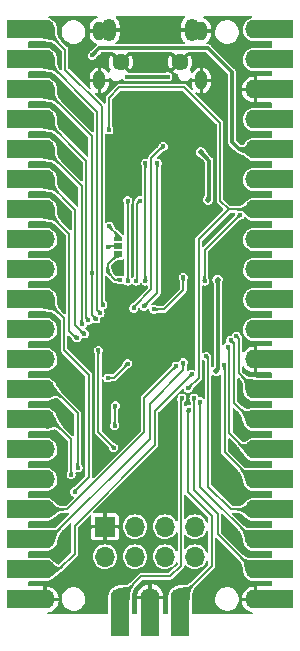
<source format=gbr>
%TF.GenerationSoftware,KiCad,Pcbnew,(6.0.7)*%
%TF.CreationDate,2022-09-23T08:48:44+05:30*%
%TF.ProjectId,Mitayi-Pico-RP2040,4d697461-7969-42d5-9069-636f2d525032,0.4*%
%TF.SameCoordinates,PX825e060PY6d4a840*%
%TF.FileFunction,Copper,L2,Bot*%
%TF.FilePolarity,Positive*%
%FSLAX46Y46*%
G04 Gerber Fmt 4.6, Leading zero omitted, Abs format (unit mm)*
G04 Created by KiCad (PCBNEW (6.0.7)) date 2022-09-23 08:48:44*
%MOMM*%
%LPD*%
G01*
G04 APERTURE LIST*
G04 Aperture macros list*
%AMRoundRect*
0 Rectangle with rounded corners*
0 $1 Rounding radius*
0 $2 $3 $4 $5 $6 $7 $8 $9 X,Y pos of 4 corners*
0 Add a 4 corners polygon primitive as box body*
4,1,4,$2,$3,$4,$5,$6,$7,$8,$9,$2,$3,0*
0 Add four circle primitives for the rounded corners*
1,1,$1+$1,$2,$3*
1,1,$1+$1,$4,$5*
1,1,$1+$1,$6,$7*
1,1,$1+$1,$8,$9*
0 Add four rect primitives between the rounded corners*
20,1,$1+$1,$2,$3,$4,$5,0*
20,1,$1+$1,$4,$5,$6,$7,0*
20,1,$1+$1,$6,$7,$8,$9,0*
20,1,$1+$1,$8,$9,$2,$3,0*%
%AMOutline5P*
0 Free polygon, 5 corners , with rotation*
0 The origin of the aperture is its center*
0 number of corners: always 5*
0 $1 to $10 corner X, Y*
0 $11 Rotation angle, in degrees counterclockwise*
0 create outline with 5 corners*
4,1,5,$1,$2,$3,$4,$5,$6,$7,$8,$9,$10,$1,$2,$11*%
%AMOutline6P*
0 Free polygon, 6 corners , with rotation*
0 The origin of the aperture is its center*
0 number of corners: always 6*
0 $1 to $12 corner X, Y*
0 $13 Rotation angle, in degrees counterclockwise*
0 create outline with 6 corners*
4,1,6,$1,$2,$3,$4,$5,$6,$7,$8,$9,$10,$11,$12,$1,$2,$13*%
%AMOutline7P*
0 Free polygon, 7 corners , with rotation*
0 The origin of the aperture is its center*
0 number of corners: always 7*
0 $1 to $14 corner X, Y*
0 $15 Rotation angle, in degrees counterclockwise*
0 create outline with 7 corners*
4,1,7,$1,$2,$3,$4,$5,$6,$7,$8,$9,$10,$11,$12,$13,$14,$1,$2,$15*%
%AMOutline8P*
0 Free polygon, 8 corners , with rotation*
0 The origin of the aperture is its center*
0 number of corners: always 8*
0 $1 to $16 corner X, Y*
0 $17 Rotation angle, in degrees counterclockwise*
0 create outline with 8 corners*
4,1,8,$1,$2,$3,$4,$5,$6,$7,$8,$9,$10,$11,$12,$13,$14,$15,$16,$1,$2,$17*%
G04 Aperture macros list end*
%TA.AperFunction,ComponentPad*%
%ADD10C,0.600000*%
%TD*%
%TA.AperFunction,ComponentPad*%
%ADD11O,1.600000X1.700000*%
%TD*%
%TA.AperFunction,ComponentPad*%
%ADD12R,1.600000X3.200000*%
%TD*%
%TA.AperFunction,ComponentPad*%
%ADD13RoundRect,0.500000X0.000000X0.300000X0.000000X0.300000X0.000000X-0.300000X0.000000X-0.300000X0*%
%TD*%
%TA.AperFunction,ComponentPad*%
%ADD14O,1.200000X1.900000*%
%TD*%
%TA.AperFunction,ComponentPad*%
%ADD15C,1.450000*%
%TD*%
%TA.AperFunction,ComponentPad*%
%ADD16R,3.200000X1.600000*%
%TD*%
%TA.AperFunction,ComponentPad*%
%ADD17O,1.700000X1.600000*%
%TD*%
%TA.AperFunction,ComponentPad*%
%ADD18R,1.700000X1.700000*%
%TD*%
%TA.AperFunction,ComponentPad*%
%ADD19O,1.700000X1.700000*%
%TD*%
%TA.AperFunction,SMDPad,CuDef*%
%ADD20Outline6P,-0.290000X0.117000X-0.087000X0.320000X0.290000X0.320000X0.290000X-0.320000X-0.087000X-0.320000X-0.290000X-0.117000X270.000000*%
%TD*%
%TA.AperFunction,SMDPad,CuDef*%
%ADD21R,0.640000X0.500000*%
%TD*%
%TA.AperFunction,SMDPad,CuDef*%
%ADD22R,0.640000X0.580000*%
%TD*%
%TA.AperFunction,ViaPad*%
%ADD23C,0.400000*%
%TD*%
%TA.AperFunction,ViaPad*%
%ADD24C,0.508000*%
%TD*%
%TA.AperFunction,Conductor*%
%ADD25C,0.200000*%
%TD*%
%TA.AperFunction,Conductor*%
%ADD26C,0.300000*%
%TD*%
G04 APERTURE END LIST*
D10*
%TO.P,U3,57,GND*%
%TO.N,GND*%
X10820000Y24905000D03*
X12095000Y24905000D03*
X10820000Y23630000D03*
X10820000Y22355000D03*
X9545000Y23630000D03*
X12095000Y23630000D03*
X9545000Y22355000D03*
X9545000Y24905000D03*
X12095000Y22355000D03*
%TD*%
D11*
%TO.P,J5,1,Pin_1*%
%TO.N,/SWCLK*%
X7950000Y1600000D03*
D12*
X7950000Y-10000D03*
D11*
%TO.P,J5,2,Pin_2*%
%TO.N,GND*%
X10490000Y1600000D03*
D12*
X10490000Y-10000D03*
D11*
%TO.P,J5,3,Pin_3*%
%TO.N,/SWDIO*%
X13030000Y1600000D03*
D12*
X13030000Y-10000D03*
%TD*%
D13*
%TO.P,J2,S1,SHIELD*%
%TO.N,GND*%
X14830000Y45390000D03*
X6190000Y45390000D03*
X14830000Y49570000D03*
X6190000Y49570000D03*
%TD*%
D14*
%TO.P,J6,6,Shield*%
%TO.N,GND*%
X7010000Y49637500D03*
D15*
X13010000Y46937500D03*
X8010000Y46937500D03*
D14*
X14010000Y49637500D03*
%TD*%
D16*
%TO.P,J3,1,Pin_1*%
%TO.N,/GPIO0*%
X-10000Y49700000D03*
D17*
X1600000Y49700000D03*
D16*
%TO.P,J3,2,Pin_2*%
%TO.N,/GPIO1*%
X-10000Y47160000D03*
D17*
X1600000Y47160000D03*
D16*
%TO.P,J3,3,Pin_3*%
%TO.N,/GPIO2*%
X-10000Y44620000D03*
D17*
X1600000Y44620000D03*
D16*
%TO.P,J3,4,Pin_4*%
%TO.N,/GPIO3*%
X-10000Y42080000D03*
D17*
X1600000Y42080000D03*
%TO.P,J3,5,Pin_5*%
%TO.N,/GPIO4*%
X1600000Y39540000D03*
D16*
X-10000Y39540000D03*
D17*
%TO.P,J3,6,Pin_6*%
%TO.N,/GPIO5*%
X1600000Y37000000D03*
D16*
X-10000Y37000000D03*
%TO.P,J3,7,Pin_7*%
%TO.N,/GPIO6*%
X-10000Y34460000D03*
D17*
X1600000Y34460000D03*
D16*
%TO.P,J3,8,Pin_8*%
%TO.N,/GPIO7*%
X-10000Y31920000D03*
D17*
X1600000Y31920000D03*
%TO.P,J3,9,Pin_9*%
%TO.N,/GPIO8*%
X1600000Y29380000D03*
D16*
X-10000Y29380000D03*
%TO.P,J3,10,Pin_10*%
%TO.N,/GPIO9*%
X-10000Y26840000D03*
D17*
X1600000Y26840000D03*
D16*
%TO.P,J3,11,Pin_11*%
%TO.N,/GPIO10*%
X-10000Y24300000D03*
D17*
X1600000Y24300000D03*
D16*
%TO.P,J3,12,Pin_12*%
%TO.N,/GPIO11*%
X-10000Y21760000D03*
D17*
X1600000Y21760000D03*
D16*
%TO.P,J3,13,Pin_13*%
%TO.N,/GPIO12*%
X-10000Y19220000D03*
D17*
X1600000Y19220000D03*
D16*
%TO.P,J3,14,Pin_14*%
%TO.N,/GPIO13*%
X-10000Y16680000D03*
D17*
X1600000Y16680000D03*
D16*
%TO.P,J3,15,Pin_15*%
%TO.N,/GPIO14*%
X-10000Y14140000D03*
D17*
X1600000Y14140000D03*
D16*
%TO.P,J3,16,Pin_16*%
%TO.N,/GPIO15*%
X-10000Y11600000D03*
D17*
X1600000Y11600000D03*
%TO.P,J3,17,Pin_17*%
%TO.N,/GPIO16*%
X1600000Y9060000D03*
D16*
X-10000Y9060000D03*
%TO.P,J3,18,Pin_18*%
%TO.N,/GPIO17*%
X-10000Y6520000D03*
D17*
X1600000Y6520000D03*
D16*
%TO.P,J3,19,Pin_19*%
%TO.N,/GPIO18*%
X-10000Y3980000D03*
D17*
X1600000Y3980000D03*
D16*
%TO.P,J3,20,Pin_20*%
%TO.N,GND*%
X-10000Y1440000D03*
D17*
X1600000Y1440000D03*
%TD*%
D18*
%TO.P,J1,1,Pin_1*%
%TO.N,GND*%
X6675000Y7600000D03*
D19*
%TO.P,J1,2,Pin_2*%
%TO.N,/GPIO9*%
X6675000Y5060000D03*
%TO.P,J1,3,Pin_3*%
%TO.N,/GPIO12*%
X9215000Y7600000D03*
%TO.P,J1,4,Pin_4*%
%TO.N,/GPIO13*%
X9215000Y5060000D03*
%TO.P,J1,5,Pin_5*%
%TO.N,/GPIO15*%
X11755000Y7600000D03*
%TO.P,J1,6,Pin_6*%
%TO.N,/GPIO14*%
X11755000Y5060000D03*
%TO.P,J1,7,Pin_7*%
%TO.N,/GPIO8*%
X14295000Y7600000D03*
%TO.P,J1,8,Pin_8*%
%TO.N,+3V3*%
X14295000Y5060000D03*
%TD*%
D20*
%TO.P,JP6,1,A*%
%TO.N,/~{USB_BOOT}*%
X7765000Y32055000D03*
D21*
%TO.P,JP6,2,C*%
%TO.N,Net-(JP6-Pad2)*%
X7765000Y31365000D03*
D22*
%TO.P,JP6,3,B*%
%TO.N,/GPIO2*%
X7765000Y30675000D03*
%TD*%
D16*
%TO.P,J4,1,Pin_1*%
%TO.N,VBUS*%
X21010000Y49700000D03*
D17*
X19400000Y49700000D03*
D16*
%TO.P,J4,2,Pin_2*%
%TO.N,/VSYS*%
X21010000Y47160000D03*
D17*
X19400000Y47160000D03*
D16*
%TO.P,J4,3,Pin_3*%
%TO.N,GND*%
X21010000Y44620000D03*
D17*
X19400000Y44620000D03*
%TO.P,J4,4,Pin_4*%
%TO.N,/V_EN*%
X19400000Y42080000D03*
D16*
X21010000Y42080000D03*
D17*
%TO.P,J4,5,Pin_5*%
%TO.N,+3V3*%
X19400000Y39540000D03*
D16*
X21010000Y39540000D03*
%TO.P,J4,6,Pin_6*%
%TO.N,/AREF*%
X21010000Y37000000D03*
D17*
X19400000Y37000000D03*
D16*
%TO.P,J4,7,Pin_7*%
%TO.N,/RUN*%
X21010000Y34460000D03*
D17*
X19400000Y34460000D03*
%TO.P,J4,8,Pin_8*%
%TO.N,/GPIO29*%
X19400000Y31920000D03*
D16*
X21010000Y31920000D03*
%TO.P,J4,9,Pin_9*%
%TO.N,/GPIO28*%
X21010000Y29380000D03*
D17*
X19400000Y29380000D03*
D16*
%TO.P,J4,10,Pin_10*%
%TO.N,/GPIO27*%
X21010000Y26840000D03*
D17*
X19400000Y26840000D03*
D16*
%TO.P,J4,11,Pin_11*%
%TO.N,/GPIO26*%
X21010000Y24300000D03*
D17*
X19400000Y24300000D03*
D16*
%TO.P,J4,12,Pin_12*%
%TO.N,GND*%
X21010000Y21760000D03*
D17*
X19400000Y21760000D03*
%TO.P,J4,13,Pin_13*%
%TO.N,/GPIO25*%
X19400000Y19220000D03*
D16*
X21010000Y19220000D03*
D17*
%TO.P,J4,14,Pin_14*%
%TO.N,/GPIO24*%
X19400000Y16680000D03*
D16*
X21010000Y16680000D03*
%TO.P,J4,15,Pin_15*%
%TO.N,/GPIO23*%
X21010000Y14140000D03*
D17*
X19400000Y14140000D03*
%TO.P,J4,16,Pin_16*%
%TO.N,/GPIO22*%
X19400000Y11600000D03*
D16*
X21010000Y11600000D03*
%TO.P,J4,17,Pin_17*%
%TO.N,/GPIO21*%
X21010000Y9060000D03*
D17*
X19400000Y9060000D03*
%TO.P,J4,18,Pin_18*%
%TO.N,/GPIO20*%
X19400000Y6520000D03*
D16*
X21010000Y6520000D03*
%TO.P,J4,19,Pin_19*%
%TO.N,/GPIO19*%
X21010000Y3980000D03*
D17*
X19400000Y3980000D03*
D16*
%TO.P,J4,20,Pin_20*%
%TO.N,GND*%
X21010000Y1440000D03*
D17*
X19400000Y1440000D03*
%TD*%
D23*
%TO.N,+1V1*%
X13300000Y28700000D03*
X10800000Y26000000D03*
%TO.N,GND*%
X15300000Y1800000D03*
X15700000Y26800000D03*
X9800000Y11700000D03*
X18600000Y40900000D03*
X5600000Y900000D03*
X15000000Y38300000D03*
X10200000Y6300000D03*
X13900000Y9400000D03*
X14900000Y36300000D03*
X13950000Y28300000D03*
X17000000Y30900000D03*
X11800000Y36600000D03*
X18600000Y23100000D03*
X8200000Y37800000D03*
X13700000Y6300000D03*
X4200000Y38300000D03*
X12300000Y10900000D03*
X18500000Y15400000D03*
X6900000Y28300000D03*
X2500000Y5300000D03*
X6700000Y18600000D03*
X3000000Y44500000D03*
X2600000Y17900000D03*
X15300000Y900000D03*
X2600000Y15200000D03*
X16100000Y13300000D03*
X12156250Y17256250D03*
X13900000Y36300000D03*
X9000000Y10700000D03*
X18900000Y5200000D03*
X14800000Y40300000D03*
X3100000Y34400000D03*
X14400000Y36300000D03*
X18600000Y18000000D03*
X8200000Y38500000D03*
X2600000Y8100000D03*
X2600000Y13000000D03*
X8500000Y15400000D03*
X11800000Y32300000D03*
X13400000Y36300000D03*
X2600000Y20400000D03*
X18600000Y43300000D03*
X8600000Y11100000D03*
X8200000Y37100000D03*
X5600000Y1800000D03*
X18500000Y10300000D03*
X15300000Y2700000D03*
X5600000Y2700000D03*
X3100000Y36600000D03*
X11800000Y39000000D03*
X14500000Y38300000D03*
X18300000Y2800000D03*
X2600000Y10300000D03*
%TO.N,+3V3*%
X5600000Y47500000D03*
X8600000Y21400000D03*
D24*
X16100000Y20800000D03*
D23*
X6900000Y20200000D03*
D24*
X16200000Y28500000D03*
D23*
%TO.N,VBUS*%
X8500000Y45700000D03*
X12000000Y45700000D03*
%TO.N,/RUN*%
X7000000Y41200000D03*
X13711781Y19317906D03*
%TO.N,/GPIO0*%
X6500000Y26400000D03*
%TO.N,/GPIO1*%
X6250000Y25700000D03*
%TO.N,/GPIO2*%
X5550500Y29050000D03*
X7950000Y28500000D03*
X5900000Y25200000D03*
X6900500Y29250000D03*
%TO.N,/GPIO3*%
X5260287Y25060287D03*
%TO.N,/GPIO4*%
X4750000Y24750000D03*
%TO.N,/GPIO5*%
X4934529Y23929500D03*
%TO.N,/GPIO6*%
X4297924Y23598424D03*
%TO.N,/GPIO8*%
X6100000Y22530500D03*
X7400000Y14300000D03*
%TO.N,/GPIO9*%
X4100000Y10550000D03*
%TO.N,/GPIO12*%
X4400000Y12600000D03*
%TO.N,/GPIO13*%
X3800000Y12000000D03*
%TO.N,/GPIO14*%
X7550000Y17850000D03*
X7500000Y16150000D03*
%TO.N,/GPIO16*%
X12700000Y21200000D03*
%TO.N,/GPIO17*%
X13300000Y21500000D03*
%TO.N,/GPIO18*%
X14000000Y20500000D03*
%TO.N,/~{USB_BOOT}*%
X7050000Y33050000D03*
%TO.N,/AREF*%
X15100000Y28400000D03*
X18100000Y34000000D03*
%TO.N,/GPIO25*%
X17800000Y23750000D03*
%TO.N,/GPIO24*%
X17300000Y23400000D03*
%TO.N,/GPIO23*%
X17050500Y22800000D03*
%TO.N,/GPIO22*%
X16719500Y21300000D03*
%TO.N,/GPIO21*%
X15247114Y22032814D03*
%TO.N,/GPIO20*%
X14700000Y18200000D03*
%TO.N,/GPIO19*%
X14200000Y18500000D03*
%TO.N,/SWCLK*%
X13185709Y18492899D03*
%TO.N,/SWDIO*%
X13750500Y17500000D03*
%TO.N,/QSPI_SD1*%
X8600000Y35200000D03*
X8600000Y28400000D03*
%TO.N,/QSPI_SD2*%
X9300000Y28400000D03*
X9600500Y35200000D03*
%TO.N,/QSPI_SD0*%
X9100000Y26100000D03*
X11600000Y39800000D03*
%TO.N,/QSPI_SCLK*%
X9986439Y26269688D03*
X11100000Y38400000D03*
%TO.N,/QSPI_SD3*%
X10100000Y28400000D03*
X10100000Y38400000D03*
D24*
%TO.N,/VSYS*%
X15400000Y35300000D03*
X14800000Y39300000D03*
D23*
%TO.N,Net-(JP6-Pad2)*%
X6900500Y31250000D03*
%TD*%
D25*
%TO.N,+1V1*%
X11700000Y26000000D02*
X10800000Y26000000D01*
X13300000Y28700000D02*
X13300000Y27600000D01*
X13300000Y27600000D02*
X11700000Y26000000D01*
D26*
%TO.N,+3V3*%
X16100000Y20800000D02*
X16220000Y20920000D01*
D25*
X7400000Y20200000D02*
X8600000Y21400000D01*
D26*
X16220000Y28480000D02*
X16200000Y28500000D01*
X15400000Y48100000D02*
X6200000Y48100000D01*
X6200000Y48100000D02*
X5600000Y47500000D01*
D25*
X6900000Y20200000D02*
X7400000Y20200000D01*
D26*
X18060000Y39540000D02*
X17400000Y40200000D01*
X17400000Y46100000D02*
X15400000Y48100000D01*
X16220000Y20920000D02*
X16220000Y28480000D01*
X17400000Y40200000D02*
X17400000Y46100000D01*
X19400000Y39540000D02*
X18060000Y39540000D01*
%TO.N,VBUS*%
X8500000Y45700000D02*
X12000000Y45700000D01*
D25*
%TO.N,/RUN*%
X14600000Y31920000D02*
X17140000Y34460000D01*
X13400000Y44800000D02*
X16400000Y41800000D01*
X7900000Y44800000D02*
X13400000Y44800000D01*
X14600000Y20200000D02*
X14600000Y31920000D01*
X13711781Y19317906D02*
X13717906Y19317906D01*
X16400000Y41800000D02*
X16400000Y35200000D01*
X17140000Y34460000D02*
X19400000Y34460000D01*
X13717906Y19317906D02*
X14600000Y20200000D01*
X7000000Y43900000D02*
X7900000Y44800000D01*
X16400000Y35200000D02*
X17140000Y34460000D01*
X7000000Y41200000D02*
X7000000Y43900000D01*
%TO.N,/GPIO0*%
X6400000Y43200000D02*
X3300000Y46300000D01*
X3300000Y46300000D02*
X3300000Y48000000D01*
X3300000Y48000000D02*
X1600000Y49700000D01*
X6500000Y26400000D02*
X6400000Y26500000D01*
X6400000Y26500000D02*
X6400000Y43200000D01*
%TO.N,/GPIO1*%
X6020500Y25929500D02*
X6020500Y42739500D01*
X6250000Y25700000D02*
X6020500Y25929500D01*
X6020500Y42739500D02*
X1600000Y47160000D01*
%TO.N,/GPIO2*%
X5550000Y40670000D02*
X1600000Y44620000D01*
X6900500Y29250000D02*
X6900500Y29810500D01*
X5900000Y25200000D02*
X5550000Y25550000D01*
X6900500Y29810500D02*
X7765000Y30675000D01*
X7550000Y28500000D02*
X7950000Y28500000D01*
X6900500Y29250000D02*
X6900500Y29149500D01*
X5550000Y25550000D02*
X5550000Y40670000D01*
X6900500Y29149500D02*
X7550000Y28500000D01*
%TO.N,/GPIO3*%
X5080500Y25240074D02*
X5080500Y38599500D01*
X5260287Y25060287D02*
X5080500Y25240074D01*
X5080500Y38599500D02*
X1600000Y42080000D01*
%TO.N,/GPIO4*%
X4700000Y36440000D02*
X1600000Y39540000D01*
X4750000Y24750000D02*
X4700000Y24800000D01*
X4700000Y24800000D02*
X4700000Y36440000D01*
%TO.N,/GPIO5*%
X4150000Y34450000D02*
X1600000Y37000000D01*
X4934529Y23929500D02*
X4870500Y23929500D01*
X4150000Y24650000D02*
X4150000Y34450000D01*
X4870500Y23929500D02*
X4150000Y24650000D01*
%TO.N,/GPIO6*%
X3650000Y24150000D02*
X3650000Y32410000D01*
X4297924Y23598424D02*
X4201576Y23598424D01*
X4201576Y23598424D02*
X3650000Y24150000D01*
X3650000Y32410000D02*
X1600000Y34460000D01*
%TO.N,/GPIO8*%
X7400000Y14300000D02*
X6100000Y15600000D01*
X6100000Y15600000D02*
X6100000Y22530500D01*
%TO.N,/GPIO9*%
X3200000Y22550000D02*
X3200000Y25240000D01*
X4100000Y10550000D02*
X4100000Y10600000D01*
X5300000Y11800000D02*
X5300000Y20450000D01*
X5300000Y20450000D02*
X3200000Y22550000D01*
X3200000Y25240000D02*
X1600000Y26840000D01*
X4100000Y10600000D02*
X5300000Y11800000D01*
%TO.N,/GPIO12*%
X2330000Y19220000D02*
X1600000Y19220000D01*
X4350000Y17200000D02*
X2330000Y19220000D01*
X4400000Y12600000D02*
X4350000Y12650000D01*
X4350000Y12650000D02*
X4350000Y17200000D01*
%TO.N,/GPIO13*%
X3800000Y12000000D02*
X3800000Y15000000D01*
X3800000Y15000000D02*
X2120000Y16680000D01*
X2120000Y16680000D02*
X1600000Y16680000D01*
%TO.N,/GPIO14*%
X7500000Y17800000D02*
X7550000Y17850000D01*
X7500000Y16150000D02*
X7500000Y17800000D01*
%TO.N,/GPIO16*%
X10000000Y15600000D02*
X3460000Y9060000D01*
X10000000Y18500000D02*
X10000000Y15600000D01*
X3460000Y9060000D02*
X1600000Y9060000D01*
X12700000Y21200000D02*
X10000000Y18500000D01*
%TO.N,/GPIO17*%
X13300000Y20846447D02*
X10450000Y17996447D01*
X13300000Y21500000D02*
X13300000Y20846447D01*
X1910000Y6520000D02*
X1600000Y6520000D01*
X10450000Y15060000D02*
X1910000Y6520000D01*
X10450000Y17996447D02*
X10450000Y15060000D01*
%TO.N,/GPIO18*%
X4100000Y5300000D02*
X2780000Y3980000D01*
X10900000Y17400000D02*
X10900000Y14500000D01*
X10900000Y14500000D02*
X4100000Y7700000D01*
X4100000Y7700000D02*
X4100000Y5300000D01*
X14000000Y20500000D02*
X10900000Y17400000D01*
X2780000Y3980000D02*
X1600000Y3980000D01*
%TO.N,/~{USB_BOOT}*%
X7050000Y33050000D02*
X7050000Y33000000D01*
X7765000Y32285000D02*
X7765000Y32055000D01*
X7050000Y33000000D02*
X7765000Y32285000D01*
%TO.N,/AREF*%
X18100000Y34000000D02*
X15100000Y31000000D01*
X15100000Y31000000D02*
X15100000Y28400000D01*
%TO.N,/GPIO25*%
X17800000Y23750000D02*
X18000000Y23550000D01*
X18000000Y23550000D02*
X18000000Y20620000D01*
X18000000Y20620000D02*
X19400000Y19220000D01*
%TO.N,/GPIO24*%
X19020000Y16680000D02*
X19400000Y16680000D01*
X17600000Y23100000D02*
X17600000Y18100000D01*
X17600000Y18100000D02*
X19020000Y16680000D01*
X17300000Y23400000D02*
X17600000Y23100000D01*
%TO.N,/GPIO23*%
X17050500Y22800000D02*
X17200000Y22650500D01*
X17200000Y15500000D02*
X18560000Y14140000D01*
X18560000Y14140000D02*
X19400000Y14140000D01*
X17200000Y22650500D02*
X17200000Y15500000D01*
%TO.N,/GPIO22*%
X16800000Y13900000D02*
X19100000Y11600000D01*
X16719500Y21300000D02*
X16800000Y21219500D01*
X16800000Y21219500D02*
X16800000Y13900000D01*
X19100000Y11600000D02*
X19400000Y11600000D01*
%TO.N,/GPIO21*%
X17340000Y9060000D02*
X19400000Y9060000D01*
X15400000Y21879928D02*
X15400000Y11000000D01*
X15400000Y11000000D02*
X17340000Y9060000D01*
X15247114Y22032814D02*
X15400000Y21879928D01*
%TO.N,/GPIO20*%
X19180000Y6520000D02*
X19400000Y6520000D01*
X14700000Y18200000D02*
X14700000Y11000000D01*
X14700000Y11000000D02*
X19180000Y6520000D01*
%TO.N,/GPIO19*%
X16200000Y7000000D02*
X19220000Y3980000D01*
X14200000Y10700000D02*
X16200000Y8700000D01*
X19220000Y3980000D02*
X19400000Y3980000D01*
X14200000Y18500000D02*
X14200000Y10700000D01*
X16200000Y8700000D02*
X16200000Y7000000D01*
%TO.N,/SWCLK*%
X9750000Y3400000D02*
X7950000Y1600000D01*
X13185709Y18492899D02*
X13100000Y18407190D01*
X12200000Y3400000D02*
X9750000Y3400000D01*
X13100000Y18407190D02*
X13100000Y4300000D01*
X13100000Y4300000D02*
X12200000Y3400000D01*
%TO.N,/SWDIO*%
X13750500Y17500000D02*
X13700000Y17449500D01*
X15700000Y8500000D02*
X15700000Y4270000D01*
X13700000Y10500000D02*
X15700000Y8500000D01*
X15700000Y4270000D02*
X13030000Y1600000D01*
X13700000Y17449500D02*
X13700000Y10500000D01*
%TO.N,/QSPI_SD1*%
X8603200Y28403200D02*
X8603200Y35196800D01*
X8603200Y35196800D02*
X8600000Y35200000D01*
X8600000Y28400000D02*
X8603200Y28403200D01*
%TO.N,/QSPI_SD2*%
X9300000Y28400000D02*
X9400000Y28500000D01*
X9400000Y28500000D02*
X9400000Y34999500D01*
X9400000Y34999500D02*
X9600500Y35200000D01*
%TO.N,/QSPI_SD0*%
X9100000Y26200000D02*
X10600000Y27700000D01*
X9100000Y26100000D02*
X9100000Y26200000D01*
X10600000Y38800000D02*
X11600000Y39800000D01*
X10600000Y27700000D02*
X10600000Y38800000D01*
%TO.N,/QSPI_SCLK*%
X11100000Y27400000D02*
X9986439Y26286439D01*
X9986439Y26286439D02*
X9986439Y26269688D01*
X11100000Y38400000D02*
X11100000Y27400000D01*
%TO.N,/QSPI_SD3*%
X10100000Y38400000D02*
X10100000Y28400000D01*
D26*
%TO.N,/VSYS*%
X14800000Y39300000D02*
X15500000Y38600000D01*
X15500000Y38600000D02*
X15500000Y35400000D01*
X15500000Y35400000D02*
X15400000Y35300000D01*
D25*
%TO.N,Net-(JP6-Pad2)*%
X7015500Y31365000D02*
X7765000Y31365000D01*
X6900500Y31250000D02*
X7015500Y31365000D01*
%TD*%
%TA.AperFunction,Conductor*%
%TO.N,+1V1*%
G36*
X10894531Y26176396D02*
G01*
X10898762Y26174323D01*
X10918827Y26164490D01*
X10918828Y26164489D01*
X10932907Y26157587D01*
X10946934Y26150710D01*
X10972713Y26138638D01*
X10980275Y26135453D01*
X10997213Y26128318D01*
X10997226Y26128313D01*
X10997378Y26128249D01*
X11022144Y26119522D01*
X11035370Y26115927D01*
X11048004Y26112493D01*
X11048012Y26112491D01*
X11048226Y26112433D01*
X11063540Y26109503D01*
X11076643Y26106996D01*
X11076646Y26106996D01*
X11076837Y26106959D01*
X11077037Y26106935D01*
X11109026Y26103098D01*
X11109031Y26103098D01*
X11109194Y26103078D01*
X11146510Y26100766D01*
X11150444Y26100697D01*
X11178506Y26100202D01*
X11186718Y26096630D01*
X11190000Y26088504D01*
X11190000Y25911496D01*
X11186573Y25903223D01*
X11178506Y25899798D01*
X11154326Y25899372D01*
X11146510Y25899235D01*
X11109194Y25896923D01*
X11109031Y25896903D01*
X11109026Y25896903D01*
X11077037Y25893066D01*
X11076837Y25893042D01*
X11076646Y25893005D01*
X11076643Y25893005D01*
X11063540Y25890498D01*
X11048226Y25887568D01*
X11048012Y25887510D01*
X11048004Y25887508D01*
X11035370Y25884074D01*
X11022144Y25880479D01*
X10997378Y25871752D01*
X10997226Y25871688D01*
X10997213Y25871683D01*
X10980275Y25864548D01*
X10972713Y25861363D01*
X10946934Y25849291D01*
X10932907Y25842414D01*
X10918828Y25835512D01*
X10918827Y25835511D01*
X10894532Y25823605D01*
X10885595Y25823041D01*
X10881273Y25825678D01*
X10708769Y25991567D01*
X10705181Y25999771D01*
X10708769Y26008433D01*
X10881274Y26174323D01*
X10889612Y26177588D01*
X10894531Y26176396D01*
G37*
%TD.AperFunction*%
%TD*%
%TA.AperFunction,Conductor*%
%TO.N,+1V1*%
G36*
X13308433Y28791231D02*
G01*
X13474322Y28618727D01*
X13477587Y28610388D01*
X13476395Y28605468D01*
X13464489Y28581173D01*
X13464488Y28581172D01*
X13457586Y28567093D01*
X13450709Y28553066D01*
X13438637Y28527287D01*
X13428248Y28502622D01*
X13419521Y28477856D01*
X13412432Y28451774D01*
X13406958Y28423163D01*
X13403077Y28390806D01*
X13400765Y28353490D01*
X13400763Y28353373D01*
X13400202Y28321494D01*
X13396630Y28313283D01*
X13388504Y28310000D01*
X13211496Y28310000D01*
X13203223Y28313427D01*
X13199798Y28321494D01*
X13199236Y28353373D01*
X13199234Y28353490D01*
X13196922Y28390806D01*
X13193041Y28423163D01*
X13187567Y28451774D01*
X13180478Y28477856D01*
X13171751Y28502622D01*
X13161362Y28527287D01*
X13149290Y28553066D01*
X13142413Y28567093D01*
X13135511Y28581172D01*
X13135510Y28581173D01*
X13123604Y28605468D01*
X13123040Y28614405D01*
X13125676Y28618725D01*
X13291567Y28791231D01*
X13299771Y28794819D01*
X13308433Y28791231D01*
G37*
%TD.AperFunction*%
%TD*%
%TA.AperFunction,Conductor*%
%TO.N,+3V3*%
G36*
X8666884Y21467207D02*
G01*
X8670472Y21458545D01*
X8665795Y21219266D01*
X8662207Y21211062D01*
X8657885Y21208425D01*
X8632287Y21199665D01*
X8632286Y21199665D01*
X8618894Y21195084D01*
X8602668Y21189534D01*
X8602648Y21189527D01*
X8602637Y21189523D01*
X8595148Y21186811D01*
X8575903Y21179842D01*
X8575829Y21179812D01*
X8575811Y21179805D01*
X8561765Y21174084D01*
X8551117Y21169747D01*
X8527434Y21158406D01*
X8512298Y21149739D01*
X8504174Y21145088D01*
X8504167Y21145084D01*
X8503979Y21144976D01*
X8479877Y21128615D01*
X8454253Y21108480D01*
X8426233Y21083729D01*
X8403360Y21061647D01*
X8403210Y21061502D01*
X8394878Y21058222D01*
X8386811Y21061647D01*
X8261647Y21186811D01*
X8258220Y21195084D01*
X8261502Y21203210D01*
X8283629Y21226131D01*
X8283638Y21226140D01*
X8283728Y21226234D01*
X8308479Y21254254D01*
X8328614Y21279878D01*
X8344975Y21303980D01*
X8358405Y21327435D01*
X8369746Y21351118D01*
X8379841Y21375904D01*
X8389533Y21402669D01*
X8399663Y21432285D01*
X8399665Y21432288D01*
X8399664Y21432288D01*
X8408425Y21457886D01*
X8414347Y21464603D01*
X8419266Y21465795D01*
X8658545Y21470472D01*
X8666884Y21467207D01*
G37*
%TD.AperFunction*%
%TD*%
%TA.AperFunction,Conductor*%
%TO.N,+3V3*%
G36*
X5778023Y47873519D02*
G01*
X5973519Y47678023D01*
X5976946Y47669750D01*
X5973474Y47661433D01*
X5951100Y47639301D01*
X5923336Y47612195D01*
X5898383Y47587724D01*
X5876081Y47565224D01*
X5856269Y47544028D01*
X5838785Y47523473D01*
X5823470Y47502894D01*
X5810162Y47481627D01*
X5798699Y47459005D01*
X5798601Y47458757D01*
X5798597Y47458749D01*
X5791792Y47441596D01*
X5785556Y47435170D01*
X5781146Y47434213D01*
X5541455Y47429528D01*
X5533116Y47432793D01*
X5529528Y47441455D01*
X5534213Y47681146D01*
X5537801Y47689350D01*
X5541595Y47691792D01*
X5559004Y47698700D01*
X5569577Y47704057D01*
X5581392Y47710044D01*
X5581399Y47710048D01*
X5581626Y47710163D01*
X5602893Y47723471D01*
X5623472Y47738786D01*
X5644027Y47756270D01*
X5644147Y47756382D01*
X5665136Y47776000D01*
X5665159Y47776023D01*
X5665223Y47776082D01*
X5687723Y47798384D01*
X5712194Y47823337D01*
X5739300Y47851101D01*
X5761432Y47873474D01*
X5769687Y47876946D01*
X5778023Y47873519D01*
G37*
%TD.AperFunction*%
%TD*%
%TA.AperFunction,Conductor*%
%TO.N,+3V3*%
G36*
X6994531Y20376396D02*
G01*
X6998762Y20374323D01*
X7018827Y20364490D01*
X7018828Y20364489D01*
X7032907Y20357587D01*
X7046934Y20350710D01*
X7072713Y20338638D01*
X7080275Y20335453D01*
X7097213Y20328318D01*
X7097226Y20328313D01*
X7097378Y20328249D01*
X7122144Y20319522D01*
X7135370Y20315927D01*
X7148004Y20312493D01*
X7148012Y20312491D01*
X7148226Y20312433D01*
X7163540Y20309503D01*
X7176643Y20306996D01*
X7176646Y20306996D01*
X7176837Y20306959D01*
X7177037Y20306935D01*
X7209026Y20303098D01*
X7209031Y20303098D01*
X7209194Y20303078D01*
X7246510Y20300766D01*
X7250444Y20300697D01*
X7278506Y20300202D01*
X7286718Y20296630D01*
X7290000Y20288504D01*
X7290000Y20111496D01*
X7286573Y20103223D01*
X7278506Y20099798D01*
X7254326Y20099372D01*
X7246510Y20099235D01*
X7209194Y20096923D01*
X7209031Y20096903D01*
X7209026Y20096903D01*
X7177037Y20093066D01*
X7176837Y20093042D01*
X7176646Y20093005D01*
X7176643Y20093005D01*
X7163540Y20090498D01*
X7148226Y20087568D01*
X7148012Y20087510D01*
X7148004Y20087508D01*
X7135370Y20084074D01*
X7122144Y20080479D01*
X7097378Y20071752D01*
X7097226Y20071688D01*
X7097213Y20071683D01*
X7080275Y20064548D01*
X7072713Y20061363D01*
X7046934Y20049291D01*
X7032907Y20042414D01*
X7018828Y20035512D01*
X7018827Y20035511D01*
X6994532Y20023605D01*
X6985595Y20023041D01*
X6981273Y20025678D01*
X6808769Y20191567D01*
X6805181Y20199771D01*
X6808769Y20208433D01*
X6981274Y20374323D01*
X6989612Y20377588D01*
X6994531Y20376396D01*
G37*
%TD.AperFunction*%
%TD*%
%TA.AperFunction,Conductor*%
%TO.N,+3V3*%
G36*
X16345196Y21280573D02*
G01*
X16348479Y21274130D01*
X16353739Y21240921D01*
X16362742Y21184082D01*
X16363159Y21183264D01*
X16363161Y21183257D01*
X16367300Y21175136D01*
X16368572Y21169583D01*
X16368339Y21158384D01*
X16368335Y21158217D01*
X16366547Y21107347D01*
X16366541Y21107199D01*
X16364368Y21061734D01*
X16364362Y21061633D01*
X16362002Y21019853D01*
X16361988Y21019825D01*
X16362000Y21019824D01*
X16359632Y20979689D01*
X16357455Y20939483D01*
X16355664Y20897362D01*
X16355662Y20897298D01*
X16355662Y20897290D01*
X16354448Y20851483D01*
X16354071Y20808146D01*
X16350572Y20799903D01*
X16346334Y20797240D01*
X16054124Y20692037D01*
X16052951Y20691615D01*
X16044006Y20692037D01*
X16037760Y20699334D01*
X15950762Y20996320D01*
X15951725Y21005223D01*
X15954743Y21008794D01*
X15974266Y21024198D01*
X15974446Y21024340D01*
X15974612Y21024492D01*
X15996524Y21044599D01*
X15996529Y21044604D01*
X15996736Y21044794D01*
X16015618Y21065890D01*
X16031303Y21088252D01*
X16031481Y21088592D01*
X16043824Y21112168D01*
X16043826Y21112173D01*
X16044000Y21112505D01*
X16053918Y21139273D01*
X16061268Y21169183D01*
X16066259Y21202857D01*
X16069099Y21240921D01*
X16069760Y21272545D01*
X16073359Y21280744D01*
X16081457Y21284000D01*
X16336923Y21284000D01*
X16345196Y21280573D01*
G37*
%TD.AperFunction*%
%TD*%
%TA.AperFunction,Conductor*%
%TO.N,+3V3*%
G36*
X16199340Y28618529D02*
G01*
X16430402Y28412507D01*
X16434297Y28404443D01*
X16433550Y28399611D01*
X16420245Y28364667D01*
X16406893Y28326225D01*
X16396097Y28290335D01*
X16387594Y28255513D01*
X16381122Y28220278D01*
X16376416Y28183146D01*
X16373214Y28142635D01*
X16371253Y28097262D01*
X16371110Y28089728D01*
X16370269Y28045545D01*
X16370053Y27997647D01*
X16366589Y27989390D01*
X16358353Y27986000D01*
X16081602Y27986000D01*
X16073329Y27989427D01*
X16069902Y27997601D01*
X16069532Y28041468D01*
X16067942Y28089728D01*
X16067939Y28089822D01*
X16064936Y28132326D01*
X16060240Y28170240D01*
X16057771Y28183037D01*
X16053608Y28204610D01*
X16053605Y28204623D01*
X16053565Y28204830D01*
X16044628Y28237356D01*
X16033143Y28269081D01*
X16023760Y28290178D01*
X16018903Y28301100D01*
X16018899Y28301108D01*
X16018828Y28301268D01*
X16001396Y28335180D01*
X15984513Y28365085D01*
X15983429Y28373974D01*
X15985671Y28378276D01*
X16017953Y28417463D01*
X16182525Y28617236D01*
X16190429Y28621442D01*
X16199340Y28618529D01*
G37*
%TD.AperFunction*%
%TD*%
%TA.AperFunction,Conductor*%
%TO.N,+3V3*%
G36*
X19057700Y40253835D02*
G01*
X19727700Y39609528D01*
X19788858Y39550715D01*
X19792446Y39542511D01*
X19789181Y39534172D01*
X19786662Y39532187D01*
X18841674Y38978626D01*
X18832803Y38977401D01*
X18827960Y38980000D01*
X18772502Y39029604D01*
X18722693Y39074156D01*
X18676780Y39106074D01*
X18618078Y39146883D01*
X18618074Y39146886D01*
X18617784Y39147087D01*
X18517504Y39200241D01*
X18512757Y39202209D01*
X18419888Y39240704D01*
X18419877Y39240708D01*
X18419769Y39240753D01*
X18322494Y39275755D01*
X18223934Y39312255D01*
X18223264Y39312527D01*
X18196926Y39324176D01*
X18121502Y39357537D01*
X18120492Y39358044D01*
X18064319Y39389796D01*
X18013174Y39418707D01*
X18012064Y39419419D01*
X17896839Y39502953D01*
X17895847Y39503758D01*
X17844056Y39550715D01*
X17779189Y39609529D01*
X17775362Y39617624D01*
X17778775Y39626469D01*
X17974831Y39822525D01*
X17983104Y39825952D01*
X17990391Y39823405D01*
X18060847Y39767294D01*
X18093079Y39741625D01*
X18098876Y39737008D01*
X18099745Y39736685D01*
X18099744Y39736685D01*
X18205092Y39697463D01*
X18205093Y39697463D01*
X18206194Y39697053D01*
X18207368Y39697105D01*
X18223053Y39697801D01*
X18306863Y39701518D01*
X18307806Y39701912D01*
X18307808Y39701912D01*
X18402974Y39741625D01*
X18403571Y39741874D01*
X18499009Y39809589D01*
X18513487Y39822525D01*
X18595797Y39896070D01*
X18595809Y39896081D01*
X18595867Y39896133D01*
X18603646Y39903595D01*
X18696742Y39992888D01*
X18696943Y39993076D01*
X18804274Y40091290D01*
X18804957Y40091868D01*
X18921254Y40182970D01*
X18922513Y40183830D01*
X19043634Y40255472D01*
X19052499Y40256735D01*
X19057700Y40253835D01*
G37*
%TD.AperFunction*%
%TD*%
%TA.AperFunction,Conductor*%
%TO.N,VBUS*%
G36*
X8594318Y45876916D02*
G01*
X8611262Y45869599D01*
X8611269Y45869596D01*
X8611513Y45869491D01*
X8611765Y45869408D01*
X8611769Y45869407D01*
X8618318Y45867263D01*
X8635614Y45861600D01*
X8660063Y45855972D01*
X8685444Y45852250D01*
X8697271Y45851295D01*
X8712214Y45850088D01*
X8712228Y45850087D01*
X8712342Y45850078D01*
X8712460Y45850074D01*
X8712478Y45850073D01*
X8728116Y45849546D01*
X8741339Y45849100D01*
X8741427Y45849100D01*
X8741453Y45849099D01*
X8772949Y45848960D01*
X8773063Y45848960D01*
X8807967Y45849300D01*
X8807971Y45849300D01*
X8846689Y45849765D01*
X8846766Y45849766D01*
X8878237Y45849936D01*
X8886528Y45846554D01*
X8890000Y45838236D01*
X8890000Y45561764D01*
X8886573Y45553491D01*
X8878236Y45550064D01*
X8846766Y45550235D01*
X8846690Y45550236D01*
X8807971Y45550701D01*
X8807967Y45550701D01*
X8773063Y45551041D01*
X8772949Y45551041D01*
X8741453Y45550902D01*
X8741427Y45550901D01*
X8741339Y45550901D01*
X8728116Y45550455D01*
X8712478Y45549928D01*
X8712460Y45549927D01*
X8712342Y45549923D01*
X8712228Y45549914D01*
X8712214Y45549913D01*
X8697271Y45548706D01*
X8685444Y45547751D01*
X8660063Y45544029D01*
X8635614Y45538401D01*
X8611513Y45530510D01*
X8594318Y45523084D01*
X8585365Y45522950D01*
X8581570Y45525392D01*
X8558349Y45547723D01*
X8408769Y45691567D01*
X8405181Y45699771D01*
X8408769Y45708433D01*
X8555738Y45849766D01*
X8581570Y45874608D01*
X8589909Y45877873D01*
X8594318Y45876916D01*
G37*
%TD.AperFunction*%
%TD*%
%TA.AperFunction,Conductor*%
%TO.N,VBUS*%
G36*
X11918430Y45874608D02*
G01*
X11944263Y45849766D01*
X12091231Y45708433D01*
X12094819Y45700229D01*
X12091231Y45691567D01*
X11941651Y45547723D01*
X11918430Y45525392D01*
X11910091Y45522127D01*
X11905682Y45523084D01*
X11888486Y45530510D01*
X11864385Y45538401D01*
X11839936Y45544029D01*
X11814555Y45547751D01*
X11802728Y45548706D01*
X11787785Y45549913D01*
X11787771Y45549914D01*
X11787657Y45549923D01*
X11787539Y45549927D01*
X11787521Y45549928D01*
X11771883Y45550455D01*
X11758660Y45550901D01*
X11758572Y45550901D01*
X11758546Y45550902D01*
X11727050Y45551041D01*
X11726936Y45551041D01*
X11692032Y45550701D01*
X11692028Y45550701D01*
X11653309Y45550236D01*
X11653233Y45550235D01*
X11621764Y45550064D01*
X11613472Y45553446D01*
X11610000Y45561764D01*
X11610000Y45838236D01*
X11613427Y45846509D01*
X11621763Y45849936D01*
X11653233Y45849766D01*
X11653310Y45849765D01*
X11692028Y45849300D01*
X11692032Y45849300D01*
X11726936Y45848960D01*
X11727050Y45848960D01*
X11758546Y45849099D01*
X11758572Y45849100D01*
X11758660Y45849100D01*
X11771883Y45849546D01*
X11787521Y45850073D01*
X11787539Y45850074D01*
X11787657Y45850078D01*
X11787771Y45850087D01*
X11787785Y45850088D01*
X11802728Y45851295D01*
X11814555Y45852250D01*
X11839936Y45855972D01*
X11864385Y45861600D01*
X11881681Y45867263D01*
X11888230Y45869407D01*
X11888234Y45869408D01*
X11888486Y45869491D01*
X11888730Y45869596D01*
X11888737Y45869599D01*
X11905682Y45876916D01*
X11914636Y45877050D01*
X11918430Y45874608D01*
G37*
%TD.AperFunction*%
%TD*%
%TA.AperFunction,Conductor*%
%TO.N,Net-(JP6-Pad2)*%
G36*
X7662018Y31584239D02*
G01*
X7881231Y31373433D01*
X7884819Y31365229D01*
X7881231Y31356567D01*
X7662018Y31145761D01*
X7653679Y31142496D01*
X7648616Y31143759D01*
X7614366Y31161129D01*
X7614105Y31161266D01*
X7577904Y31180968D01*
X7545304Y31199119D01*
X7514688Y31215464D01*
X7484311Y31229812D01*
X7452430Y31241976D01*
X7434389Y31247004D01*
X7417565Y31251693D01*
X7417559Y31251694D01*
X7417302Y31251766D01*
X7377184Y31258992D01*
X7350499Y31261541D01*
X7330511Y31263450D01*
X7330505Y31263450D01*
X7330331Y31263467D01*
X7330162Y31263472D01*
X7330157Y31263472D01*
X7286376Y31264685D01*
X7278201Y31268340D01*
X7275000Y31276381D01*
X7275000Y31453619D01*
X7278427Y31461892D01*
X7286376Y31465315D01*
X7330157Y31466529D01*
X7330162Y31466529D01*
X7330331Y31466534D01*
X7330505Y31466551D01*
X7330511Y31466551D01*
X7350499Y31468460D01*
X7377184Y31471009D01*
X7417302Y31478235D01*
X7417559Y31478307D01*
X7417565Y31478308D01*
X7434389Y31482997D01*
X7452430Y31488025D01*
X7484311Y31500189D01*
X7514688Y31514537D01*
X7545304Y31530882D01*
X7577904Y31549033D01*
X7614086Y31568724D01*
X7614387Y31568882D01*
X7648616Y31586241D01*
X7657545Y31586926D01*
X7662018Y31584239D01*
G37*
%TD.AperFunction*%
%TD*%
%TA.AperFunction,Conductor*%
%TO.N,/RUN*%
G36*
X19057485Y35174041D02*
G01*
X19398593Y34846014D01*
X19696013Y34560000D01*
X19791231Y34468433D01*
X19794819Y34460229D01*
X19791231Y34451567D01*
X19609393Y34276702D01*
X19057485Y33745959D01*
X19049146Y33742694D01*
X19043751Y33744132D01*
X18901379Y33822172D01*
X18900410Y33822766D01*
X18776796Y33907084D01*
X18776086Y33907609D01*
X18670570Y33991908D01*
X18670240Y33992182D01*
X18575315Y34073893D01*
X18575205Y34073987D01*
X18483588Y34150300D01*
X18483419Y34150441D01*
X18442865Y34179345D01*
X18416269Y34198300D01*
X18412635Y34202516D01*
X18403894Y34219670D01*
X18403477Y34220489D01*
X18320489Y34303477D01*
X18215918Y34356758D01*
X18100000Y34375118D01*
X18099091Y34374974D01*
X17984989Y34356902D01*
X17984987Y34356901D01*
X17984082Y34356758D01*
X17983263Y34356341D01*
X17983264Y34356341D01*
X17976024Y34352653D01*
X17970085Y34351395D01*
X17821072Y34359405D01*
X17812995Y34363271D01*
X17810000Y34371088D01*
X17810000Y34548912D01*
X17813427Y34557185D01*
X17821072Y34560595D01*
X17998024Y34570108D01*
X17998030Y34570109D01*
X17998407Y34570129D01*
X18152406Y34598768D01*
X18279544Y34643299D01*
X18387366Y34701102D01*
X18483419Y34769560D01*
X18506551Y34788828D01*
X18575205Y34846014D01*
X18575315Y34846108D01*
X18670240Y34927819D01*
X18670570Y34928093D01*
X18776086Y35012392D01*
X18776796Y35012917D01*
X18900410Y35097235D01*
X18901379Y35097829D01*
X19043751Y35175868D01*
X19052653Y35176839D01*
X19057485Y35174041D01*
G37*
%TD.AperFunction*%
%TD*%
%TA.AperFunction,Conductor*%
%TO.N,/RUN*%
G36*
X13931096Y19656258D02*
G01*
X14056250Y19531104D01*
X14059677Y19522831D01*
X14056386Y19514696D01*
X14033418Y19490962D01*
X14007967Y19462378D01*
X13987167Y19436307D01*
X13987069Y19436166D01*
X13987060Y19436154D01*
X13977363Y19422207D01*
X13970156Y19411843D01*
X13956067Y19388081D01*
X13944036Y19364114D01*
X13933198Y19339037D01*
X13922688Y19311942D01*
X13922661Y19311870D01*
X13922649Y19311837D01*
X13911642Y19281925D01*
X13902021Y19255762D01*
X13895949Y19249180D01*
X13891010Y19248100D01*
X13754442Y19248474D01*
X13651680Y19248756D01*
X13643416Y19252206D01*
X13640022Y19260945D01*
X13650030Y19500072D01*
X13653800Y19508195D01*
X13658164Y19510730D01*
X13684065Y19518993D01*
X13713981Y19528637D01*
X13740998Y19537995D01*
X13765999Y19547887D01*
X13789864Y19559135D01*
X13813473Y19572556D01*
X13837706Y19588973D01*
X13843217Y19593304D01*
X13863318Y19609102D01*
X13863327Y19609109D01*
X13863446Y19609203D01*
X13891572Y19634069D01*
X13914696Y19656402D01*
X13923027Y19659683D01*
X13931096Y19656258D01*
G37*
%TD.AperFunction*%
%TD*%
%TA.AperFunction,Conductor*%
%TO.N,/RUN*%
G36*
X7096777Y41586573D02*
G01*
X7100202Y41578506D01*
X7100765Y41546511D01*
X7103077Y41509195D01*
X7106958Y41476838D01*
X7112432Y41448227D01*
X7119521Y41422145D01*
X7128248Y41397379D01*
X7138637Y41372714D01*
X7150709Y41346935D01*
X7157586Y41332908D01*
X7164488Y41318829D01*
X7164489Y41318828D01*
X7176396Y41294533D01*
X7176396Y41294532D01*
X7176960Y41285595D01*
X7174324Y41281275D01*
X7008433Y41108769D01*
X7000229Y41105181D01*
X6991567Y41108769D01*
X6825677Y41281274D01*
X6822412Y41289613D01*
X6823604Y41294532D01*
X6835510Y41318828D01*
X6849290Y41346935D01*
X6861362Y41372714D01*
X6871751Y41397379D01*
X6880478Y41422145D01*
X6887567Y41448227D01*
X6893041Y41476838D01*
X6896922Y41509195D01*
X6899234Y41546511D01*
X6899798Y41578506D01*
X6903370Y41586718D01*
X6911496Y41590000D01*
X7088504Y41590000D01*
X7096777Y41586573D01*
G37*
%TD.AperFunction*%
%TD*%
%TA.AperFunction,Conductor*%
%TO.N,/GPIO0*%
G36*
X2258664Y49964437D02*
G01*
X2347100Y49962708D01*
X2355304Y49959120D01*
X2358102Y49954288D01*
X2403588Y49798444D01*
X2403854Y49797339D01*
X2431641Y49650302D01*
X2431772Y49649429D01*
X2446777Y49515190D01*
X2446814Y49514784D01*
X2456165Y49389795D01*
X2467011Y49270772D01*
X2486524Y49154445D01*
X2486633Y49154083D01*
X2486634Y49154080D01*
X2521761Y49037765D01*
X2521764Y49037758D01*
X2521893Y49037330D01*
X2580304Y48915943D01*
X2668947Y48786798D01*
X2669202Y48786514D01*
X2669206Y48786509D01*
X2787602Y48654662D01*
X2790580Y48646217D01*
X2787170Y48638572D01*
X2661428Y48512830D01*
X2653155Y48509403D01*
X2645338Y48512398D01*
X2513491Y48630794D01*
X2513486Y48630798D01*
X2513202Y48631053D01*
X2384057Y48719696D01*
X2262670Y48778107D01*
X2262242Y48778236D01*
X2262235Y48778239D01*
X2145920Y48813366D01*
X2145917Y48813367D01*
X2145555Y48813476D01*
X2069636Y48826211D01*
X2029426Y48832956D01*
X2029421Y48832957D01*
X2029228Y48832989D01*
X1910205Y48843835D01*
X1785216Y48853186D01*
X1784827Y48853221D01*
X1696373Y48863108D01*
X1650571Y48868228D01*
X1649698Y48868359D01*
X1589865Y48879666D01*
X1502656Y48896147D01*
X1501561Y48896411D01*
X1345711Y48941899D01*
X1338730Y48947505D01*
X1337292Y48952900D01*
X1317396Y49970677D01*
X1320661Y49979016D01*
X1329323Y49982604D01*
X2258664Y49964437D01*
G37*
%TD.AperFunction*%
%TD*%
%TA.AperFunction,Conductor*%
%TO.N,/GPIO0*%
G36*
X6496928Y26776573D02*
G01*
X6500349Y26768660D01*
X6501055Y26745691D01*
X6504262Y26715860D01*
X6509686Y26689884D01*
X6517389Y26667139D01*
X6527434Y26647003D01*
X6539884Y26628851D01*
X6554804Y26612060D01*
X6555005Y26611875D01*
X6555011Y26611869D01*
X6572097Y26596154D01*
X6572256Y26596008D01*
X6572430Y26595870D01*
X6592189Y26580160D01*
X6592205Y26580148D01*
X6592303Y26580070D01*
X6606667Y26569665D01*
X6608509Y26568331D01*
X6613198Y26560703D01*
X6612956Y26555862D01*
X6551805Y26324831D01*
X6546375Y26317710D01*
X6537500Y26316514D01*
X6536618Y26316786D01*
X6446976Y26348311D01*
X6307818Y26397251D01*
X6301151Y26403228D01*
X6300000Y26408288D01*
X6300000Y26607936D01*
X6299999Y26642859D01*
X6300000Y26682112D01*
X6300000Y26768300D01*
X6303427Y26776573D01*
X6311700Y26780000D01*
X6488655Y26780000D01*
X6496928Y26776573D01*
G37*
%TD.AperFunction*%
%TD*%
%TA.AperFunction,Conductor*%
%TO.N,/GPIO1*%
G36*
X6118235Y26001510D02*
G01*
X6121598Y25994457D01*
X6123647Y25974911D01*
X6132559Y25952146D01*
X6146437Y25935453D01*
X6147165Y25934977D01*
X6147167Y25934975D01*
X6156460Y25928896D01*
X6164483Y25923647D01*
X6185900Y25915540D01*
X6209891Y25909944D01*
X6235657Y25905671D01*
X6261892Y25901615D01*
X6262195Y25901568D01*
X6262620Y25901494D01*
X6288843Y25896442D01*
X6289808Y25896213D01*
X6307285Y25891280D01*
X6314316Y25885735D01*
X6315805Y25880251D01*
X6319328Y25700000D01*
X6320408Y25644746D01*
X6317143Y25636407D01*
X6308939Y25632819D01*
X6305753Y25633197D01*
X6057875Y25697943D01*
X6050737Y25703349D01*
X6049190Y25708099D01*
X6046436Y25735643D01*
X6046374Y25736268D01*
X6036532Y25766699D01*
X6022028Y25793000D01*
X6004416Y25816880D01*
X5985299Y25839985D01*
X5985191Y25840119D01*
X5966415Y25863788D01*
X5965797Y25864643D01*
X5948941Y25890349D01*
X5948111Y25891842D01*
X5934405Y25921395D01*
X5933704Y25923340D01*
X5924391Y25958719D01*
X5924043Y25960761D01*
X5921513Y25992301D01*
X5924268Y26000822D01*
X5932240Y26004900D01*
X5933176Y26004937D01*
X6109962Y26004937D01*
X6118235Y26001510D01*
G37*
%TD.AperFunction*%
%TD*%
%TA.AperFunction,Conductor*%
%TO.N,/GPIO1*%
G36*
X2258664Y47424437D02*
G01*
X2347100Y47422708D01*
X2355304Y47419120D01*
X2358102Y47414288D01*
X2403588Y47258444D01*
X2403854Y47257339D01*
X2431641Y47110302D01*
X2431772Y47109429D01*
X2446777Y46975190D01*
X2446814Y46974784D01*
X2456165Y46849795D01*
X2467011Y46730772D01*
X2486524Y46614445D01*
X2486633Y46614083D01*
X2486634Y46614080D01*
X2521761Y46497765D01*
X2521764Y46497758D01*
X2521893Y46497330D01*
X2580304Y46375943D01*
X2668947Y46246798D01*
X2669202Y46246514D01*
X2669206Y46246509D01*
X2787602Y46114662D01*
X2790580Y46106217D01*
X2787170Y46098572D01*
X2661428Y45972830D01*
X2653155Y45969403D01*
X2645338Y45972398D01*
X2513491Y46090794D01*
X2513486Y46090798D01*
X2513202Y46091053D01*
X2384057Y46179696D01*
X2262670Y46238107D01*
X2262242Y46238236D01*
X2262235Y46238239D01*
X2145920Y46273366D01*
X2145917Y46273367D01*
X2145555Y46273476D01*
X2069636Y46286211D01*
X2029426Y46292956D01*
X2029421Y46292957D01*
X2029228Y46292989D01*
X1910205Y46303835D01*
X1785216Y46313186D01*
X1784827Y46313221D01*
X1696373Y46323108D01*
X1650571Y46328228D01*
X1649698Y46328359D01*
X1589865Y46339666D01*
X1502656Y46356147D01*
X1501561Y46356411D01*
X1345711Y46401899D01*
X1338730Y46407505D01*
X1337292Y46412900D01*
X1317396Y47430677D01*
X1320661Y47439016D01*
X1329323Y47442604D01*
X2258664Y47424437D01*
G37*
%TD.AperFunction*%
%TD*%
%TA.AperFunction,Conductor*%
%TO.N,/GPIO2*%
G36*
X2258664Y44884437D02*
G01*
X2347100Y44882708D01*
X2355304Y44879120D01*
X2358102Y44874288D01*
X2403588Y44718444D01*
X2403854Y44717339D01*
X2431641Y44570302D01*
X2431772Y44569429D01*
X2446777Y44435190D01*
X2446814Y44434784D01*
X2456165Y44309795D01*
X2467011Y44190772D01*
X2486524Y44074445D01*
X2486633Y44074083D01*
X2486634Y44074080D01*
X2521761Y43957765D01*
X2521764Y43957758D01*
X2521893Y43957330D01*
X2580304Y43835943D01*
X2668947Y43706798D01*
X2669202Y43706514D01*
X2669206Y43706509D01*
X2787602Y43574662D01*
X2790580Y43566217D01*
X2787170Y43558572D01*
X2661428Y43432830D01*
X2653155Y43429403D01*
X2645338Y43432398D01*
X2513491Y43550794D01*
X2513486Y43550798D01*
X2513202Y43551053D01*
X2384057Y43639696D01*
X2262670Y43698107D01*
X2262242Y43698236D01*
X2262235Y43698239D01*
X2145920Y43733366D01*
X2145917Y43733367D01*
X2145555Y43733476D01*
X2069636Y43746211D01*
X2029426Y43752956D01*
X2029421Y43752957D01*
X2029228Y43752989D01*
X1910205Y43763835D01*
X1785216Y43773186D01*
X1784827Y43773221D01*
X1696373Y43783108D01*
X1650571Y43788228D01*
X1649698Y43788359D01*
X1589865Y43799666D01*
X1502656Y43816147D01*
X1501561Y43816411D01*
X1345711Y43861899D01*
X1338730Y43867505D01*
X1337292Y43872900D01*
X1317396Y44890677D01*
X1320661Y44899016D01*
X1329323Y44902604D01*
X2258664Y44884437D01*
G37*
%TD.AperFunction*%
%TD*%
%TA.AperFunction,Conductor*%
%TO.N,/GPIO2*%
G36*
X6997277Y29636573D02*
G01*
X7000702Y29628506D01*
X7001265Y29596511D01*
X7003577Y29559195D01*
X7007458Y29526838D01*
X7012932Y29498227D01*
X7020021Y29472145D01*
X7028748Y29447379D01*
X7039137Y29422714D01*
X7051209Y29396935D01*
X7058086Y29382908D01*
X7064988Y29368829D01*
X7064989Y29368828D01*
X7076895Y29344532D01*
X7077459Y29335594D01*
X7074823Y29331274D01*
X7022175Y29276527D01*
X6900500Y29150000D01*
X6778825Y29276527D01*
X6726177Y29331274D01*
X6722912Y29339613D01*
X6724104Y29344532D01*
X6736010Y29368828D01*
X6749790Y29396935D01*
X6761862Y29422714D01*
X6772251Y29447379D01*
X6780978Y29472145D01*
X6788067Y29498227D01*
X6793541Y29526838D01*
X6797422Y29559195D01*
X6799734Y29596511D01*
X6800298Y29628506D01*
X6803870Y29636718D01*
X6811996Y29640000D01*
X6989004Y29640000D01*
X6997277Y29636573D01*
G37*
%TD.AperFunction*%
%TD*%
%TA.AperFunction,Conductor*%
%TO.N,/GPIO2*%
G36*
X5703210Y25538498D02*
G01*
X5726233Y25516272D01*
X5754253Y25491521D01*
X5779877Y25471386D01*
X5803979Y25455025D01*
X5804167Y25454917D01*
X5804174Y25454913D01*
X5812298Y25450262D01*
X5827434Y25441595D01*
X5851117Y25430254D01*
X5861765Y25425917D01*
X5875811Y25420196D01*
X5875829Y25420189D01*
X5875903Y25420159D01*
X5891511Y25414507D01*
X5902637Y25410478D01*
X5902648Y25410474D01*
X5902668Y25410467D01*
X5918295Y25405122D01*
X5932286Y25400336D01*
X5932287Y25400336D01*
X5956934Y25391901D01*
X5957886Y25391575D01*
X5964603Y25385653D01*
X5965795Y25380734D01*
X5970472Y25141455D01*
X5967207Y25133116D01*
X5958545Y25129528D01*
X5719266Y25134205D01*
X5711062Y25137793D01*
X5708425Y25142114D01*
X5699664Y25167712D01*
X5699664Y25167714D01*
X5689533Y25197332D01*
X5679874Y25224005D01*
X5679841Y25224097D01*
X5669746Y25248883D01*
X5658405Y25272566D01*
X5644975Y25296021D01*
X5628614Y25320123D01*
X5608479Y25345747D01*
X5583728Y25373767D01*
X5561502Y25396790D01*
X5558222Y25405122D01*
X5561647Y25413189D01*
X5686811Y25538353D01*
X5695084Y25541780D01*
X5703210Y25538498D01*
G37*
%TD.AperFunction*%
%TD*%
%TA.AperFunction,Conductor*%
%TO.N,/GPIO2*%
G36*
X7863704Y30774027D02*
G01*
X7867292Y30765365D01*
X7860792Y30432837D01*
X7860334Y30409433D01*
X7856746Y30401229D01*
X7852194Y30398516D01*
X7836231Y30393420D01*
X7807037Y30384100D01*
X7806570Y30383963D01*
X7759679Y30371231D01*
X7759353Y30371143D01*
X7759080Y30371072D01*
X7716072Y30360498D01*
X7676148Y30350431D01*
X7638157Y30339112D01*
X7623147Y30333340D01*
X7601104Y30324864D01*
X7601096Y30324860D01*
X7600827Y30324757D01*
X7600574Y30324629D01*
X7600567Y30324626D01*
X7563188Y30305732D01*
X7562885Y30305579D01*
X7562630Y30305414D01*
X7562625Y30305411D01*
X7523297Y30279946D01*
X7523058Y30279791D01*
X7480074Y30245607D01*
X7441214Y30209243D01*
X7440925Y30208973D01*
X7432543Y30205822D01*
X7424658Y30209243D01*
X7299243Y30334658D01*
X7295816Y30342931D01*
X7298973Y30350925D01*
X7335446Y30389904D01*
X7335606Y30390075D01*
X7369790Y30433059D01*
X7395578Y30472886D01*
X7414756Y30510828D01*
X7429111Y30548158D01*
X7440430Y30586149D01*
X7450497Y30626073D01*
X7461071Y30669081D01*
X7461142Y30669354D01*
X7473958Y30716558D01*
X7474103Y30717050D01*
X7488516Y30762194D01*
X7494297Y30769033D01*
X7499432Y30770334D01*
X7736857Y30774975D01*
X7855365Y30777292D01*
X7863704Y30774027D01*
G37*
%TD.AperFunction*%
%TD*%
%TA.AperFunction,Conductor*%
%TO.N,/GPIO2*%
G36*
X7868726Y28674323D02*
G01*
X8041231Y28508433D01*
X8044819Y28500229D01*
X8041231Y28491567D01*
X7868726Y28325677D01*
X7860388Y28322412D01*
X7855470Y28323604D01*
X7831172Y28335511D01*
X7831171Y28335512D01*
X7817092Y28342414D01*
X7803065Y28349291D01*
X7777286Y28361363D01*
X7769724Y28364548D01*
X7752786Y28371683D01*
X7752773Y28371688D01*
X7752621Y28371752D01*
X7727855Y28380479D01*
X7714629Y28384074D01*
X7701995Y28387508D01*
X7701987Y28387510D01*
X7701773Y28387568D01*
X7686459Y28390498D01*
X7673356Y28393005D01*
X7673353Y28393005D01*
X7673162Y28393042D01*
X7672962Y28393066D01*
X7640973Y28396903D01*
X7640968Y28396903D01*
X7640805Y28396923D01*
X7603489Y28399235D01*
X7595814Y28399370D01*
X7571494Y28399798D01*
X7563283Y28403370D01*
X7560000Y28411496D01*
X7560000Y28588504D01*
X7563427Y28596777D01*
X7571494Y28600202D01*
X7599587Y28600697D01*
X7603489Y28600766D01*
X7640805Y28603078D01*
X7640968Y28603098D01*
X7640973Y28603098D01*
X7672962Y28606935D01*
X7673162Y28606959D01*
X7673353Y28606996D01*
X7673356Y28606996D01*
X7686459Y28609503D01*
X7701773Y28612433D01*
X7701987Y28612491D01*
X7701995Y28612493D01*
X7714629Y28615927D01*
X7727855Y28619522D01*
X7752621Y28628249D01*
X7752773Y28628313D01*
X7752786Y28628318D01*
X7769724Y28635453D01*
X7777286Y28638638D01*
X7803065Y28650710D01*
X7831172Y28664490D01*
X7855469Y28676396D01*
X7864405Y28676960D01*
X7868726Y28674323D01*
G37*
%TD.AperFunction*%
%TD*%
%TA.AperFunction,Conductor*%
%TO.N,/GPIO2*%
G36*
X7022175Y29276527D02*
G01*
X7051052Y29265139D01*
X7092932Y29248623D01*
X7099371Y29242400D01*
X7100339Y29237576D01*
X7100285Y29233654D01*
X7100024Y29214970D01*
X7100487Y29187209D01*
X7102351Y29161737D01*
X7106125Y29137917D01*
X7112322Y29115109D01*
X7121450Y29092677D01*
X7121620Y29092370D01*
X7121621Y29092368D01*
X7133870Y29070251D01*
X7134019Y29069982D01*
X7134190Y29069738D01*
X7134193Y29069733D01*
X7134402Y29069435D01*
X7150541Y29046386D01*
X7171526Y29021251D01*
X7189628Y29002205D01*
X7192842Y28993849D01*
X7189419Y28985873D01*
X7064271Y28860725D01*
X7055998Y28857298D01*
X7047790Y28860661D01*
X7031957Y28876248D01*
X7019187Y28888821D01*
X6987021Y28919355D01*
X6958514Y28945283D01*
X6932614Y28967772D01*
X6908270Y28987989D01*
X6884432Y29007099D01*
X6860049Y29026271D01*
X6834070Y29046669D01*
X6805445Y29069460D01*
X6779482Y29090626D01*
X6775236Y29098507D01*
X6775832Y29103556D01*
X6796187Y29161737D01*
X6858876Y29340925D01*
X7022175Y29276527D01*
G37*
%TD.AperFunction*%
%TD*%
%TA.AperFunction,Conductor*%
%TO.N,/GPIO3*%
G36*
X5177911Y25382389D02*
G01*
X5181306Y25374984D01*
X5182536Y25358457D01*
X5182667Y25357952D01*
X5182667Y25357949D01*
X5187565Y25338992D01*
X5188386Y25335816D01*
X5197662Y25317265D01*
X5209976Y25302178D01*
X5210429Y25301807D01*
X5210431Y25301805D01*
X5221371Y25292847D01*
X5224940Y25289925D01*
X5225341Y25289691D01*
X5225344Y25289689D01*
X5238038Y25282286D01*
X5242165Y25279879D01*
X5251622Y25275687D01*
X5261069Y25271499D01*
X5261080Y25271495D01*
X5261264Y25271413D01*
X5261454Y25271343D01*
X5261468Y25271338D01*
X5281740Y25263937D01*
X5281762Y25263929D01*
X5281848Y25263898D01*
X5303500Y25256716D01*
X5303530Y25256706D01*
X5318099Y25251829D01*
X5324856Y25245953D01*
X5326083Y25240963D01*
X5330695Y25005033D01*
X5327430Y24996694D01*
X5319226Y24993106D01*
X5316040Y24993484D01*
X5068500Y25058142D01*
X5061362Y25063548D01*
X5059778Y25068760D01*
X5058074Y25097093D01*
X5058074Y25097096D01*
X5058052Y25097456D01*
X5051989Y25129536D01*
X5043053Y25158052D01*
X5032201Y25184526D01*
X5020393Y25210483D01*
X5008723Y25237130D01*
X5008464Y25237774D01*
X5005455Y25245953D01*
X4997922Y25266424D01*
X4997596Y25267452D01*
X4988957Y25299879D01*
X4988701Y25301099D01*
X4986273Y25316764D01*
X4982828Y25338993D01*
X4982704Y25340219D01*
X4981093Y25373551D01*
X4984116Y25381980D01*
X4992779Y25385816D01*
X5169638Y25385816D01*
X5177911Y25382389D01*
G37*
%TD.AperFunction*%
%TD*%
%TA.AperFunction,Conductor*%
%TO.N,/GPIO3*%
G36*
X2258664Y42344437D02*
G01*
X2347100Y42342708D01*
X2355304Y42339120D01*
X2358102Y42334288D01*
X2403588Y42178444D01*
X2403854Y42177339D01*
X2431641Y42030302D01*
X2431772Y42029429D01*
X2446777Y41895190D01*
X2446814Y41894784D01*
X2456165Y41769795D01*
X2467011Y41650772D01*
X2486524Y41534445D01*
X2486633Y41534083D01*
X2486634Y41534080D01*
X2521761Y41417765D01*
X2521764Y41417758D01*
X2521893Y41417330D01*
X2580304Y41295943D01*
X2668947Y41166798D01*
X2669202Y41166514D01*
X2669206Y41166509D01*
X2787602Y41034662D01*
X2790580Y41026217D01*
X2787170Y41018572D01*
X2661428Y40892830D01*
X2653155Y40889403D01*
X2645338Y40892398D01*
X2513491Y41010794D01*
X2513486Y41010798D01*
X2513202Y41011053D01*
X2384057Y41099696D01*
X2262670Y41158107D01*
X2262242Y41158236D01*
X2262235Y41158239D01*
X2145920Y41193366D01*
X2145917Y41193367D01*
X2145555Y41193476D01*
X2069636Y41206211D01*
X2029426Y41212956D01*
X2029421Y41212957D01*
X2029228Y41212989D01*
X1910205Y41223835D01*
X1785216Y41233186D01*
X1784827Y41233221D01*
X1696373Y41243108D01*
X1650571Y41248228D01*
X1649698Y41248359D01*
X1589865Y41259666D01*
X1502656Y41276147D01*
X1501561Y41276411D01*
X1345711Y41321899D01*
X1338730Y41327505D01*
X1337292Y41332900D01*
X1317396Y42350677D01*
X1320661Y42359016D01*
X1329323Y42362604D01*
X2258664Y42344437D01*
G37*
%TD.AperFunction*%
%TD*%
%TA.AperFunction,Conductor*%
%TO.N,/GPIO4*%
G36*
X2258664Y39804437D02*
G01*
X2347100Y39802708D01*
X2355304Y39799120D01*
X2358102Y39794288D01*
X2403588Y39638444D01*
X2403854Y39637339D01*
X2431641Y39490302D01*
X2431772Y39489429D01*
X2446777Y39355190D01*
X2446814Y39354784D01*
X2456165Y39229795D01*
X2467011Y39110772D01*
X2486524Y38994445D01*
X2486633Y38994083D01*
X2486634Y38994080D01*
X2521761Y38877765D01*
X2521764Y38877758D01*
X2521893Y38877330D01*
X2580304Y38755943D01*
X2668947Y38626798D01*
X2669202Y38626514D01*
X2669206Y38626509D01*
X2787602Y38494662D01*
X2790580Y38486217D01*
X2787170Y38478572D01*
X2661428Y38352830D01*
X2653155Y38349403D01*
X2645338Y38352398D01*
X2513491Y38470794D01*
X2513486Y38470798D01*
X2513202Y38471053D01*
X2384057Y38559696D01*
X2262670Y38618107D01*
X2262242Y38618236D01*
X2262235Y38618239D01*
X2145920Y38653366D01*
X2145917Y38653367D01*
X2145555Y38653476D01*
X2069636Y38666211D01*
X2029426Y38672956D01*
X2029421Y38672957D01*
X2029228Y38672989D01*
X1910205Y38683835D01*
X1785216Y38693186D01*
X1784827Y38693221D01*
X1696373Y38703108D01*
X1650571Y38708228D01*
X1649698Y38708359D01*
X1589865Y38719666D01*
X1502656Y38736147D01*
X1501561Y38736411D01*
X1345711Y38781899D01*
X1338730Y38787505D01*
X1337292Y38792900D01*
X1317396Y39810677D01*
X1320661Y39819016D01*
X1329323Y39822604D01*
X2258664Y39804437D01*
G37*
%TD.AperFunction*%
%TD*%
%TA.AperFunction,Conductor*%
%TO.N,/GPIO4*%
G36*
X4796825Y25146573D02*
G01*
X4800249Y25138555D01*
X4800883Y25109469D01*
X4803602Y25074472D01*
X4808256Y25044047D01*
X4814946Y25017233D01*
X4823772Y24993065D01*
X4834837Y24970581D01*
X4834978Y24970352D01*
X4834983Y24970343D01*
X4842753Y24957727D01*
X4848239Y24948819D01*
X4864080Y24926815D01*
X4882460Y24903607D01*
X4882505Y24903553D01*
X4898305Y24884479D01*
X4900944Y24875922D01*
X4899443Y24871193D01*
X4780307Y24663538D01*
X4773219Y24658068D01*
X4763945Y24659448D01*
X4561172Y24786567D01*
X4555983Y24793865D01*
X4555946Y24798929D01*
X4562697Y24830461D01*
X4562711Y24830527D01*
X4570366Y24865313D01*
X4577181Y24896776D01*
X4583139Y24926417D01*
X4583145Y24926453D01*
X4588210Y24955654D01*
X4588212Y24955667D01*
X4588224Y24955736D01*
X4592420Y24986233D01*
X4595712Y25019408D01*
X4598083Y25056761D01*
X4599518Y25099792D01*
X4599519Y25099877D01*
X4599889Y25138412D01*
X4603395Y25146652D01*
X4611588Y25150000D01*
X4788552Y25150000D01*
X4796825Y25146573D01*
G37*
%TD.AperFunction*%
%TD*%
%TA.AperFunction,Conductor*%
%TO.N,/GPIO5*%
G36*
X2258664Y37264437D02*
G01*
X2347100Y37262708D01*
X2355304Y37259120D01*
X2358102Y37254288D01*
X2403588Y37098444D01*
X2403854Y37097339D01*
X2431641Y36950302D01*
X2431772Y36949429D01*
X2446777Y36815190D01*
X2446814Y36814784D01*
X2456165Y36689795D01*
X2467011Y36570772D01*
X2486524Y36454445D01*
X2486633Y36454083D01*
X2486634Y36454080D01*
X2521761Y36337765D01*
X2521764Y36337758D01*
X2521893Y36337330D01*
X2580304Y36215943D01*
X2668947Y36086798D01*
X2669202Y36086514D01*
X2669206Y36086509D01*
X2787602Y35954662D01*
X2790580Y35946217D01*
X2787170Y35938572D01*
X2661428Y35812830D01*
X2653155Y35809403D01*
X2645338Y35812398D01*
X2513491Y35930794D01*
X2513486Y35930798D01*
X2513202Y35931053D01*
X2384057Y36019696D01*
X2262670Y36078107D01*
X2262242Y36078236D01*
X2262235Y36078239D01*
X2145920Y36113366D01*
X2145917Y36113367D01*
X2145555Y36113476D01*
X2069636Y36126211D01*
X2029426Y36132956D01*
X2029421Y36132957D01*
X2029228Y36132989D01*
X1910205Y36143835D01*
X1785216Y36153186D01*
X1784827Y36153221D01*
X1696373Y36163108D01*
X1650571Y36168228D01*
X1649698Y36168359D01*
X1589865Y36179666D01*
X1502656Y36196147D01*
X1501561Y36196411D01*
X1345711Y36241899D01*
X1338730Y36247505D01*
X1337292Y36252900D01*
X1317396Y37270677D01*
X1320661Y37279016D01*
X1329323Y37282604D01*
X2258664Y37264437D01*
G37*
%TD.AperFunction*%
%TD*%
%TA.AperFunction,Conductor*%
%TO.N,/GPIO5*%
G36*
X4701994Y24239781D02*
G01*
X4722709Y24219948D01*
X4749079Y24197369D01*
X4773583Y24179339D01*
X4786897Y24171312D01*
X4796709Y24165396D01*
X4796714Y24165393D01*
X4796970Y24165239D01*
X4805664Y24161163D01*
X4819716Y24154574D01*
X4819723Y24154571D01*
X4819990Y24154446D01*
X4829176Y24151264D01*
X4843147Y24146425D01*
X4843157Y24146422D01*
X4843391Y24146341D01*
X4843638Y24146280D01*
X4843642Y24146279D01*
X4851037Y24144459D01*
X4867922Y24140301D01*
X4879164Y24138345D01*
X4894224Y24135725D01*
X4894239Y24135723D01*
X4894335Y24135706D01*
X4894418Y24135695D01*
X4894439Y24135692D01*
X4909685Y24133712D01*
X4923376Y24131934D01*
X4923382Y24131933D01*
X4923391Y24131932D01*
X4943182Y24129754D01*
X4947722Y24129254D01*
X4955571Y24124942D01*
X4957786Y24120489D01*
X5016404Y23888384D01*
X5015107Y23879523D01*
X5007479Y23874072D01*
X4773338Y23824587D01*
X4764536Y23826229D01*
X4760983Y23829858D01*
X4757403Y23835618D01*
X4744364Y23856597D01*
X4726166Y23886403D01*
X4709657Y23913324D01*
X4693776Y23938376D01*
X4693768Y23938388D01*
X4693751Y23938414D01*
X4677518Y23962494D01*
X4677516Y23962496D01*
X4677464Y23962574D01*
X4659659Y23986932D01*
X4639300Y24012466D01*
X4615329Y24040192D01*
X4586683Y24071124D01*
X4560393Y24098004D01*
X4557058Y24106315D01*
X4560484Y24114458D01*
X4685629Y24239603D01*
X4693902Y24243030D01*
X4701994Y24239781D01*
G37*
%TD.AperFunction*%
%TD*%
%TA.AperFunction,Conductor*%
%TO.N,/GPIO6*%
G36*
X4054281Y23887549D02*
G01*
X4073087Y23869673D01*
X4073238Y23869547D01*
X4097788Y23849034D01*
X4097986Y23848869D01*
X4098189Y23848727D01*
X4098195Y23848722D01*
X4121091Y23832664D01*
X4121348Y23832484D01*
X4143809Y23820004D01*
X4166005Y23810917D01*
X4188574Y23804709D01*
X4201330Y23802630D01*
X4211917Y23800905D01*
X4211928Y23800904D01*
X4212153Y23800867D01*
X4212391Y23800848D01*
X4212393Y23800848D01*
X4237212Y23798891D01*
X4237377Y23798878D01*
X4237538Y23798874D01*
X4237542Y23798874D01*
X4264783Y23798231D01*
X4264802Y23798231D01*
X4264883Y23798229D01*
X4287222Y23798359D01*
X4295515Y23794980D01*
X4298211Y23790857D01*
X4315564Y23745714D01*
X4384120Y23567373D01*
X4383890Y23558421D01*
X4376967Y23552098D01*
X4150416Y23475029D01*
X4141480Y23475609D01*
X4137509Y23478801D01*
X4116956Y23504514D01*
X4116859Y23504637D01*
X4108054Y23515960D01*
X4094703Y23533130D01*
X4074868Y23559073D01*
X4056237Y23583434D01*
X4037646Y23607241D01*
X4037627Y23607265D01*
X4037610Y23607286D01*
X4017967Y23631483D01*
X4017933Y23631525D01*
X3995934Y23657312D01*
X3970486Y23685632D01*
X3940427Y23717514D01*
X3912720Y23745714D01*
X3909366Y23754017D01*
X3912793Y23762187D01*
X4037948Y23887342D01*
X4046221Y23890769D01*
X4054281Y23887549D01*
G37*
%TD.AperFunction*%
%TD*%
%TA.AperFunction,Conductor*%
%TO.N,/GPIO6*%
G36*
X2258664Y34724437D02*
G01*
X2347100Y34722708D01*
X2355304Y34719120D01*
X2358102Y34714288D01*
X2403588Y34558444D01*
X2403854Y34557339D01*
X2431641Y34410302D01*
X2431772Y34409429D01*
X2446777Y34275190D01*
X2446814Y34274784D01*
X2456165Y34149795D01*
X2467011Y34030772D01*
X2486524Y33914445D01*
X2486633Y33914083D01*
X2486634Y33914080D01*
X2521761Y33797765D01*
X2521764Y33797758D01*
X2521893Y33797330D01*
X2580304Y33675943D01*
X2668947Y33546798D01*
X2669202Y33546514D01*
X2669206Y33546509D01*
X2787602Y33414662D01*
X2790580Y33406217D01*
X2787170Y33398572D01*
X2661428Y33272830D01*
X2653155Y33269403D01*
X2645338Y33272398D01*
X2513491Y33390794D01*
X2513486Y33390798D01*
X2513202Y33391053D01*
X2384057Y33479696D01*
X2262670Y33538107D01*
X2262242Y33538236D01*
X2262235Y33538239D01*
X2145920Y33573366D01*
X2145917Y33573367D01*
X2145555Y33573476D01*
X2069636Y33586211D01*
X2029426Y33592956D01*
X2029421Y33592957D01*
X2029228Y33592989D01*
X1910205Y33603835D01*
X1785216Y33613186D01*
X1784827Y33613221D01*
X1696373Y33623108D01*
X1650571Y33628228D01*
X1649698Y33628359D01*
X1589865Y33639666D01*
X1502656Y33656147D01*
X1501561Y33656411D01*
X1345711Y33701899D01*
X1338730Y33707505D01*
X1337292Y33712900D01*
X1317396Y34730677D01*
X1320661Y34739016D01*
X1329323Y34742604D01*
X2258664Y34724437D01*
G37*
%TD.AperFunction*%
%TD*%
%TA.AperFunction,Conductor*%
%TO.N,/GPIO8*%
G36*
X7203210Y14638498D02*
G01*
X7226233Y14616272D01*
X7254253Y14591521D01*
X7279877Y14571386D01*
X7303979Y14555025D01*
X7304167Y14554917D01*
X7304174Y14554913D01*
X7312298Y14550262D01*
X7327434Y14541595D01*
X7351117Y14530254D01*
X7361765Y14525917D01*
X7375811Y14520196D01*
X7375829Y14520189D01*
X7375903Y14520159D01*
X7391511Y14514507D01*
X7402637Y14510478D01*
X7402648Y14510474D01*
X7402668Y14510467D01*
X7418295Y14505122D01*
X7432286Y14500336D01*
X7432287Y14500336D01*
X7456934Y14491901D01*
X7457886Y14491575D01*
X7464603Y14485653D01*
X7465795Y14480734D01*
X7470472Y14241455D01*
X7467207Y14233116D01*
X7458545Y14229528D01*
X7219266Y14234205D01*
X7211062Y14237793D01*
X7208425Y14242114D01*
X7199664Y14267712D01*
X7199664Y14267714D01*
X7189533Y14297332D01*
X7179874Y14324005D01*
X7179841Y14324097D01*
X7169746Y14348883D01*
X7158405Y14372566D01*
X7144975Y14396021D01*
X7128614Y14420123D01*
X7108479Y14445747D01*
X7083728Y14473767D01*
X7061502Y14496790D01*
X7058222Y14505122D01*
X7061647Y14513189D01*
X7186811Y14638353D01*
X7195084Y14641780D01*
X7203210Y14638498D01*
G37*
%TD.AperFunction*%
%TD*%
%TA.AperFunction,Conductor*%
%TO.N,/GPIO8*%
G36*
X6108433Y22621731D02*
G01*
X6274322Y22449227D01*
X6277587Y22440888D01*
X6276395Y22435968D01*
X6264489Y22411673D01*
X6264488Y22411672D01*
X6257586Y22397593D01*
X6250709Y22383566D01*
X6238637Y22357787D01*
X6228248Y22333122D01*
X6219521Y22308356D01*
X6212432Y22282274D01*
X6206958Y22253663D01*
X6203077Y22221306D01*
X6200765Y22183990D01*
X6200763Y22183873D01*
X6200202Y22151994D01*
X6196630Y22143783D01*
X6188504Y22140500D01*
X6011496Y22140500D01*
X6003223Y22143927D01*
X5999798Y22151994D01*
X5999236Y22183873D01*
X5999234Y22183990D01*
X5996922Y22221306D01*
X5993041Y22253663D01*
X5987567Y22282274D01*
X5980478Y22308356D01*
X5971751Y22333122D01*
X5961362Y22357787D01*
X5949290Y22383566D01*
X5942413Y22397593D01*
X5935511Y22411672D01*
X5935510Y22411673D01*
X5923604Y22435968D01*
X5923040Y22444905D01*
X5925676Y22449225D01*
X6091567Y22621731D01*
X6099771Y22625319D01*
X6108433Y22621731D01*
G37*
%TD.AperFunction*%
%TD*%
%TA.AperFunction,Conductor*%
%TO.N,/GPIO9*%
G36*
X2258664Y27104437D02*
G01*
X2347100Y27102708D01*
X2355304Y27099120D01*
X2358102Y27094288D01*
X2403588Y26938444D01*
X2403854Y26937339D01*
X2431641Y26790302D01*
X2431772Y26789429D01*
X2446777Y26655190D01*
X2446814Y26654784D01*
X2456165Y26529795D01*
X2467011Y26410772D01*
X2486524Y26294445D01*
X2486633Y26294083D01*
X2486634Y26294080D01*
X2521761Y26177765D01*
X2521764Y26177758D01*
X2521893Y26177330D01*
X2580304Y26055943D01*
X2668947Y25926798D01*
X2669202Y25926514D01*
X2669206Y25926509D01*
X2787602Y25794662D01*
X2790580Y25786217D01*
X2787170Y25778572D01*
X2661428Y25652830D01*
X2653155Y25649403D01*
X2645338Y25652398D01*
X2513491Y25770794D01*
X2513486Y25770798D01*
X2513202Y25771053D01*
X2384057Y25859696D01*
X2262670Y25918107D01*
X2262242Y25918236D01*
X2262235Y25918239D01*
X2145920Y25953366D01*
X2145917Y25953367D01*
X2145555Y25953476D01*
X2069636Y25966211D01*
X2029426Y25972956D01*
X2029421Y25972957D01*
X2029228Y25972989D01*
X1910205Y25983835D01*
X1785216Y25993186D01*
X1784827Y25993221D01*
X1696373Y26003108D01*
X1650571Y26008228D01*
X1649698Y26008359D01*
X1589865Y26019666D01*
X1502656Y26036147D01*
X1501561Y26036411D01*
X1345711Y26081899D01*
X1338730Y26087505D01*
X1337292Y26092900D01*
X1317396Y27110677D01*
X1320661Y27119016D01*
X1329323Y27122604D01*
X2258664Y27104437D01*
G37*
%TD.AperFunction*%
%TD*%
%TA.AperFunction,Conductor*%
%TO.N,/GPIO9*%
G36*
X4299102Y10924156D02*
G01*
X4424226Y10799032D01*
X4427653Y10790759D01*
X4424385Y10782649D01*
X4418358Y10776383D01*
X4403001Y10760419D01*
X4402992Y10760409D01*
X4402888Y10760301D01*
X4378793Y10732611D01*
X4359374Y10707023D01*
X4343953Y10682709D01*
X4331850Y10658846D01*
X4322385Y10634606D01*
X4314878Y10609165D01*
X4308652Y10581696D01*
X4308634Y10581598D01*
X4303025Y10551374D01*
X4298665Y10525389D01*
X4293916Y10517797D01*
X4289337Y10515836D01*
X4054260Y10470616D01*
X4045489Y10472418D01*
X4040483Y10480346D01*
X4034787Y10517797D01*
X4004492Y10716960D01*
X4006636Y10725654D01*
X4010435Y10728978D01*
X4024433Y10736650D01*
X4038081Y10744129D01*
X4038095Y10744137D01*
X4068810Y10760914D01*
X4068835Y10760928D01*
X4096353Y10776332D01*
X4096357Y10776335D01*
X4096444Y10776383D01*
X4107019Y10782648D01*
X4121959Y10791500D01*
X4121966Y10791505D01*
X4122038Y10791547D01*
X4146630Y10807410D01*
X4171258Y10824976D01*
X4196962Y10845248D01*
X4224781Y10869230D01*
X4255753Y10897927D01*
X4282646Y10924245D01*
X4290955Y10927582D01*
X4299102Y10924156D01*
G37*
%TD.AperFunction*%
%TD*%
%TA.AperFunction,Conductor*%
%TO.N,/GPIO12*%
G36*
X2171900Y19779091D02*
G01*
X2284864Y19659243D01*
X2285366Y19658674D01*
X2379320Y19545067D01*
X2379784Y19544468D01*
X2455520Y19439771D01*
X2455861Y19439273D01*
X2520134Y19339772D01*
X2520269Y19339556D01*
X2556940Y19279195D01*
X2573017Y19252733D01*
X2579756Y19241640D01*
X2641042Y19141882D01*
X2710739Y19036832D01*
X2795528Y18922929D01*
X2902090Y18796611D01*
X2902209Y18796486D01*
X3029261Y18662583D01*
X3032470Y18654223D01*
X3029047Y18646257D01*
X2903388Y18520598D01*
X2895115Y18517171D01*
X2887452Y18520030D01*
X2792085Y18602694D01*
X2792083Y18602695D01*
X2791689Y18603037D01*
X2718788Y18646257D01*
X2693815Y18661062D01*
X2693814Y18661063D01*
X2693253Y18661395D01*
X2598526Y18692037D01*
X2597830Y18692089D01*
X2597827Y18692090D01*
X2506274Y18698983D01*
X2506272Y18698983D01*
X2505660Y18699029D01*
X2412806Y18686440D01*
X2412377Y18686313D01*
X2412374Y18686312D01*
X2364730Y18672170D01*
X2318117Y18658335D01*
X2317855Y18658230D01*
X2317856Y18658230D01*
X2219831Y18618820D01*
X2219822Y18618816D01*
X2219742Y18618784D01*
X2219661Y18618747D01*
X2219653Y18618744D01*
X2115836Y18571853D01*
X2115834Y18571852D01*
X2004717Y18521686D01*
X2004352Y18521529D01*
X2000701Y18520030D01*
X1891779Y18475302D01*
X1882825Y18475329D01*
X1878515Y18478438D01*
X1211087Y19244245D01*
X1208234Y19252733D01*
X1212220Y19260752D01*
X1214267Y19262183D01*
X1354833Y19339527D01*
X2157747Y19781317D01*
X2166646Y19782303D01*
X2171900Y19779091D01*
G37*
%TD.AperFunction*%
%TD*%
%TA.AperFunction,Conductor*%
%TO.N,/GPIO12*%
G36*
X4446825Y12996573D02*
G01*
X4450249Y12988555D01*
X4450883Y12959469D01*
X4453602Y12924472D01*
X4458256Y12894047D01*
X4464946Y12867233D01*
X4473772Y12843065D01*
X4484837Y12820581D01*
X4484978Y12820352D01*
X4484983Y12820343D01*
X4492753Y12807727D01*
X4498239Y12798819D01*
X4514080Y12776815D01*
X4532460Y12753607D01*
X4532505Y12753553D01*
X4548305Y12734479D01*
X4550944Y12725922D01*
X4549443Y12721193D01*
X4430307Y12513538D01*
X4423219Y12508068D01*
X4413945Y12509448D01*
X4211172Y12636567D01*
X4205983Y12643865D01*
X4205946Y12648929D01*
X4212697Y12680461D01*
X4212711Y12680527D01*
X4220366Y12715313D01*
X4227181Y12746776D01*
X4233139Y12776417D01*
X4233145Y12776453D01*
X4238210Y12805654D01*
X4238212Y12805667D01*
X4238224Y12805736D01*
X4242420Y12836233D01*
X4245712Y12869408D01*
X4248083Y12906761D01*
X4249518Y12949792D01*
X4249519Y12949877D01*
X4249889Y12988412D01*
X4253395Y12996652D01*
X4261588Y13000000D01*
X4438552Y13000000D01*
X4446825Y12996573D01*
G37*
%TD.AperFunction*%
%TD*%
%TA.AperFunction,Conductor*%
%TO.N,/GPIO13*%
G36*
X3896777Y12386573D02*
G01*
X3900202Y12378506D01*
X3900765Y12346511D01*
X3903077Y12309195D01*
X3906958Y12276838D01*
X3912432Y12248227D01*
X3919521Y12222145D01*
X3928248Y12197379D01*
X3938637Y12172714D01*
X3950709Y12146935D01*
X3957586Y12132908D01*
X3964488Y12118829D01*
X3964489Y12118828D01*
X3976396Y12094533D01*
X3976396Y12094532D01*
X3976960Y12085595D01*
X3974324Y12081275D01*
X3808433Y11908769D01*
X3800229Y11905181D01*
X3791567Y11908769D01*
X3625677Y12081274D01*
X3622412Y12089613D01*
X3623604Y12094532D01*
X3635510Y12118828D01*
X3649290Y12146935D01*
X3661362Y12172714D01*
X3671751Y12197379D01*
X3680478Y12222145D01*
X3687567Y12248227D01*
X3693041Y12276838D01*
X3696922Y12309195D01*
X3699234Y12346511D01*
X3699798Y12378506D01*
X3703370Y12386718D01*
X3711496Y12390000D01*
X3888504Y12390000D01*
X3896777Y12386573D01*
G37*
%TD.AperFunction*%
%TD*%
%TA.AperFunction,Conductor*%
%TO.N,/GPIO13*%
G36*
X2171488Y17239280D02*
G01*
X2292124Y17106131D01*
X2292923Y17105146D01*
X2386579Y16976055D01*
X2387262Y16974998D01*
X2457221Y16852828D01*
X2457683Y16851935D01*
X2512598Y16733479D01*
X2512801Y16733015D01*
X2561242Y16615154D01*
X2611658Y16495186D01*
X2672544Y16370387D01*
X2752486Y16237811D01*
X2860070Y16094511D01*
X2860253Y16094311D01*
X2860259Y16094304D01*
X2923545Y16025228D01*
X2996318Y15945796D01*
X2999380Y15937382D01*
X2995964Y15929620D01*
X2870225Y15803881D01*
X2861952Y15800454D01*
X2854220Y15803373D01*
X2745001Y15899535D01*
X2744650Y15899844D01*
X2634504Y15969287D01*
X2544383Y16003691D01*
X2529950Y16009201D01*
X2529948Y16009201D01*
X2529368Y16009423D01*
X2426591Y16025228D01*
X2426039Y16025209D01*
X2424153Y16025144D01*
X2323520Y16021677D01*
X2253481Y16009831D01*
X2217726Y16003783D01*
X2217723Y16003782D01*
X2217502Y16003745D01*
X2105885Y15976409D01*
X2105868Y15976405D01*
X2105870Y15976405D01*
X1986136Y15944675D01*
X1985856Y15944605D01*
X1956258Y15937539D01*
X1855564Y15913501D01*
X1854927Y15913368D01*
X1719259Y15889212D01*
X1710513Y15891136D01*
X1706901Y15895194D01*
X1510067Y16261562D01*
X1225156Y16791868D01*
X1224260Y16800776D01*
X1230503Y16808001D01*
X2157857Y17242021D01*
X2166803Y17242424D01*
X2171488Y17239280D01*
G37*
%TD.AperFunction*%
%TD*%
%TA.AperFunction,Conductor*%
%TO.N,/GPIO14*%
G36*
X7580307Y17936462D02*
G01*
X7650891Y17813433D01*
X7699443Y17728807D01*
X7700588Y17719926D01*
X7698305Y17715521D01*
X7682460Y17696394D01*
X7664080Y17673186D01*
X7648239Y17651182D01*
X7648123Y17650993D01*
X7634983Y17629658D01*
X7634978Y17629649D01*
X7634837Y17629420D01*
X7623772Y17606936D01*
X7614946Y17582768D01*
X7608256Y17555954D01*
X7603602Y17525529D01*
X7600883Y17490532D01*
X7600879Y17490370D01*
X7600879Y17490361D01*
X7600249Y17461445D01*
X7596643Y17453249D01*
X7588552Y17450000D01*
X7411588Y17450000D01*
X7403315Y17453427D01*
X7399889Y17461588D01*
X7399519Y17500124D01*
X7399519Y17500137D01*
X7399518Y17500209D01*
X7398083Y17543240D01*
X7395712Y17580593D01*
X7392420Y17613768D01*
X7388224Y17644265D01*
X7387025Y17651182D01*
X7383139Y17673584D01*
X7377181Y17703225D01*
X7370366Y17734688D01*
X7362711Y17769474D01*
X7362697Y17769539D01*
X7355946Y17801070D01*
X7357565Y17809878D01*
X7361172Y17813433D01*
X7563945Y17940552D01*
X7572775Y17942043D01*
X7580307Y17936462D01*
G37*
%TD.AperFunction*%
%TD*%
%TA.AperFunction,Conductor*%
%TO.N,/GPIO14*%
G36*
X7596777Y16536573D02*
G01*
X7600202Y16528506D01*
X7600765Y16496511D01*
X7603077Y16459195D01*
X7606958Y16426838D01*
X7612432Y16398227D01*
X7619521Y16372145D01*
X7628248Y16347379D01*
X7638637Y16322714D01*
X7650709Y16296935D01*
X7657586Y16282908D01*
X7664488Y16268829D01*
X7664489Y16268828D01*
X7676396Y16244533D01*
X7676396Y16244532D01*
X7676960Y16235595D01*
X7674324Y16231275D01*
X7508433Y16058769D01*
X7500229Y16055181D01*
X7491567Y16058769D01*
X7325677Y16231274D01*
X7322412Y16239613D01*
X7323604Y16244532D01*
X7335510Y16268828D01*
X7349290Y16296935D01*
X7361362Y16322714D01*
X7371751Y16347379D01*
X7380478Y16372145D01*
X7387567Y16398227D01*
X7393041Y16426838D01*
X7396922Y16459195D01*
X7399234Y16496511D01*
X7399798Y16528506D01*
X7403370Y16536718D01*
X7411496Y16540000D01*
X7588504Y16540000D01*
X7596777Y16536573D01*
G37*
%TD.AperFunction*%
%TD*%
%TA.AperFunction,Conductor*%
%TO.N,/GPIO16*%
G36*
X1956249Y9775868D02*
G01*
X2098620Y9697829D01*
X2099589Y9697235D01*
X2223203Y9612917D01*
X2223913Y9612392D01*
X2329429Y9528093D01*
X2329759Y9527819D01*
X2424684Y9446108D01*
X2424794Y9446014D01*
X2493448Y9388828D01*
X2516580Y9369560D01*
X2612633Y9301102D01*
X2720455Y9243299D01*
X2847593Y9198768D01*
X3001592Y9170129D01*
X3001969Y9170109D01*
X3001975Y9170108D01*
X3178928Y9160595D01*
X3187005Y9156729D01*
X3190000Y9148912D01*
X3190000Y8971088D01*
X3186573Y8962815D01*
X3178928Y8959405D01*
X3001975Y8949893D01*
X3001969Y8949892D01*
X3001592Y8949872D01*
X2847593Y8921233D01*
X2720455Y8876702D01*
X2612633Y8818899D01*
X2516580Y8750441D01*
X2516411Y8750300D01*
X2424794Y8673987D01*
X2424684Y8673893D01*
X2329759Y8592182D01*
X2329429Y8591908D01*
X2223913Y8507609D01*
X2223203Y8507084D01*
X2099589Y8422766D01*
X2098620Y8422172D01*
X1956249Y8344132D01*
X1947347Y8343161D01*
X1942515Y8345959D01*
X1344454Y8921085D01*
X1208769Y9051567D01*
X1205181Y9059771D01*
X1208769Y9068433D01*
X1303988Y9160000D01*
X1601407Y9446014D01*
X1942515Y9774041D01*
X1950854Y9777306D01*
X1956249Y9775868D01*
G37*
%TD.AperFunction*%
%TD*%
%TA.AperFunction,Conductor*%
%TO.N,/GPIO16*%
G36*
X12766884Y21267207D02*
G01*
X12770472Y21258545D01*
X12765795Y21019266D01*
X12762207Y21011062D01*
X12757885Y21008425D01*
X12732287Y20999665D01*
X12732286Y20999665D01*
X12718894Y20995084D01*
X12702668Y20989534D01*
X12702648Y20989527D01*
X12702637Y20989523D01*
X12695148Y20986811D01*
X12675903Y20979842D01*
X12675829Y20979812D01*
X12675811Y20979805D01*
X12661765Y20974084D01*
X12651117Y20969747D01*
X12627434Y20958406D01*
X12612298Y20949739D01*
X12604174Y20945088D01*
X12604167Y20945084D01*
X12603979Y20944976D01*
X12579877Y20928615D01*
X12554253Y20908480D01*
X12526233Y20883729D01*
X12503360Y20861647D01*
X12503210Y20861502D01*
X12494878Y20858222D01*
X12486811Y20861647D01*
X12361647Y20986811D01*
X12358220Y20995084D01*
X12361502Y21003210D01*
X12383629Y21026131D01*
X12383638Y21026140D01*
X12383728Y21026234D01*
X12408479Y21054254D01*
X12428614Y21079878D01*
X12444975Y21103980D01*
X12458405Y21127435D01*
X12469746Y21151118D01*
X12479841Y21175904D01*
X12489533Y21202669D01*
X12499663Y21232285D01*
X12499665Y21232288D01*
X12499664Y21232288D01*
X12508425Y21257886D01*
X12514347Y21264603D01*
X12519266Y21265795D01*
X12758545Y21270472D01*
X12766884Y21267207D01*
G37*
%TD.AperFunction*%
%TD*%
%TA.AperFunction,Conductor*%
%TO.N,/GPIO17*%
G36*
X13308433Y21591231D02*
G01*
X13474322Y21418727D01*
X13477587Y21410388D01*
X13476395Y21405468D01*
X13464489Y21381173D01*
X13464488Y21381172D01*
X13457586Y21367093D01*
X13450709Y21353066D01*
X13438637Y21327287D01*
X13428248Y21302622D01*
X13419521Y21277856D01*
X13412432Y21251774D01*
X13406958Y21223163D01*
X13403077Y21190806D01*
X13400765Y21153490D01*
X13400763Y21153373D01*
X13400202Y21121494D01*
X13396630Y21113283D01*
X13388504Y21110000D01*
X13211496Y21110000D01*
X13203223Y21113427D01*
X13199798Y21121494D01*
X13199236Y21153373D01*
X13199234Y21153490D01*
X13196922Y21190806D01*
X13193041Y21223163D01*
X13187567Y21251774D01*
X13180478Y21277856D01*
X13171751Y21302622D01*
X13161362Y21327287D01*
X13149290Y21353066D01*
X13142413Y21367093D01*
X13135511Y21381172D01*
X13135510Y21381173D01*
X13123604Y21405468D01*
X13123040Y21414405D01*
X13125676Y21418725D01*
X13291567Y21591231D01*
X13299771Y21594819D01*
X13308433Y21591231D01*
G37*
%TD.AperFunction*%
%TD*%
%TA.AperFunction,Conductor*%
%TO.N,/GPIO17*%
G36*
X2808759Y7544569D02*
G01*
X2934491Y7418837D01*
X2937918Y7410564D01*
X2934879Y7402699D01*
X2860851Y7321182D01*
X2823154Y7279671D01*
X2803537Y7258070D01*
X2702413Y7118109D01*
X2630714Y6987728D01*
X2580149Y6863586D01*
X2542429Y6742342D01*
X2542397Y6742224D01*
X2509305Y6620800D01*
X2509242Y6620575D01*
X2472476Y6495557D01*
X2472228Y6494808D01*
X2423638Y6363114D01*
X2423193Y6362067D01*
X2354471Y6220064D01*
X2353869Y6218974D01*
X2260910Y6069922D01*
X2253625Y6064716D01*
X2248035Y6064791D01*
X1262905Y6321257D01*
X1255762Y6326658D01*
X1254654Y6335968D01*
X1340757Y6620575D01*
X1451737Y6987417D01*
X1549445Y7310384D01*
X1555121Y7317310D01*
X1560450Y7318694D01*
X1600031Y7319349D01*
X1710820Y7321182D01*
X1711679Y7321164D01*
X1798030Y7316060D01*
X1854133Y7312744D01*
X1854665Y7312700D01*
X1984521Y7299063D01*
X1984554Y7299059D01*
X2101676Y7286423D01*
X2104856Y7286080D01*
X2105029Y7286070D01*
X2105032Y7286070D01*
X2134515Y7284409D01*
X2218608Y7279671D01*
X2218936Y7279689D01*
X2218941Y7279689D01*
X2328500Y7285699D01*
X2328504Y7285700D01*
X2328986Y7285726D01*
X2439199Y7310134D01*
X2491741Y7332704D01*
X2551987Y7358582D01*
X2551989Y7358583D01*
X2552459Y7358785D01*
X2552887Y7359067D01*
X2671625Y7437339D01*
X2671630Y7437343D01*
X2671973Y7437569D01*
X2792707Y7545035D01*
X2801165Y7547976D01*
X2808759Y7544569D01*
G37*
%TD.AperFunction*%
%TD*%
%TA.AperFunction,Conductor*%
%TO.N,/GPIO18*%
G36*
X14066884Y20567207D02*
G01*
X14070472Y20558545D01*
X14065795Y20319266D01*
X14062207Y20311062D01*
X14057885Y20308425D01*
X14032287Y20299665D01*
X14032286Y20299665D01*
X14018894Y20295084D01*
X14002668Y20289534D01*
X14002648Y20289527D01*
X14002637Y20289523D01*
X13995148Y20286811D01*
X13975903Y20279842D01*
X13975829Y20279812D01*
X13975811Y20279805D01*
X13961765Y20274084D01*
X13951117Y20269747D01*
X13927434Y20258406D01*
X13912298Y20249739D01*
X13904174Y20245088D01*
X13904167Y20245084D01*
X13903979Y20244976D01*
X13879877Y20228615D01*
X13854253Y20208480D01*
X13826233Y20183729D01*
X13803360Y20161647D01*
X13803210Y20161502D01*
X13794878Y20158222D01*
X13786811Y20161647D01*
X13661647Y20286811D01*
X13658220Y20295084D01*
X13661502Y20303210D01*
X13683629Y20326131D01*
X13683638Y20326140D01*
X13683728Y20326234D01*
X13708479Y20354254D01*
X13728614Y20379878D01*
X13744975Y20403980D01*
X13758405Y20427435D01*
X13769746Y20451118D01*
X13779841Y20475904D01*
X13789533Y20502669D01*
X13799663Y20532285D01*
X13799665Y20532288D01*
X13799664Y20532288D01*
X13808425Y20557886D01*
X13814347Y20564603D01*
X13819266Y20565795D01*
X14058545Y20570472D01*
X14066884Y20567207D01*
G37*
%TD.AperFunction*%
%TD*%
%TA.AperFunction,Conductor*%
%TO.N,/GPIO18*%
G36*
X1956319Y4695636D02*
G01*
X2075095Y4627521D01*
X2076160Y4626831D01*
X2191172Y4543114D01*
X2191733Y4542680D01*
X2298589Y4454523D01*
X2399402Y4369530D01*
X2399502Y4369454D01*
X2399510Y4369447D01*
X2437661Y4340250D01*
X2496310Y4295366D01*
X2591712Y4239482D01*
X2666897Y4215936D01*
X2678478Y4212309D01*
X2688009Y4209324D01*
X2787602Y4212341D01*
X2788586Y4212749D01*
X2788587Y4212749D01*
X2892111Y4255659D01*
X2892112Y4255659D01*
X2892890Y4255982D01*
X2998089Y4341074D01*
X3006675Y4343612D01*
X3013719Y4340250D01*
X3139240Y4214729D01*
X3142667Y4206456D01*
X3139059Y4198005D01*
X3022678Y4086572D01*
X3022261Y4086192D01*
X2912429Y3990746D01*
X2911974Y3990371D01*
X2813743Y3913331D01*
X2813358Y3913042D01*
X2753584Y3870354D01*
X2723259Y3848697D01*
X2722979Y3848503D01*
X2637574Y3791179D01*
X2553559Y3735292D01*
X2467718Y3675298D01*
X2467625Y3675226D01*
X2467624Y3675226D01*
X2376826Y3605661D01*
X2376817Y3605654D01*
X2376696Y3605561D01*
X2277136Y3520446D01*
X2277021Y3520337D01*
X2277016Y3520332D01*
X2172065Y3420390D01*
X2163711Y3417166D01*
X2158083Y3418768D01*
X1984703Y3520332D01*
X1522292Y3791206D01*
X1213338Y3972187D01*
X1207932Y3979325D01*
X1209157Y3988196D01*
X1211142Y3990715D01*
X1211175Y3990746D01*
X1528168Y4295584D01*
X1942389Y4693920D01*
X1950728Y4697185D01*
X1956319Y4695636D01*
G37*
%TD.AperFunction*%
%TD*%
%TA.AperFunction,Conductor*%
%TO.N,/~{USB_BOOT}*%
G36*
X7239336Y33084164D02*
G01*
X7246813Y33079236D01*
X7248665Y33074611D01*
X7253025Y33048627D01*
X7258652Y33018305D01*
X7264878Y32990836D01*
X7272385Y32965395D01*
X7281850Y32941155D01*
X7293953Y32917292D01*
X7309374Y32892978D01*
X7328793Y32867390D01*
X7352888Y32839700D01*
X7352992Y32839592D01*
X7353001Y32839582D01*
X7374385Y32817352D01*
X7377651Y32809014D01*
X7374226Y32800968D01*
X7249102Y32675844D01*
X7240829Y32672417D01*
X7232646Y32675755D01*
X7205807Y32702021D01*
X7205753Y32702074D01*
X7174781Y32730771D01*
X7146962Y32754753D01*
X7121258Y32775025D01*
X7096630Y32792591D01*
X7072038Y32808454D01*
X7046444Y32823618D01*
X7018810Y32839087D01*
X6988095Y32855864D01*
X6988081Y32855872D01*
X6977659Y32861583D01*
X6960435Y32871022D01*
X6954828Y32878002D01*
X6954492Y32883040D01*
X6959740Y32917539D01*
X6990484Y33119655D01*
X6995115Y33127318D01*
X7004260Y33129384D01*
X7239336Y33084164D01*
G37*
%TD.AperFunction*%
%TD*%
%TA.AperFunction,Conductor*%
%TO.N,/~{USB_BOOT}*%
G36*
X7582354Y32609237D02*
G01*
X7582442Y32609151D01*
X7626676Y32565829D01*
X7672332Y32523113D01*
X7712538Y32487238D01*
X7712560Y32487219D01*
X7712570Y32487210D01*
X7748908Y32456135D01*
X7782864Y32427907D01*
X7815865Y32400617D01*
X7815956Y32400542D01*
X7849635Y32372115D01*
X7849814Y32371960D01*
X7885106Y32340928D01*
X7885505Y32340577D01*
X7885713Y32340390D01*
X7918958Y32309612D01*
X7925124Y32303904D01*
X7925347Y32303692D01*
X7963897Y32266074D01*
X7967425Y32257843D01*
X7966151Y32252389D01*
X7900613Y32123773D01*
X7799186Y31924728D01*
X7792376Y31918913D01*
X7783449Y31919615D01*
X7782058Y31920450D01*
X7491179Y32123773D01*
X7486361Y32131322D01*
X7486579Y32136387D01*
X7495526Y32169832D01*
X7505446Y32207854D01*
X7505476Y32207969D01*
X7513374Y32243540D01*
X7518285Y32277201D01*
X7519094Y32303692D01*
X7519262Y32309176D01*
X7519262Y32309180D01*
X7519275Y32309612D01*
X7515408Y32341429D01*
X7505748Y32373310D01*
X7489360Y32405913D01*
X7465309Y32439897D01*
X7450559Y32456171D01*
X7440142Y32467665D01*
X7437125Y32476096D01*
X7440538Y32483795D01*
X7565894Y32609151D01*
X7574167Y32612578D01*
X7582354Y32609237D01*
G37*
%TD.AperFunction*%
%TD*%
%TA.AperFunction,Conductor*%
%TO.N,/AREF*%
G36*
X18166884Y34067207D02*
G01*
X18170472Y34058545D01*
X18165795Y33819266D01*
X18162207Y33811062D01*
X18157885Y33808425D01*
X18132287Y33799665D01*
X18132286Y33799665D01*
X18118894Y33795084D01*
X18102668Y33789534D01*
X18102648Y33789527D01*
X18102637Y33789523D01*
X18095148Y33786811D01*
X18075903Y33779842D01*
X18075829Y33779812D01*
X18075811Y33779805D01*
X18061765Y33774084D01*
X18051117Y33769747D01*
X18027434Y33758406D01*
X18012298Y33749739D01*
X18004174Y33745088D01*
X18004167Y33745084D01*
X18003979Y33744976D01*
X17979877Y33728615D01*
X17954253Y33708480D01*
X17926233Y33683729D01*
X17903360Y33661647D01*
X17903210Y33661502D01*
X17894878Y33658222D01*
X17886811Y33661647D01*
X17761647Y33786811D01*
X17758220Y33795084D01*
X17761502Y33803210D01*
X17783629Y33826131D01*
X17783638Y33826140D01*
X17783728Y33826234D01*
X17808479Y33854254D01*
X17828614Y33879878D01*
X17844975Y33903980D01*
X17858405Y33927435D01*
X17869746Y33951118D01*
X17879841Y33975904D01*
X17889533Y34002669D01*
X17899663Y34032285D01*
X17899665Y34032288D01*
X17899664Y34032288D01*
X17908425Y34057886D01*
X17914347Y34064603D01*
X17919266Y34065795D01*
X18158545Y34070472D01*
X18166884Y34067207D01*
G37*
%TD.AperFunction*%
%TD*%
%TA.AperFunction,Conductor*%
%TO.N,/AREF*%
G36*
X15196777Y28786573D02*
G01*
X15200202Y28778506D01*
X15200765Y28746511D01*
X15203077Y28709195D01*
X15206958Y28676838D01*
X15212432Y28648227D01*
X15219521Y28622145D01*
X15228248Y28597379D01*
X15238637Y28572714D01*
X15250709Y28546935D01*
X15257586Y28532908D01*
X15264488Y28518829D01*
X15264489Y28518828D01*
X15276396Y28494533D01*
X15276396Y28494532D01*
X15276960Y28485595D01*
X15274324Y28481275D01*
X15108433Y28308769D01*
X15100229Y28305181D01*
X15091567Y28308769D01*
X14925677Y28481274D01*
X14922412Y28489613D01*
X14923604Y28494532D01*
X14935510Y28518828D01*
X14949290Y28546935D01*
X14961362Y28572714D01*
X14971751Y28597379D01*
X14980478Y28622145D01*
X14987567Y28648227D01*
X14993041Y28676838D01*
X14996922Y28709195D01*
X14999234Y28746511D01*
X14999798Y28778506D01*
X15003370Y28786718D01*
X15011496Y28790000D01*
X15188504Y28790000D01*
X15196777Y28786573D01*
G37*
%TD.AperFunction*%
%TD*%
%TA.AperFunction,Conductor*%
%TO.N,/GPIO25*%
G36*
X17744247Y23816803D02*
G01*
X17991926Y23752109D01*
X17999064Y23746703D01*
X18000634Y23741681D01*
X18002800Y23713286D01*
X18010400Y23681899D01*
X18021600Y23654259D01*
X18021743Y23653991D01*
X18021744Y23653989D01*
X18035131Y23628912D01*
X18035143Y23628890D01*
X18035200Y23628784D01*
X18035265Y23628674D01*
X18035275Y23628657D01*
X18049971Y23603940D01*
X18050071Y23603768D01*
X18064587Y23578377D01*
X18064984Y23577618D01*
X18068860Y23569506D01*
X18078108Y23550146D01*
X18078615Y23548907D01*
X18086448Y23526089D01*
X18089343Y23517656D01*
X18089754Y23516130D01*
X18097047Y23479309D01*
X18097248Y23477752D01*
X18099239Y23445259D01*
X18096325Y23436791D01*
X18087561Y23432843D01*
X17910712Y23432843D01*
X17902439Y23436270D01*
X17899057Y23443513D01*
X17897555Y23460514D01*
X17897554Y23460518D01*
X17897499Y23461143D01*
X17890372Y23483759D01*
X17879181Y23501534D01*
X17864491Y23515309D01*
X17846863Y23525925D01*
X17846475Y23526086D01*
X17846469Y23526089D01*
X17827092Y23534128D01*
X17827087Y23534130D01*
X17826860Y23534224D01*
X17813332Y23538456D01*
X17805168Y23541010D01*
X17805160Y23541012D01*
X17805046Y23541048D01*
X17804949Y23541074D01*
X17804932Y23541079D01*
X17781984Y23547237D01*
X17781974Y23547240D01*
X17758452Y23553575D01*
X17758035Y23553695D01*
X17742412Y23558567D01*
X17735537Y23564299D01*
X17734200Y23569506D01*
X17733531Y23603768D01*
X17729592Y23805254D01*
X17732857Y23813593D01*
X17741061Y23817181D01*
X17744247Y23816803D01*
G37*
%TD.AperFunction*%
%TD*%
%TA.AperFunction,Conductor*%
%TO.N,/GPIO25*%
G36*
X18354662Y20407602D02*
G01*
X18486508Y20289207D01*
X18486513Y20289203D01*
X18486797Y20288948D01*
X18615942Y20200305D01*
X18737329Y20141894D01*
X18737757Y20141765D01*
X18737764Y20141762D01*
X18854079Y20106635D01*
X18854082Y20106634D01*
X18854444Y20106525D01*
X18930363Y20093790D01*
X18970573Y20087045D01*
X18970578Y20087044D01*
X18970771Y20087012D01*
X19089794Y20076166D01*
X19214783Y20066815D01*
X19215172Y20066780D01*
X19303626Y20056893D01*
X19349428Y20051773D01*
X19350301Y20051642D01*
X19410134Y20040335D01*
X19497343Y20023854D01*
X19498437Y20023590D01*
X19654289Y19978101D01*
X19661270Y19972495D01*
X19662708Y19967100D01*
X19682604Y18949323D01*
X19679339Y18940984D01*
X19670677Y18937396D01*
X18741336Y18955563D01*
X18652900Y18957292D01*
X18644696Y18960880D01*
X18641898Y18965712D01*
X18596411Y19121557D01*
X18596145Y19122662D01*
X18568358Y19269699D01*
X18568227Y19270572D01*
X18553222Y19404811D01*
X18553183Y19405238D01*
X18543834Y19530206D01*
X18533006Y19649029D01*
X18532988Y19649229D01*
X18513475Y19765556D01*
X18513365Y19765921D01*
X18478238Y19882236D01*
X18478235Y19882243D01*
X18478106Y19882671D01*
X18419695Y20004058D01*
X18331052Y20133203D01*
X18330797Y20133487D01*
X18330793Y20133492D01*
X18212398Y20265338D01*
X18209420Y20273783D01*
X18212830Y20281428D01*
X18338572Y20407170D01*
X18346845Y20410597D01*
X18354662Y20407602D01*
G37*
%TD.AperFunction*%
%TD*%
%TA.AperFunction,Conductor*%
%TO.N,/GPIO24*%
G36*
X18186788Y17655566D02*
G01*
X18303266Y17552264D01*
X18303600Y17551968D01*
X18419804Y17476509D01*
X18469579Y17455956D01*
X18529657Y17431148D01*
X18529660Y17431147D01*
X18530193Y17430927D01*
X18530756Y17430816D01*
X18530758Y17430815D01*
X18581085Y17420862D01*
X18637803Y17409645D01*
X18638300Y17409633D01*
X18638302Y17409633D01*
X18745334Y17407094D01*
X18745672Y17407086D01*
X18856836Y17417675D01*
X18974334Y17435836D01*
X19100985Y17455958D01*
X19101416Y17456017D01*
X19240075Y17472519D01*
X19240870Y17472586D01*
X19375927Y17479061D01*
X19386688Y17479577D01*
X19395115Y17476550D01*
X19398197Y17472012D01*
X19633595Y16846476D01*
X19756755Y16519196D01*
X19756462Y16510246D01*
X19749496Y16503973D01*
X18783475Y16182955D01*
X18774543Y16183598D01*
X18770285Y16187229D01*
X18666713Y16331302D01*
X18666020Y16332386D01*
X18635912Y16385803D01*
X18588152Y16470543D01*
X18587621Y16471609D01*
X18531554Y16600714D01*
X18531231Y16601544D01*
X18488441Y16725005D01*
X18488332Y16725335D01*
X18450384Y16846341D01*
X18450380Y16846353D01*
X18450364Y16846404D01*
X18408812Y16967993D01*
X18355221Y17093114D01*
X18355066Y17093390D01*
X18281247Y17224651D01*
X18281243Y17224658D01*
X18281080Y17224947D01*
X18177884Y17366668D01*
X18044629Y17513201D01*
X18041598Y17521628D01*
X18045012Y17529346D01*
X18170752Y17655086D01*
X18179025Y17658513D01*
X18186788Y17655566D01*
G37*
%TD.AperFunction*%
%TD*%
%TA.AperFunction,Conductor*%
%TO.N,/GPIO24*%
G36*
X17480734Y23465795D02*
G01*
X17488938Y23462207D01*
X17491575Y23457885D01*
X17500335Y23432288D01*
X17510466Y23402669D01*
X17520158Y23375904D01*
X17530253Y23351118D01*
X17541594Y23327435D01*
X17555024Y23303980D01*
X17571385Y23279878D01*
X17591520Y23254254D01*
X17616271Y23226234D01*
X17632388Y23209539D01*
X17638498Y23203210D01*
X17641778Y23194878D01*
X17638353Y23186811D01*
X17513189Y23061647D01*
X17504916Y23058220D01*
X17496790Y23061502D01*
X17490461Y23067612D01*
X17473766Y23083729D01*
X17445746Y23108480D01*
X17420122Y23128615D01*
X17396020Y23144976D01*
X17395832Y23145084D01*
X17395825Y23145088D01*
X17387701Y23149739D01*
X17372565Y23158406D01*
X17348882Y23169747D01*
X17338234Y23174084D01*
X17324188Y23179805D01*
X17324170Y23179812D01*
X17324096Y23179842D01*
X17304851Y23186811D01*
X17297362Y23189523D01*
X17297351Y23189527D01*
X17297331Y23189534D01*
X17281494Y23194951D01*
X17267713Y23199665D01*
X17267712Y23199665D01*
X17257353Y23203210D01*
X17242115Y23208425D01*
X17235397Y23214346D01*
X17234205Y23219266D01*
X17229528Y23458545D01*
X17232793Y23466884D01*
X17241455Y23470472D01*
X17480734Y23465795D01*
G37*
%TD.AperFunction*%
%TD*%
%TA.AperFunction,Conductor*%
%TO.N,/GPIO23*%
G36*
X16994747Y22866803D02*
G01*
X17118403Y22834504D01*
X17242082Y22802199D01*
X17249220Y22796793D01*
X17250817Y22791307D01*
X17251886Y22761936D01*
X17255648Y22728759D01*
X17261192Y22698993D01*
X17267924Y22671158D01*
X17267953Y22671050D01*
X17275223Y22643878D01*
X17275250Y22643776D01*
X17282520Y22615586D01*
X17282621Y22615163D01*
X17288989Y22585923D01*
X17289236Y22584787D01*
X17289358Y22584140D01*
X17292850Y22562169D01*
X17294794Y22549934D01*
X17294887Y22549193D01*
X17298426Y22511240D01*
X17298579Y22509595D01*
X17298625Y22508852D01*
X17299647Y22473968D01*
X17296464Y22465598D01*
X17287952Y22461925D01*
X17111137Y22461925D01*
X17102864Y22465352D01*
X17099451Y22473049D01*
X17098715Y22487987D01*
X17098715Y22487991D01*
X17098698Y22488327D01*
X17094860Y22511240D01*
X17088586Y22531014D01*
X17079976Y22548003D01*
X17069130Y22562555D01*
X17068787Y22562884D01*
X17068783Y22562889D01*
X17056450Y22574734D01*
X17056449Y22574734D01*
X17056148Y22575024D01*
X17041130Y22585759D01*
X17040833Y22585923D01*
X17024406Y22594986D01*
X17024400Y22594989D01*
X17024177Y22595112D01*
X17005388Y22603435D01*
X17005232Y22603493D01*
X17005220Y22603498D01*
X16992325Y22608299D01*
X16985767Y22614397D01*
X16984709Y22619035D01*
X16984226Y22643776D01*
X16980092Y22855254D01*
X16983357Y22863593D01*
X16991561Y22867181D01*
X16994747Y22866803D01*
G37*
%TD.AperFunction*%
%TD*%
%TA.AperFunction,Conductor*%
%TO.N,/GPIO23*%
G36*
X19057337Y14854184D02*
G01*
X19780923Y14158346D01*
X19788858Y14150715D01*
X19792446Y14142511D01*
X19789181Y14134172D01*
X19786662Y14132187D01*
X18842258Y13578968D01*
X18833387Y13577743D01*
X18827924Y13580939D01*
X18719378Y13693446D01*
X18719066Y13693783D01*
X18675711Y13742399D01*
X18625463Y13798745D01*
X18625194Y13799060D01*
X18547035Y13893957D01*
X18546804Y13894246D01*
X18478311Y13983087D01*
X18478191Y13983246D01*
X18413680Y14069924D01*
X18347517Y14158258D01*
X18347514Y14158263D01*
X18347451Y14158346D01*
X18273866Y14252324D01*
X18187217Y14355768D01*
X18081794Y14472587D01*
X17959901Y14598419D01*
X17956606Y14606746D01*
X17960032Y14614833D01*
X18085665Y14740466D01*
X18093938Y14743893D01*
X18101533Y14741092D01*
X18162178Y14689333D01*
X18192616Y14663355D01*
X18286979Y14610931D01*
X18377958Y14586711D01*
X18447349Y14586597D01*
X18466468Y14586565D01*
X18466469Y14586565D01*
X18467117Y14586564D01*
X18467748Y14586705D01*
X18467752Y14586705D01*
X18555560Y14606261D01*
X18555563Y14606262D01*
X18556017Y14606363D01*
X18556453Y14606535D01*
X18645952Y14641871D01*
X18645962Y14641876D01*
X18646219Y14641977D01*
X18739285Y14689277D01*
X18836778Y14744134D01*
X18940093Y14802325D01*
X18940449Y14802517D01*
X19043841Y14856137D01*
X19052762Y14856904D01*
X19057337Y14854184D01*
G37*
%TD.AperFunction*%
%TD*%
%TA.AperFunction,Conductor*%
%TO.N,/GPIO22*%
G36*
X18217293Y12625039D02*
G01*
X18337200Y12518360D01*
X18337206Y12518356D01*
X18337520Y12518076D01*
X18337876Y12517842D01*
X18337877Y12517841D01*
X18456127Y12440031D01*
X18456132Y12440029D01*
X18456564Y12439744D01*
X18457044Y12439538D01*
X18457047Y12439537D01*
X18511380Y12416284D01*
X18569374Y12391464D01*
X18569912Y12391346D01*
X18569914Y12391345D01*
X18658064Y12371959D01*
X18679146Y12367323D01*
X18720046Y12365123D01*
X18788751Y12361426D01*
X18788760Y12361426D01*
X18789076Y12361409D01*
X18863754Y12365626D01*
X18902206Y12367797D01*
X18902217Y12367798D01*
X18902361Y12367806D01*
X18902488Y12367820D01*
X18902506Y12367821D01*
X19022195Y12380602D01*
X19022244Y12380607D01*
X19151507Y12393855D01*
X19152056Y12393898D01*
X19293847Y12401710D01*
X19294748Y12401725D01*
X19370283Y12400063D01*
X19444422Y12398432D01*
X19452618Y12394824D01*
X19455384Y12390054D01*
X19744215Y11413860D01*
X19743276Y11404955D01*
X19735874Y11399201D01*
X18749203Y11148761D01*
X18740342Y11150047D01*
X18736355Y11153977D01*
X18645002Y11302704D01*
X18644399Y11303818D01*
X18577227Y11445564D01*
X18576787Y11446625D01*
X18529644Y11578096D01*
X18529401Y11578852D01*
X18493990Y11703661D01*
X18493930Y11703883D01*
X18462110Y11825073D01*
X18462081Y11825185D01*
X18425568Y11946117D01*
X18376146Y12069849D01*
X18305536Y12199692D01*
X18205456Y12338957D01*
X18075108Y12482700D01*
X18072090Y12491129D01*
X18075503Y12498831D01*
X18201243Y12624571D01*
X18209516Y12627998D01*
X18217293Y12625039D01*
G37*
%TD.AperFunction*%
%TD*%
%TA.AperFunction,Conductor*%
%TO.N,/GPIO22*%
G36*
X16911698Y21292995D02*
G01*
X16917951Y21286585D01*
X16918768Y21281572D01*
X16916804Y21247313D01*
X16916795Y21247180D01*
X16914249Y21210186D01*
X16914242Y21210085D01*
X16911646Y21176570D01*
X16911643Y21176531D01*
X16909097Y21145031D01*
X16906694Y21113991D01*
X16906694Y21113985D01*
X16904526Y21081790D01*
X16902681Y21046845D01*
X16902098Y21030803D01*
X16901252Y21007550D01*
X16900328Y20962302D01*
X16900072Y20921127D01*
X16896594Y20912876D01*
X16888372Y20909500D01*
X16711391Y20909500D01*
X16703118Y20912927D01*
X16699695Y20920886D01*
X16699011Y20946368D01*
X16699011Y20946372D01*
X16699006Y20946549D01*
X16695967Y20978666D01*
X16690797Y21006614D01*
X16683408Y21031157D01*
X16673714Y21053057D01*
X16661628Y21073078D01*
X16647063Y21091983D01*
X16646898Y21092162D01*
X16646891Y21092170D01*
X16630064Y21110394D01*
X16629933Y21110536D01*
X16610151Y21129498D01*
X16593644Y21144257D01*
X16589760Y21152326D01*
X16590517Y21157165D01*
X16676222Y21380754D01*
X16682382Y21387251D01*
X16691757Y21387318D01*
X16911698Y21292995D01*
G37*
%TD.AperFunction*%
%TD*%
%TA.AperFunction,Conductor*%
%TO.N,/GPIO21*%
G36*
X19057485Y9774041D02*
G01*
X19398593Y9446014D01*
X19696013Y9160000D01*
X19791231Y9068433D01*
X19794819Y9060229D01*
X19791231Y9051567D01*
X19655546Y8921085D01*
X19057485Y8345959D01*
X19049146Y8342694D01*
X19043751Y8344132D01*
X18901379Y8422172D01*
X18900410Y8422766D01*
X18776796Y8507084D01*
X18776086Y8507609D01*
X18670570Y8591908D01*
X18670240Y8592182D01*
X18575315Y8673893D01*
X18575205Y8673987D01*
X18483588Y8750300D01*
X18483419Y8750441D01*
X18387366Y8818899D01*
X18279544Y8876702D01*
X18152406Y8921233D01*
X17998407Y8949872D01*
X17998030Y8949892D01*
X17998024Y8949893D01*
X17821072Y8959405D01*
X17812995Y8963271D01*
X17810000Y8971088D01*
X17810000Y9148912D01*
X17813427Y9157185D01*
X17821072Y9160595D01*
X17998024Y9170108D01*
X17998030Y9170109D01*
X17998407Y9170129D01*
X18152406Y9198768D01*
X18279544Y9243299D01*
X18387366Y9301102D01*
X18483419Y9369560D01*
X18506551Y9388828D01*
X18575205Y9446014D01*
X18575315Y9446108D01*
X18670240Y9527819D01*
X18670570Y9528093D01*
X18776086Y9612392D01*
X18776796Y9612917D01*
X18900410Y9697235D01*
X18901379Y9697829D01*
X19043751Y9775868D01*
X19052653Y9776839D01*
X19057485Y9774041D01*
G37*
%TD.AperFunction*%
%TD*%
%TA.AperFunction,Conductor*%
%TO.N,/GPIO21*%
G36*
X15191361Y22099617D02*
G01*
X15438718Y22035007D01*
X15445856Y22029601D01*
X15447452Y22024143D01*
X15448594Y21994863D01*
X15452614Y21961812D01*
X15458537Y21932182D01*
X15465729Y21904491D01*
X15473557Y21877259D01*
X15481325Y21849218D01*
X15481429Y21848811D01*
X15486279Y21828070D01*
X15488495Y21818593D01*
X15488635Y21817900D01*
X15492398Y21795831D01*
X15494432Y21783898D01*
X15494539Y21783105D01*
X15498258Y21745905D01*
X15498480Y21743689D01*
X15498532Y21742892D01*
X15499621Y21708209D01*
X15496456Y21699833D01*
X15487927Y21696142D01*
X15311103Y21696142D01*
X15302830Y21699569D01*
X15299419Y21707230D01*
X15298632Y21722256D01*
X15298613Y21722622D01*
X15294544Y21745489D01*
X15287925Y21765122D01*
X15278892Y21781902D01*
X15267577Y21796208D01*
X15254116Y21808418D01*
X15238641Y21818912D01*
X15221287Y21828070D01*
X15202188Y21836270D01*
X15200828Y21836770D01*
X15188980Y21841131D01*
X15182400Y21847204D01*
X15181323Y21851882D01*
X15176706Y22088068D01*
X15179971Y22096407D01*
X15188175Y22099995D01*
X15191361Y22099617D01*
G37*
%TD.AperFunction*%
%TD*%
%TA.AperFunction,Conductor*%
%TO.N,/GPIO20*%
G36*
X14708433Y18291231D02*
G01*
X14874322Y18118727D01*
X14877587Y18110388D01*
X14876395Y18105468D01*
X14864489Y18081173D01*
X14864488Y18081172D01*
X14857586Y18067093D01*
X14850709Y18053066D01*
X14838637Y18027287D01*
X14828248Y18002622D01*
X14819521Y17977856D01*
X14812432Y17951774D01*
X14806958Y17923163D01*
X14803077Y17890806D01*
X14800765Y17853490D01*
X14800763Y17853373D01*
X14800202Y17821494D01*
X14796630Y17813283D01*
X14788504Y17810000D01*
X14611496Y17810000D01*
X14603223Y17813427D01*
X14599798Y17821494D01*
X14599236Y17853373D01*
X14599234Y17853490D01*
X14596922Y17890806D01*
X14593041Y17923163D01*
X14587567Y17951774D01*
X14580478Y17977856D01*
X14571751Y18002622D01*
X14561362Y18027287D01*
X14549290Y18053066D01*
X14542413Y18067093D01*
X14535511Y18081172D01*
X14535510Y18081173D01*
X14523604Y18105468D01*
X14523040Y18114405D01*
X14525676Y18118725D01*
X14691567Y18291231D01*
X14699771Y18294819D01*
X14708433Y18291231D01*
G37*
%TD.AperFunction*%
%TD*%
%TA.AperFunction,Conductor*%
%TO.N,/GPIO20*%
G36*
X18247797Y7594512D02*
G01*
X18371713Y7483913D01*
X18493862Y7402426D01*
X18494319Y7402223D01*
X18494321Y7402222D01*
X18608845Y7351368D01*
X18608849Y7351367D01*
X18609330Y7351153D01*
X18609843Y7351028D01*
X18609846Y7351027D01*
X18662346Y7338235D01*
X18721454Y7323832D01*
X18721902Y7323794D01*
X18721905Y7323793D01*
X18812519Y7316010D01*
X18833568Y7314202D01*
X18897451Y7315199D01*
X18948898Y7316001D01*
X18948910Y7316001D01*
X18949008Y7316003D01*
X19071080Y7322972D01*
X19071202Y7322978D01*
X19202897Y7328840D01*
X19203520Y7328851D01*
X19348148Y7327388D01*
X19349114Y7327339D01*
X19490228Y7314207D01*
X19502220Y7313091D01*
X19510140Y7308912D01*
X19512567Y7303938D01*
X19705168Y6422159D01*
X19729802Y6309376D01*
X19728219Y6300562D01*
X19720419Y6295360D01*
X18718173Y6117170D01*
X18709429Y6119095D01*
X18705740Y6123302D01*
X18626612Y6275848D01*
X18626103Y6276970D01*
X18569458Y6421663D01*
X18569113Y6422681D01*
X18530590Y6556047D01*
X18530418Y6556716D01*
X18502020Y6682412D01*
X18501996Y6682520D01*
X18475814Y6803736D01*
X18475781Y6803889D01*
X18443807Y6924032D01*
X18398070Y7046334D01*
X18330554Y7174221D01*
X18233244Y7311118D01*
X18232177Y7312298D01*
X18105594Y7452198D01*
X18102585Y7460632D01*
X18105997Y7468321D01*
X18231732Y7594056D01*
X18240005Y7597483D01*
X18247797Y7594512D01*
G37*
%TD.AperFunction*%
%TD*%
%TA.AperFunction,Conductor*%
%TO.N,/GPIO19*%
G36*
X18259513Y5082779D02*
G01*
X18385857Y4969765D01*
X18510072Y4886132D01*
X18627325Y4832819D01*
X18627809Y4832694D01*
X18627811Y4832693D01*
X18740619Y4803493D01*
X18740621Y4803493D01*
X18741033Y4803386D01*
X18854612Y4791393D01*
X18971478Y4790400D01*
X19047660Y4792599D01*
X19094947Y4793964D01*
X19095137Y4793968D01*
X19145853Y4794609D01*
X19228404Y4795651D01*
X19229062Y4795640D01*
X19279157Y4793384D01*
X19375455Y4789046D01*
X19376441Y4788960D01*
X19531637Y4768738D01*
X19539398Y4764271D01*
X19541639Y4759208D01*
X19603516Y4414974D01*
X19721741Y3757259D01*
X19719832Y3748510D01*
X19711844Y3743601D01*
X18703660Y3602800D01*
X18694993Y3605050D01*
X18691467Y3609383D01*
X18618274Y3764030D01*
X18617817Y3765139D01*
X18566156Y3911445D01*
X18565857Y3912426D01*
X18531266Y4046878D01*
X18531126Y4047490D01*
X18505766Y4173822D01*
X18505757Y4173866D01*
X18481884Y4295209D01*
X18481883Y4295211D01*
X18481856Y4295351D01*
X18451598Y4415266D01*
X18407128Y4537065D01*
X18340587Y4664244D01*
X18244112Y4800302D01*
X18241226Y4803493D01*
X18117308Y4940482D01*
X18114300Y4948916D01*
X18117712Y4956604D01*
X18243440Y5082332D01*
X18251713Y5085759D01*
X18259513Y5082779D01*
G37*
%TD.AperFunction*%
%TD*%
%TA.AperFunction,Conductor*%
%TO.N,/GPIO19*%
G36*
X14208433Y18591231D02*
G01*
X14374322Y18418727D01*
X14377587Y18410388D01*
X14376395Y18405468D01*
X14364489Y18381173D01*
X14364488Y18381172D01*
X14357586Y18367093D01*
X14350709Y18353066D01*
X14338637Y18327287D01*
X14328248Y18302622D01*
X14319521Y18277856D01*
X14312432Y18251774D01*
X14306958Y18223163D01*
X14303077Y18190806D01*
X14300765Y18153490D01*
X14300763Y18153373D01*
X14300202Y18121494D01*
X14296630Y18113283D01*
X14288504Y18110000D01*
X14111496Y18110000D01*
X14103223Y18113427D01*
X14099798Y18121494D01*
X14099236Y18153373D01*
X14099234Y18153490D01*
X14096922Y18190806D01*
X14093041Y18223163D01*
X14087567Y18251774D01*
X14080478Y18277856D01*
X14071751Y18302622D01*
X14061362Y18327287D01*
X14049290Y18353066D01*
X14042413Y18367093D01*
X14035511Y18381172D01*
X14035510Y18381173D01*
X14023604Y18405468D01*
X14023040Y18414405D01*
X14025676Y18418725D01*
X14191567Y18591231D01*
X14199771Y18594819D01*
X14208433Y18591231D01*
G37*
%TD.AperFunction*%
%TD*%
%TA.AperFunction,Conductor*%
%TO.N,/SWCLK*%
G36*
X9011428Y2787170D02*
G01*
X9137170Y2661428D01*
X9140597Y2653155D01*
X9137602Y2645338D01*
X9019206Y2513492D01*
X9019202Y2513487D01*
X9018947Y2513203D01*
X8930304Y2384058D01*
X8871893Y2262671D01*
X8871764Y2262243D01*
X8871761Y2262236D01*
X8836634Y2145921D01*
X8836524Y2145556D01*
X8817011Y2029229D01*
X8816993Y2029029D01*
X8806165Y1910206D01*
X8806161Y1910153D01*
X8796816Y1785238D01*
X8796777Y1784811D01*
X8781772Y1650572D01*
X8781641Y1649699D01*
X8753854Y1502662D01*
X8753589Y1501562D01*
X8708101Y1345711D01*
X8702495Y1338730D01*
X8697100Y1337292D01*
X8608664Y1335563D01*
X7679323Y1317396D01*
X7670984Y1320661D01*
X7667396Y1329323D01*
X7687292Y2347100D01*
X7690880Y2355304D01*
X7695710Y2358101D01*
X7851562Y2403590D01*
X7852656Y2403854D01*
X7939865Y2420335D01*
X7999698Y2431642D01*
X8000571Y2431773D01*
X8046373Y2436893D01*
X8134827Y2446780D01*
X8135216Y2446815D01*
X8260205Y2456166D01*
X8379228Y2467012D01*
X8379421Y2467044D01*
X8379426Y2467045D01*
X8419636Y2473790D01*
X8495555Y2486525D01*
X8495917Y2486634D01*
X8495920Y2486635D01*
X8612235Y2521762D01*
X8612242Y2521765D01*
X8612670Y2521894D01*
X8734057Y2580305D01*
X8863202Y2668948D01*
X8863486Y2669203D01*
X8863491Y2669207D01*
X8995338Y2787602D01*
X9003783Y2790580D01*
X9011428Y2787170D01*
G37*
%TD.AperFunction*%
%TD*%
%TA.AperFunction,Conductor*%
%TO.N,/SWCLK*%
G36*
X13225233Y18579086D02*
G01*
X13231595Y18572199D01*
X13309973Y18345929D01*
X13309442Y18336989D01*
X13306438Y18333138D01*
X13290141Y18319460D01*
X13270375Y18301564D01*
X13253232Y18283914D01*
X13238633Y18265794D01*
X13226497Y18246491D01*
X13226339Y18246147D01*
X13216900Y18225624D01*
X13216897Y18225617D01*
X13216746Y18225288D01*
X13209300Y18201472D01*
X13204080Y18174327D01*
X13204055Y18174078D01*
X13204054Y18174068D01*
X13201024Y18143323D01*
X13201006Y18143138D01*
X13201001Y18142955D01*
X13201000Y18142941D01*
X13200318Y18118563D01*
X13196661Y18110389D01*
X13188623Y18107190D01*
X13011629Y18107190D01*
X13003356Y18110617D01*
X12999929Y18118819D01*
X12999677Y18160202D01*
X12998791Y18205564D01*
X12998790Y18205633D01*
X12997459Y18245092D01*
X12995802Y18280187D01*
X12993940Y18312526D01*
X12991993Y18343696D01*
X12992001Y18343719D01*
X12991992Y18343718D01*
X12990079Y18375371D01*
X12990074Y18375467D01*
X12988325Y18408991D01*
X12988318Y18409137D01*
X12986837Y18446435D01*
X12986832Y18446600D01*
X12985954Y18480965D01*
X12989168Y18489323D01*
X12993391Y18492161D01*
X13216280Y18579266D01*
X13225233Y18579086D01*
G37*
%TD.AperFunction*%
%TD*%
%TA.AperFunction,Conductor*%
%TO.N,/SWDIO*%
G36*
X14091428Y2787170D02*
G01*
X14217170Y2661428D01*
X14220597Y2653155D01*
X14217602Y2645338D01*
X14099206Y2513492D01*
X14099202Y2513487D01*
X14098947Y2513203D01*
X14010304Y2384058D01*
X13951893Y2262671D01*
X13951764Y2262243D01*
X13951761Y2262236D01*
X13916634Y2145921D01*
X13916524Y2145556D01*
X13897011Y2029229D01*
X13896993Y2029029D01*
X13886165Y1910206D01*
X13886161Y1910153D01*
X13876816Y1785238D01*
X13876777Y1784811D01*
X13861772Y1650572D01*
X13861641Y1649699D01*
X13833854Y1502662D01*
X13833589Y1501562D01*
X13788101Y1345711D01*
X13782495Y1338730D01*
X13777100Y1337292D01*
X13688664Y1335563D01*
X12759323Y1317396D01*
X12750984Y1320661D01*
X12747396Y1329323D01*
X12767292Y2347100D01*
X12770880Y2355304D01*
X12775710Y2358101D01*
X12931562Y2403590D01*
X12932656Y2403854D01*
X13019865Y2420335D01*
X13079698Y2431642D01*
X13080571Y2431773D01*
X13126373Y2436893D01*
X13214827Y2446780D01*
X13215216Y2446815D01*
X13340205Y2456166D01*
X13459228Y2467012D01*
X13459421Y2467044D01*
X13459426Y2467045D01*
X13499636Y2473790D01*
X13575555Y2486525D01*
X13575917Y2486634D01*
X13575920Y2486635D01*
X13692235Y2521762D01*
X13692242Y2521765D01*
X13692670Y2521894D01*
X13814057Y2580305D01*
X13943202Y2668948D01*
X13943486Y2669203D01*
X13943491Y2669207D01*
X14075338Y2787602D01*
X14083783Y2790580D01*
X14091428Y2787170D01*
G37*
%TD.AperFunction*%
%TD*%
%TA.AperFunction,Conductor*%
%TO.N,/SWDIO*%
G36*
X13780959Y17586409D02*
G01*
X13876205Y17419718D01*
X13899731Y17378544D01*
X13900860Y17369660D01*
X13898570Y17365260D01*
X13882694Y17346160D01*
X13882670Y17346131D01*
X13864235Y17322921D01*
X13864179Y17322844D01*
X13864165Y17322825D01*
X13852226Y17306278D01*
X13848350Y17300907D01*
X13834912Y17279129D01*
X13823821Y17256623D01*
X13814974Y17232427D01*
X13808270Y17205579D01*
X13803608Y17175117D01*
X13800885Y17140078D01*
X13800881Y17139916D01*
X13800881Y17139907D01*
X13800250Y17110945D01*
X13796644Y17102749D01*
X13788553Y17099500D01*
X13611590Y17099500D01*
X13603317Y17102927D01*
X13599891Y17111089D01*
X13599526Y17149716D01*
X13599526Y17149719D01*
X13599525Y17149819D01*
X13598110Y17192944D01*
X13597304Y17205847D01*
X13595777Y17230269D01*
X13595777Y17230272D01*
X13595770Y17230380D01*
X13592518Y17263631D01*
X13588368Y17294199D01*
X13583336Y17323588D01*
X13577434Y17353302D01*
X13570678Y17384844D01*
X13563082Y17419718D01*
X13556359Y17451413D01*
X13557994Y17460217D01*
X13561607Y17463765D01*
X13758008Y17586408D01*
X13764605Y17590527D01*
X13773436Y17592002D01*
X13780959Y17586409D01*
G37*
%TD.AperFunction*%
%TD*%
%TA.AperFunction,Conductor*%
%TO.N,/QSPI_SD1*%
G36*
X8606921Y35291357D02*
G01*
X8775647Y35121622D01*
X8779049Y35113339D01*
X8777942Y35108406D01*
X8766187Y35083361D01*
X8752675Y35054566D01*
X8740855Y35028186D01*
X8740811Y35028076D01*
X8740803Y35028058D01*
X8739383Y35024533D01*
X8730700Y35002979D01*
X8730643Y35002809D01*
X8730639Y35002799D01*
X8729735Y35000114D01*
X8722183Y34977704D01*
X8715276Y34951116D01*
X8709951Y34921975D01*
X8706182Y34889037D01*
X8703941Y34851060D01*
X8703939Y34850937D01*
X8703393Y34818304D01*
X8699829Y34810090D01*
X8691695Y34806800D01*
X8514697Y34806800D01*
X8506424Y34810227D01*
X8502999Y34818296D01*
X8502441Y34850273D01*
X8502439Y34850397D01*
X8502392Y34851168D01*
X8500142Y34887663D01*
X8500142Y34887666D01*
X8500132Y34887824D01*
X8496241Y34920289D01*
X8490728Y34948996D01*
X8483555Y34975152D01*
X8482643Y34977704D01*
X8474742Y34999804D01*
X8474736Y34999818D01*
X8474685Y34999962D01*
X8473466Y35002799D01*
X8464121Y35024533D01*
X8464079Y35024631D01*
X8451699Y35050366D01*
X8437508Y35078372D01*
X8425183Y35102564D01*
X8424481Y35111491D01*
X8427042Y35115844D01*
X8590057Y35291078D01*
X8598201Y35294801D01*
X8606921Y35291357D01*
G37*
%TD.AperFunction*%
%TD*%
%TA.AperFunction,Conductor*%
%TO.N,/QSPI_SD1*%
G36*
X8699968Y28789773D02*
G01*
X8703393Y28781697D01*
X8703941Y28748941D01*
X8706182Y28710964D01*
X8709951Y28678026D01*
X8715276Y28648885D01*
X8722183Y28622297D01*
X8722246Y28622110D01*
X8722249Y28622100D01*
X8730639Y28597202D01*
X8730700Y28597022D01*
X8730771Y28596846D01*
X8739423Y28575370D01*
X8740855Y28571815D01*
X8752675Y28545435D01*
X8766187Y28516640D01*
X8777495Y28492547D01*
X8777941Y28491596D01*
X8778353Y28482651D01*
X8775647Y28478378D01*
X8606921Y28308643D01*
X8598658Y28305191D01*
X8590057Y28308922D01*
X8427042Y28484156D01*
X8423916Y28492547D01*
X8425183Y28497436D01*
X8437508Y28521629D01*
X8451699Y28549635D01*
X8451711Y28549660D01*
X8464027Y28575262D01*
X8464079Y28575370D01*
X8467020Y28582210D01*
X8474620Y28599887D01*
X8474624Y28599897D01*
X8474685Y28600039D01*
X8474736Y28600183D01*
X8474742Y28600197D01*
X8483481Y28624641D01*
X8483484Y28624649D01*
X8483555Y28624849D01*
X8490728Y28651005D01*
X8496241Y28679712D01*
X8500132Y28712177D01*
X8500142Y28712338D01*
X8502432Y28749488D01*
X8502432Y28749494D01*
X8502439Y28749604D01*
X8502999Y28781705D01*
X8506569Y28789916D01*
X8514697Y28793200D01*
X8691695Y28793200D01*
X8699968Y28789773D01*
G37*
%TD.AperFunction*%
%TD*%
%TA.AperFunction,Conductor*%
%TO.N,/QSPI_SD2*%
G36*
X9496573Y28776573D02*
G01*
X9500000Y28768300D01*
X9500000Y28544704D01*
X9499999Y28513203D01*
X9500000Y28479648D01*
X9500000Y28408288D01*
X9496573Y28400015D01*
X9492182Y28397251D01*
X9353024Y28348311D01*
X9263387Y28316788D01*
X9254446Y28317276D01*
X9248469Y28323943D01*
X9248195Y28324831D01*
X9187044Y28555862D01*
X9188240Y28564737D01*
X9191491Y28568331D01*
X9197756Y28572869D01*
X9207696Y28580070D01*
X9207794Y28580148D01*
X9207810Y28580160D01*
X9227569Y28595870D01*
X9227743Y28596008D01*
X9227902Y28596154D01*
X9244988Y28611869D01*
X9244994Y28611875D01*
X9245195Y28612060D01*
X9260115Y28628851D01*
X9272565Y28647003D01*
X9282610Y28667139D01*
X9290313Y28689884D01*
X9295737Y28715860D01*
X9298944Y28745691D01*
X9299651Y28768660D01*
X9303330Y28776824D01*
X9311345Y28780000D01*
X9488300Y28780000D01*
X9496573Y28776573D01*
G37*
%TD.AperFunction*%
%TD*%
%TA.AperFunction,Conductor*%
%TO.N,/QSPI_SD2*%
G36*
X9665124Y35265578D02*
G01*
X9670530Y35258440D01*
X9670908Y35255255D01*
X9666469Y35028133D01*
X9666300Y35019511D01*
X9662712Y35011307D01*
X9658080Y35008569D01*
X9651190Y35006425D01*
X9642465Y35003709D01*
X9642016Y35003578D01*
X9618424Y34997258D01*
X9618423Y34997263D01*
X9618407Y34997253D01*
X9595300Y34991102D01*
X9573419Y34984321D01*
X9553348Y34976066D01*
X9535655Y34965491D01*
X9520906Y34951749D01*
X9509670Y34933993D01*
X9509443Y34933277D01*
X9509443Y34933276D01*
X9508251Y34929508D01*
X9502512Y34911376D01*
X9502456Y34910742D01*
X9502455Y34910738D01*
X9500946Y34893717D01*
X9496802Y34885778D01*
X9489292Y34883050D01*
X9312443Y34883050D01*
X9304170Y34886477D01*
X9300765Y34895469D01*
X9300831Y34896539D01*
X9302766Y34927946D01*
X9302968Y34929508D01*
X9303719Y34933276D01*
X9310297Y34966308D01*
X9310712Y34967837D01*
X9321488Y34999050D01*
X9322001Y35000299D01*
X9335193Y35027752D01*
X9335597Y35028518D01*
X9350188Y35053886D01*
X9350289Y35054059D01*
X9365064Y35078757D01*
X9365072Y35078771D01*
X9365124Y35078858D01*
X9378791Y35104307D01*
X9390048Y35131925D01*
X9397686Y35163295D01*
X9399862Y35191683D01*
X9403911Y35199669D01*
X9408571Y35202108D01*
X9656253Y35266803D01*
X9665124Y35265578D01*
G37*
%TD.AperFunction*%
%TD*%
%TA.AperFunction,Conductor*%
%TO.N,/QSPI_SD0*%
G36*
X9263769Y26488777D02*
G01*
X9388918Y26363628D01*
X9392345Y26355355D01*
X9389126Y26347295D01*
X9371180Y26328413D01*
X9371053Y26328279D01*
X9350091Y26303173D01*
X9349951Y26302973D01*
X9333765Y26279863D01*
X9333759Y26279854D01*
X9333585Y26279605D01*
X9321026Y26256939D01*
X9311903Y26234536D01*
X9305705Y26211758D01*
X9301923Y26187967D01*
X9300044Y26162525D01*
X9299559Y26134795D01*
X9299560Y26134713D01*
X9299560Y26134699D01*
X9299852Y26112221D01*
X9296533Y26103904D01*
X9292435Y26101180D01*
X9069606Y26013570D01*
X9060653Y26013732D01*
X9054277Y26020607D01*
X9022331Y26112221D01*
X8975482Y26246572D01*
X8975994Y26255511D01*
X8979147Y26259500D01*
X9005087Y26280598D01*
X9005195Y26280684D01*
X9033641Y26303268D01*
X9033705Y26303319D01*
X9059680Y26323649D01*
X9084060Y26342755D01*
X9084094Y26342782D01*
X9107895Y26361803D01*
X9132231Y26381960D01*
X9158118Y26404390D01*
X9186603Y26430260D01*
X9186631Y26430286D01*
X9186651Y26430305D01*
X9218692Y26460695D01*
X9218700Y26460702D01*
X9218735Y26460736D01*
X9247291Y26488843D01*
X9255589Y26492204D01*
X9263769Y26488777D01*
G37*
%TD.AperFunction*%
%TD*%
%TA.AperFunction,Conductor*%
%TO.N,/QSPI_SD0*%
G36*
X11666884Y39867207D02*
G01*
X11670472Y39858545D01*
X11665795Y39619266D01*
X11662207Y39611062D01*
X11657885Y39608425D01*
X11632287Y39599665D01*
X11632286Y39599665D01*
X11618894Y39595084D01*
X11602668Y39589534D01*
X11602648Y39589527D01*
X11602637Y39589523D01*
X11595148Y39586811D01*
X11575903Y39579842D01*
X11575829Y39579812D01*
X11575811Y39579805D01*
X11561765Y39574084D01*
X11551117Y39569747D01*
X11527434Y39558406D01*
X11512298Y39549739D01*
X11504174Y39545088D01*
X11504167Y39545084D01*
X11503979Y39544976D01*
X11479877Y39528615D01*
X11454253Y39508480D01*
X11426233Y39483729D01*
X11403360Y39461647D01*
X11403210Y39461502D01*
X11394878Y39458222D01*
X11386811Y39461647D01*
X11261647Y39586811D01*
X11258220Y39595084D01*
X11261502Y39603210D01*
X11283629Y39626131D01*
X11283638Y39626140D01*
X11283728Y39626234D01*
X11308479Y39654254D01*
X11328614Y39679878D01*
X11344975Y39703980D01*
X11358405Y39727435D01*
X11369746Y39751118D01*
X11379841Y39775904D01*
X11389533Y39802669D01*
X11399663Y39832285D01*
X11399665Y39832288D01*
X11399664Y39832288D01*
X11408425Y39857886D01*
X11414347Y39864603D01*
X11419266Y39865795D01*
X11658545Y39870472D01*
X11666884Y39867207D01*
G37*
%TD.AperFunction*%
%TD*%
%TA.AperFunction,Conductor*%
%TO.N,/QSPI_SCLK*%
G36*
X10199654Y26624766D02*
G01*
X10324789Y26499631D01*
X10328216Y26491358D01*
X10324930Y26483230D01*
X10302362Y26459876D01*
X10302264Y26459765D01*
X10277382Y26431646D01*
X10277373Y26431635D01*
X10277264Y26431512D01*
X10256841Y26405518D01*
X10240309Y26381005D01*
X10226882Y26357084D01*
X10215777Y26332865D01*
X10206210Y26307460D01*
X10197394Y26279979D01*
X10197360Y26279861D01*
X10197353Y26279839D01*
X10188546Y26249534D01*
X10181095Y26223088D01*
X10175553Y26216054D01*
X10170747Y26214597D01*
X9997346Y26201016D01*
X9932123Y26195907D01*
X9923607Y26198677D01*
X9919518Y26207114D01*
X9913664Y26356873D01*
X9910169Y26446269D01*
X9913270Y26454669D01*
X9917416Y26457548D01*
X9944448Y26468649D01*
X9944492Y26468667D01*
X9975135Y26481299D01*
X9975146Y26481304D01*
X9975159Y26481309D01*
X10002647Y26493197D01*
X10002657Y26493201D01*
X10002739Y26493237D01*
X10016181Y26499631D01*
X10028143Y26505321D01*
X10028155Y26505327D01*
X10028264Y26505379D01*
X10052669Y26518627D01*
X10052834Y26518731D01*
X10052848Y26518739D01*
X10076755Y26533779D01*
X10076754Y26533779D01*
X10076914Y26533879D01*
X10077050Y26533978D01*
X10077061Y26533985D01*
X10101817Y26551930D01*
X10101824Y26551935D01*
X10101960Y26552034D01*
X10128766Y26573994D01*
X10158292Y26600656D01*
X10168214Y26610296D01*
X10183228Y26624884D01*
X10191549Y26628192D01*
X10199654Y26624766D01*
G37*
%TD.AperFunction*%
%TD*%
%TA.AperFunction,Conductor*%
%TO.N,/QSPI_SCLK*%
G36*
X11108433Y38491231D02*
G01*
X11274322Y38318727D01*
X11277587Y38310388D01*
X11276395Y38305468D01*
X11264489Y38281173D01*
X11264488Y38281172D01*
X11257586Y38267093D01*
X11250709Y38253066D01*
X11238637Y38227287D01*
X11228248Y38202622D01*
X11219521Y38177856D01*
X11212432Y38151774D01*
X11206958Y38123163D01*
X11203077Y38090806D01*
X11200765Y38053490D01*
X11200763Y38053373D01*
X11200202Y38021494D01*
X11196630Y38013283D01*
X11188504Y38010000D01*
X11011496Y38010000D01*
X11003223Y38013427D01*
X10999798Y38021494D01*
X10999236Y38053373D01*
X10999234Y38053490D01*
X10996922Y38090806D01*
X10993041Y38123163D01*
X10987567Y38151774D01*
X10980478Y38177856D01*
X10971751Y38202622D01*
X10961362Y38227287D01*
X10949290Y38253066D01*
X10942413Y38267093D01*
X10935511Y38281172D01*
X10935510Y38281173D01*
X10923604Y38305468D01*
X10923040Y38314405D01*
X10925676Y38318725D01*
X11091567Y38491231D01*
X11099771Y38494819D01*
X11108433Y38491231D01*
G37*
%TD.AperFunction*%
%TD*%
%TA.AperFunction,Conductor*%
%TO.N,/QSPI_SD3*%
G36*
X10196777Y28786573D02*
G01*
X10200202Y28778506D01*
X10200765Y28746511D01*
X10203077Y28709195D01*
X10206958Y28676838D01*
X10212432Y28648227D01*
X10219521Y28622145D01*
X10228248Y28597379D01*
X10238637Y28572714D01*
X10250709Y28546935D01*
X10257586Y28532908D01*
X10264488Y28518829D01*
X10264489Y28518828D01*
X10276396Y28494533D01*
X10276396Y28494532D01*
X10276960Y28485595D01*
X10274324Y28481275D01*
X10108433Y28308769D01*
X10100229Y28305181D01*
X10091567Y28308769D01*
X9925677Y28481274D01*
X9922412Y28489613D01*
X9923604Y28494532D01*
X9935510Y28518828D01*
X9949290Y28546935D01*
X9961362Y28572714D01*
X9971751Y28597379D01*
X9980478Y28622145D01*
X9987567Y28648227D01*
X9993041Y28676838D01*
X9996922Y28709195D01*
X9999234Y28746511D01*
X9999798Y28778506D01*
X10003370Y28786718D01*
X10011496Y28790000D01*
X10188504Y28790000D01*
X10196777Y28786573D01*
G37*
%TD.AperFunction*%
%TD*%
%TA.AperFunction,Conductor*%
%TO.N,/QSPI_SD3*%
G36*
X10108433Y38491231D02*
G01*
X10274322Y38318727D01*
X10277587Y38310388D01*
X10276395Y38305468D01*
X10264489Y38281173D01*
X10264488Y38281172D01*
X10257586Y38267093D01*
X10250709Y38253066D01*
X10238637Y38227287D01*
X10228248Y38202622D01*
X10219521Y38177856D01*
X10212432Y38151774D01*
X10206958Y38123163D01*
X10203077Y38090806D01*
X10200765Y38053490D01*
X10200763Y38053373D01*
X10200202Y38021494D01*
X10196630Y38013283D01*
X10188504Y38010000D01*
X10011496Y38010000D01*
X10003223Y38013427D01*
X9999798Y38021494D01*
X9999236Y38053373D01*
X9999234Y38053490D01*
X9996922Y38090806D01*
X9993041Y38123163D01*
X9987567Y38151774D01*
X9980478Y38177856D01*
X9971751Y38202622D01*
X9961362Y38227287D01*
X9949290Y38253066D01*
X9942413Y38267093D01*
X9935511Y38281172D01*
X9935510Y38281173D01*
X9923604Y38305468D01*
X9923040Y38314405D01*
X9925676Y38318725D01*
X10091567Y38491231D01*
X10099771Y38494819D01*
X10108433Y38491231D01*
G37*
%TD.AperFunction*%
%TD*%
%TA.AperFunction,Conductor*%
%TO.N,/VSYS*%
G36*
X15031877Y39383513D02*
G01*
X15040081Y39379925D01*
X15042658Y39375774D01*
X15054419Y39343054D01*
X15054462Y39342944D01*
X15054470Y39342924D01*
X15068498Y39307447D01*
X15068506Y39307429D01*
X15068559Y39307294D01*
X15083129Y39274949D01*
X15098905Y39244896D01*
X15116666Y39216009D01*
X15116763Y39215873D01*
X15116772Y39215859D01*
X15137092Y39187299D01*
X15137189Y39187163D01*
X15161251Y39157233D01*
X15189630Y39125094D01*
X15223102Y39089619D01*
X15254298Y39057956D01*
X15257663Y39049660D01*
X15254236Y39041474D01*
X15058526Y38845764D01*
X15050253Y38842337D01*
X15042044Y38845702D01*
X15010381Y38876898D01*
X14974906Y38910370D01*
X14942767Y38938749D01*
X14912837Y38962811D01*
X14912701Y38962908D01*
X14884141Y38983228D01*
X14884127Y38983237D01*
X14883991Y38983334D01*
X14855104Y39001095D01*
X14825051Y39016871D01*
X14792706Y39031441D01*
X14792571Y39031494D01*
X14792553Y39031502D01*
X14757076Y39045530D01*
X14757056Y39045538D01*
X14756946Y39045581D01*
X14724227Y39057342D01*
X14717601Y39063365D01*
X14716487Y39068123D01*
X14710436Y39377637D01*
X14713701Y39385976D01*
X14722363Y39389564D01*
X15031877Y39383513D01*
G37*
%TD.AperFunction*%
%TD*%
%TA.AperFunction,Conductor*%
%TO.N,/VSYS*%
G36*
X15646542Y35790573D02*
G01*
X15649969Y35782269D01*
X15649825Y35727223D01*
X15649825Y35727167D01*
X15649396Y35669375D01*
X15649380Y35669375D01*
X15649396Y35669337D01*
X15648851Y35618807D01*
X15648332Y35573642D01*
X15647978Y35532062D01*
X15647929Y35492249D01*
X15647929Y35492221D01*
X15648327Y35452412D01*
X15648327Y35452382D01*
X15649309Y35410725D01*
X15649311Y35410644D01*
X15651021Y35365215D01*
X15653189Y35322367D01*
X15650185Y35313931D01*
X15646169Y35311046D01*
X15362311Y35187621D01*
X15353358Y35187465D01*
X15346742Y35194109D01*
X15280167Y35365215D01*
X15234445Y35482728D01*
X15234639Y35491679D01*
X15237373Y35495529D01*
X15257300Y35514087D01*
X15279308Y35537453D01*
X15279476Y35537666D01*
X15297627Y35560721D01*
X15297633Y35560729D01*
X15297831Y35560981D01*
X15313107Y35585428D01*
X15325377Y35611557D01*
X15325482Y35611872D01*
X15325485Y35611880D01*
X15334784Y35639840D01*
X15334785Y35639842D01*
X15334879Y35640126D01*
X15337824Y35653542D01*
X15341799Y35671647D01*
X15341801Y35671657D01*
X15341853Y35671895D01*
X15346539Y35707624D01*
X15349174Y35748072D01*
X15349793Y35782511D01*
X15353368Y35790720D01*
X15361491Y35794000D01*
X15638269Y35794000D01*
X15646542Y35790573D01*
G37*
%TD.AperFunction*%
%TD*%
%TA.AperFunction,Conductor*%
%TO.N,Net-(JP6-Pad2)*%
G36*
X7262004Y31461543D02*
G01*
X7265500Y31453202D01*
X7265500Y31276303D01*
X7262073Y31268030D01*
X7254204Y31264610D01*
X7234427Y31263928D01*
X7234198Y31263901D01*
X7234190Y31263900D01*
X7222455Y31262495D01*
X7207322Y31260684D01*
X7207018Y31260614D01*
X7207013Y31260613D01*
X7196822Y31258261D01*
X7183698Y31255233D01*
X7168324Y31249498D01*
X7163475Y31247690D01*
X7163473Y31247689D01*
X7163068Y31247538D01*
X7144946Y31237562D01*
X7144598Y31237296D01*
X7129157Y31225506D01*
X7129153Y31225502D01*
X7128846Y31225268D01*
X7128568Y31224988D01*
X7114518Y31210858D01*
X7114513Y31210852D01*
X7114282Y31210620D01*
X7110460Y31205801D01*
X7102187Y31195369D01*
X7100768Y31193580D01*
X7087817Y31174111D01*
X7087725Y31173954D01*
X7078983Y31159060D01*
X7071840Y31153659D01*
X7067062Y31153426D01*
X6831917Y31190689D01*
X6824282Y31195369D01*
X6822192Y31204076D01*
X6822599Y31205794D01*
X6897930Y31441944D01*
X6903709Y31448784D01*
X6908957Y31450087D01*
X6919134Y31450192D01*
X6941296Y31450420D01*
X6941384Y31450423D01*
X6941394Y31450423D01*
X6976924Y31451556D01*
X6976959Y31451558D01*
X6977036Y31451560D01*
X7009258Y31453240D01*
X7009323Y31453244D01*
X7039500Y31455280D01*
X7069300Y31457500D01*
X7069330Y31457502D01*
X7078547Y31458164D01*
X7100196Y31459720D01*
X7119221Y31460878D01*
X7133632Y31461755D01*
X7133822Y31461765D01*
X7171298Y31463434D01*
X7171512Y31463442D01*
X7188793Y31463896D01*
X7214757Y31464578D01*
X7214896Y31464580D01*
X7238479Y31464776D01*
X7253703Y31464902D01*
X7262004Y31461543D01*
G37*
%TD.AperFunction*%
%TD*%
%TA.AperFunction,Conductor*%
%TO.N,GND*%
G36*
X16114000Y6685023D02*
G01*
X16132433Y6670880D01*
X17960746Y4842567D01*
X17974194Y4825317D01*
X17979741Y4816041D01*
X17982679Y4812794D01*
X17982679Y4812793D01*
X18095613Y4687947D01*
X18102211Y4679722D01*
X18105600Y4674943D01*
X18178556Y4572052D01*
X18184811Y4561837D01*
X18215694Y4502811D01*
X18234356Y4467143D01*
X18239099Y4456408D01*
X18253460Y4417075D01*
X18272165Y4365845D01*
X18272503Y4364919D01*
X18275194Y4356177D01*
X18300213Y4257026D01*
X18301243Y4252435D01*
X18323746Y4138057D01*
X18323885Y4137357D01*
X18349254Y4010981D01*
X18350297Y4006124D01*
X18350437Y4005512D01*
X18351616Y4000659D01*
X18351695Y4000351D01*
X18351698Y4000340D01*
X18363057Y3956187D01*
X18365758Y3938364D01*
X18365856Y3936359D01*
X18365620Y3931856D01*
X18366295Y3927393D01*
X18366295Y3927392D01*
X18394732Y3739358D01*
X18395406Y3734902D01*
X18432723Y3633478D01*
X18452229Y3580462D01*
X18464187Y3547960D01*
X18569153Y3378667D01*
X18706017Y3233938D01*
X18869186Y3119686D01*
X19051997Y3040576D01*
X19056409Y3039654D01*
X19056413Y3039653D01*
X19166739Y3016605D01*
X19246981Y2999842D01*
X19253507Y2999500D01*
X20730500Y2999500D01*
X20787708Y2978678D01*
X20818148Y2925955D01*
X20819500Y2910500D01*
X20819500Y2629000D01*
X20798678Y2571792D01*
X20745955Y2541352D01*
X20730500Y2540000D01*
X19565694Y2540000D01*
X19553671Y2535624D01*
X19550000Y2529266D01*
X19550000Y1605694D01*
X19554376Y1593671D01*
X19560734Y1590000D01*
X20730500Y1590000D01*
X20787708Y1569178D01*
X20818148Y1516455D01*
X20819500Y1501000D01*
X20819500Y1379000D01*
X20798678Y1321792D01*
X20745955Y1291352D01*
X20730500Y1290000D01*
X18271450Y1290000D01*
X18259427Y1285624D01*
X18256868Y1281192D01*
X18257010Y1280196D01*
X18304207Y1084359D01*
X18306949Y1076395D01*
X18390323Y893025D01*
X18394528Y885713D01*
X18511066Y721424D01*
X18516577Y715038D01*
X18662085Y575745D01*
X18668696Y570524D01*
X18837914Y461261D01*
X18845413Y457374D01*
X19032234Y382083D01*
X19040316Y379689D01*
X19157268Y356850D01*
X19209425Y325449D01*
X19229195Y267869D01*
X19207328Y211052D01*
X19154056Y181584D01*
X19140210Y180500D01*
X14099499Y180500D01*
X14042291Y201322D01*
X14011851Y254045D01*
X14010499Y269500D01*
X14010499Y1433585D01*
X14011453Y1440874D01*
X15995541Y1440874D01*
X16025935Y1239903D01*
X16096119Y1049148D01*
X16203226Y876401D01*
X16342881Y728720D01*
X16509379Y612137D01*
X16695919Y531414D01*
X16700331Y530492D01*
X16700335Y530491D01*
X16807091Y508189D01*
X16894880Y489849D01*
X16901539Y489500D01*
X17050800Y489500D01*
X17140136Y498574D01*
X17197729Y504424D01*
X17197731Y504424D01*
X17202216Y504880D01*
X17299194Y535271D01*
X17391868Y564313D01*
X17391870Y564314D01*
X17396172Y565662D01*
X17573944Y664203D01*
X17728271Y796477D01*
X17852848Y957081D01*
X17942587Y1139455D01*
X17993822Y1336148D01*
X17999310Y1440874D01*
X18004223Y1534619D01*
X18004223Y1534621D01*
X18004459Y1539126D01*
X17994416Y1605531D01*
X18262489Y1605531D01*
X18265094Y1593006D01*
X18268907Y1590000D01*
X19234306Y1590000D01*
X19246329Y1594376D01*
X19250000Y1600734D01*
X19250000Y2519769D01*
X19245624Y2531792D01*
X19240788Y2534584D01*
X19145261Y2525470D01*
X19136989Y2523877D01*
X18943699Y2467173D01*
X18935875Y2464043D01*
X18756794Y2371811D01*
X18749701Y2367256D01*
X18591305Y2242834D01*
X18585189Y2237010D01*
X18453175Y2084878D01*
X18448277Y2078010D01*
X18347415Y1903665D01*
X18343899Y1895987D01*
X18277824Y1705710D01*
X18275826Y1697513D01*
X18262489Y1605531D01*
X17994416Y1605531D01*
X17974065Y1740097D01*
X17972134Y1745347D01*
X17931885Y1854739D01*
X17903881Y1930852D01*
X17796774Y2103599D01*
X17657119Y2251280D01*
X17490621Y2367863D01*
X17304081Y2448586D01*
X17299669Y2449508D01*
X17299665Y2449509D01*
X17183527Y2473771D01*
X17105120Y2490151D01*
X17098461Y2490500D01*
X16949200Y2490500D01*
X16859864Y2481426D01*
X16802271Y2475576D01*
X16802269Y2475576D01*
X16797784Y2475120D01*
X16716059Y2449509D01*
X16608132Y2415687D01*
X16608130Y2415686D01*
X16603828Y2414338D01*
X16426056Y2315797D01*
X16271729Y2183523D01*
X16147152Y2022919D01*
X16145163Y2018878D01*
X16145163Y2018877D01*
X16138551Y2005439D01*
X16057413Y1840545D01*
X16056278Y1836188D01*
X16056277Y1836185D01*
X16032350Y1744327D01*
X16006178Y1643852D01*
X16005942Y1639354D01*
X16005942Y1639352D01*
X15996420Y1457641D01*
X15995541Y1440874D01*
X14011453Y1440874D01*
X14013496Y1456487D01*
X14013803Y1457641D01*
X14013930Y1458116D01*
X14014195Y1459216D01*
X14016128Y1468216D01*
X14043915Y1615253D01*
X14045087Y1622172D01*
X14045218Y1623045D01*
X14046124Y1629965D01*
X14061129Y1764204D01*
X14061508Y1767939D01*
X14061547Y1768366D01*
X14061799Y1771399D01*
X14070977Y1894091D01*
X14071094Y1895499D01*
X14071139Y1895987D01*
X14080808Y2002099D01*
X14081667Y2008745D01*
X14096578Y2097638D01*
X14099152Y2108645D01*
X14123303Y2188617D01*
X14128305Y2201478D01*
X14168331Y2284657D01*
X14175151Y2296432D01*
X14241762Y2393477D01*
X14248920Y2402575D01*
X14326468Y2488934D01*
X14355621Y2521399D01*
X14361959Y2531765D01*
X14374955Y2548268D01*
X15862924Y4036237D01*
X15865985Y4038879D01*
X15870138Y4040909D01*
X15901569Y4074792D01*
X15903884Y4077197D01*
X15916792Y4090105D01*
X15919109Y4093483D01*
X15919284Y4093694D01*
X15922492Y4097347D01*
X15935611Y4111489D01*
X15935613Y4111492D01*
X15941203Y4117518D01*
X15945323Y4127845D01*
X15954597Y4145215D01*
X15955170Y4146050D01*
X15960890Y4154389D01*
X15966689Y4178824D01*
X15970619Y4191250D01*
X15971071Y4192382D01*
X15979924Y4214573D01*
X15980500Y4220447D01*
X15980500Y4226607D01*
X15982905Y4247157D01*
X15983120Y4248064D01*
X15985018Y4256061D01*
X15981313Y4283285D01*
X15980500Y4295287D01*
X15980500Y6607947D01*
X16001322Y6665155D01*
X16054045Y6695595D01*
X16114000Y6685023D01*
G37*
%TD.AperFunction*%
%TA.AperFunction,Conductor*%
G36*
X15397054Y4685115D02*
G01*
X15419500Y4626026D01*
X15419500Y4423053D01*
X15398678Y4365845D01*
X15393433Y4360120D01*
X13977826Y2944513D01*
X13960295Y2930898D01*
X13951400Y2925622D01*
X13948147Y2922701D01*
X13948143Y2922698D01*
X13832574Y2818921D01*
X13823477Y2811763D01*
X13726432Y2745152D01*
X13714659Y2738333D01*
X13685235Y2724174D01*
X13631477Y2698306D01*
X13618618Y2693305D01*
X13617778Y2693051D01*
X13538645Y2669153D01*
X13527641Y2666579D01*
X13438734Y2651666D01*
X13432106Y2650809D01*
X13379570Y2646022D01*
X13325547Y2641100D01*
X13324111Y2640981D01*
X13261726Y2636313D01*
X13201377Y2631798D01*
X13199985Y2631684D01*
X13198856Y2631591D01*
X13198748Y2631582D01*
X13198593Y2631569D01*
X13198472Y2631558D01*
X13198424Y2631554D01*
X13198393Y2631551D01*
X13198204Y2631534D01*
X13197332Y2631446D01*
X13194465Y2631157D01*
X13194418Y2631152D01*
X13194220Y2631132D01*
X13153471Y2626577D01*
X13138927Y2626148D01*
X12986363Y2634144D01*
X12986361Y2634144D01*
X12981856Y2634380D01*
X12977393Y2633705D01*
X12977392Y2633705D01*
X12789358Y2605268D01*
X12789357Y2605268D01*
X12784902Y2604594D01*
X12678313Y2565377D01*
X12602191Y2537370D01*
X12602188Y2537369D01*
X12597960Y2535813D01*
X12428667Y2430847D01*
X12425392Y2427750D01*
X12366238Y2371811D01*
X12283938Y2293983D01*
X12169686Y2130814D01*
X12090576Y1948003D01*
X12089654Y1943591D01*
X12089653Y1943587D01*
X12086993Y1930852D01*
X12049842Y1753019D01*
X12049500Y1746493D01*
X12049500Y269500D01*
X12028678Y212292D01*
X11975955Y181852D01*
X11960500Y180500D01*
X11679000Y180500D01*
X11621792Y201322D01*
X11591352Y254045D01*
X11590000Y269500D01*
X11590000Y1434306D01*
X11585624Y1446329D01*
X11579266Y1450000D01*
X10655694Y1450000D01*
X10643671Y1445624D01*
X10640000Y1439266D01*
X10640000Y269500D01*
X10619178Y212292D01*
X10566455Y181852D01*
X10551000Y180500D01*
X10429000Y180500D01*
X10371792Y201322D01*
X10341352Y254045D01*
X10340000Y269500D01*
X10340000Y1434306D01*
X10335624Y1446329D01*
X10329266Y1450000D01*
X9405694Y1450000D01*
X9393671Y1445624D01*
X9390000Y1439266D01*
X9390000Y269500D01*
X9369178Y212292D01*
X9316455Y181852D01*
X9301000Y180500D01*
X9019499Y180500D01*
X8962291Y201322D01*
X8931851Y254045D01*
X8930499Y269500D01*
X8930499Y1433585D01*
X8933496Y1456487D01*
X8933803Y1457641D01*
X8933930Y1458116D01*
X8934195Y1459216D01*
X8936128Y1468216D01*
X8963915Y1615253D01*
X8965087Y1622172D01*
X8965218Y1623045D01*
X8966124Y1629965D01*
X8980935Y1762465D01*
X9391175Y1762465D01*
X9394376Y1753671D01*
X9400734Y1750000D01*
X10324306Y1750000D01*
X10336329Y1754376D01*
X10340000Y1760734D01*
X10340000Y1765694D01*
X10640000Y1765694D01*
X10644376Y1753671D01*
X10650734Y1750000D01*
X11569769Y1750000D01*
X11581792Y1754376D01*
X11584584Y1759212D01*
X11575470Y1854739D01*
X11573877Y1863011D01*
X11517173Y2056301D01*
X11514043Y2064125D01*
X11421811Y2243206D01*
X11417256Y2250299D01*
X11292834Y2408695D01*
X11287010Y2414811D01*
X11134878Y2546825D01*
X11128010Y2551723D01*
X10953665Y2652585D01*
X10945987Y2656101D01*
X10755710Y2722176D01*
X10747513Y2724174D01*
X10655531Y2737511D01*
X10643006Y2734906D01*
X10640000Y2731093D01*
X10640000Y1765694D01*
X10340000Y1765694D01*
X10340000Y2728550D01*
X10335624Y2740573D01*
X10331192Y2743132D01*
X10330196Y2742990D01*
X10134359Y2695793D01*
X10126395Y2693051D01*
X9943025Y2609677D01*
X9935713Y2605472D01*
X9771424Y2488934D01*
X9765038Y2483423D01*
X9625745Y2337915D01*
X9620524Y2331304D01*
X9511261Y2162086D01*
X9507374Y2154587D01*
X9432083Y1967766D01*
X9429689Y1959684D01*
X9391175Y1762465D01*
X8980935Y1762465D01*
X8981129Y1764204D01*
X8981508Y1767939D01*
X8981547Y1768366D01*
X8981799Y1771399D01*
X8990977Y1894091D01*
X8991094Y1895499D01*
X8991139Y1895987D01*
X9000808Y2002099D01*
X9001667Y2008745D01*
X9016578Y2097638D01*
X9019152Y2108645D01*
X9043303Y2188617D01*
X9048305Y2201478D01*
X9088331Y2284657D01*
X9095151Y2296432D01*
X9161762Y2393477D01*
X9168920Y2402575D01*
X9246468Y2488934D01*
X9275621Y2521399D01*
X9281959Y2531765D01*
X9294955Y2548268D01*
X9840120Y3093433D01*
X9895296Y3119161D01*
X9903053Y3119500D01*
X12149903Y3119500D01*
X12153941Y3119203D01*
X12158314Y3117702D01*
X12166522Y3118010D01*
X12166524Y3118010D01*
X12204519Y3119437D01*
X12207859Y3119500D01*
X12226090Y3119500D01*
X12230131Y3120253D01*
X12230392Y3120277D01*
X12235240Y3120591D01*
X12262735Y3121623D01*
X12272959Y3126015D01*
X12291785Y3131735D01*
X12302728Y3133773D01*
X12324113Y3146955D01*
X12335663Y3152955D01*
X12358743Y3162871D01*
X12363304Y3166617D01*
X12367662Y3170975D01*
X12383891Y3183803D01*
X12391682Y3188605D01*
X12408310Y3210472D01*
X12416221Y3219534D01*
X13262924Y4066237D01*
X13265985Y4068879D01*
X13270138Y4070909D01*
X13301569Y4104792D01*
X13303884Y4107197D01*
X13316792Y4120105D01*
X13319109Y4123483D01*
X13319284Y4123694D01*
X13322492Y4127347D01*
X13335611Y4141489D01*
X13335613Y4141492D01*
X13341203Y4147518D01*
X13345323Y4157845D01*
X13354597Y4175215D01*
X13356242Y4177614D01*
X13360890Y4184389D01*
X13366689Y4208824D01*
X13370619Y4221250D01*
X13371170Y4222631D01*
X13379924Y4244573D01*
X13380500Y4250447D01*
X13380500Y4256607D01*
X13382905Y4277157D01*
X13383120Y4278064D01*
X13385018Y4286061D01*
X13383909Y4294207D01*
X13384145Y4299023D01*
X13407736Y4355146D01*
X13461883Y4382975D01*
X13521250Y4369488D01*
X13542787Y4349960D01*
X13550134Y4340691D01*
X13603483Y4295287D01*
X13700720Y4212531D01*
X13700723Y4212529D01*
X13704034Y4209711D01*
X13796841Y4157843D01*
X13857944Y4123694D01*
X13880444Y4111119D01*
X13884581Y4109775D01*
X13884583Y4109774D01*
X14068499Y4050017D01*
X14072645Y4048670D01*
X14076972Y4048154D01*
X14088863Y4046736D01*
X14273314Y4024741D01*
X14277643Y4025074D01*
X14277647Y4025074D01*
X14470474Y4039911D01*
X14470478Y4039912D01*
X14474810Y4040245D01*
X14478998Y4041414D01*
X14479002Y4041415D01*
X14598402Y4074753D01*
X14669457Y4094592D01*
X14673340Y4096554D01*
X14673344Y4096555D01*
X14787174Y4154055D01*
X14849841Y4185710D01*
X15009091Y4310130D01*
X15033037Y4337871D01*
X15083332Y4396139D01*
X15141142Y4463112D01*
X15161569Y4499069D01*
X15238816Y4635049D01*
X15240964Y4638830D01*
X15246050Y4654119D01*
X15283865Y4701830D01*
X15343502Y4714071D01*
X15397054Y4685115D01*
G37*
%TD.AperFunction*%
%TA.AperFunction,Conductor*%
G36*
X15014000Y21726746D02*
G01*
X15017063Y21724757D01*
X15020674Y21721146D01*
X15026915Y21717966D01*
X15070906Y21695551D01*
X15112425Y21651026D01*
X15119500Y21616252D01*
X15119500Y18533474D01*
X15098678Y18476266D01*
X15045955Y18445826D01*
X14986000Y18456398D01*
X14967567Y18470541D01*
X14926440Y18511668D01*
X14920198Y18514848D01*
X14920196Y18514850D01*
X14864179Y18543392D01*
X14819047Y18566388D01*
X14700000Y18585243D01*
X14693080Y18584147D01*
X14693079Y18584147D01*
X14656168Y18578301D01*
X14596407Y18589917D01*
X14562947Y18625800D01*
X14514850Y18720196D01*
X14514848Y18720198D01*
X14511668Y18726440D01*
X14426440Y18811668D01*
X14420198Y18814848D01*
X14420196Y18814850D01*
X14330832Y18860383D01*
X14319047Y18866388D01*
X14200000Y18885243D01*
X14080953Y18866388D01*
X14069168Y18860383D01*
X13979804Y18814850D01*
X13979802Y18814848D01*
X13973560Y18811668D01*
X13888332Y18726440D01*
X13885152Y18720198D01*
X13885150Y18720196D01*
X13881532Y18713095D01*
X13833612Y18619047D01*
X13814757Y18500000D01*
X13833612Y18380953D01*
X13846562Y18355538D01*
X13853281Y18337969D01*
X13857031Y18323837D01*
X13858958Y18319905D01*
X13868937Y18299542D01*
X13868724Y18299437D01*
X13868727Y18299403D01*
X13868951Y18299513D01*
X13881664Y18273582D01*
X13882337Y18272177D01*
X13891086Y18253496D01*
X13892497Y18250320D01*
X13897604Y18238194D01*
X13899522Y18233231D01*
X13902174Y18225706D01*
X13904112Y18219490D01*
X13905816Y18213222D01*
X13907343Y18206614D01*
X13909049Y18197695D01*
X13909999Y18191584D01*
X13911803Y18176548D01*
X13912264Y18171474D01*
X13913091Y18158127D01*
X13913714Y18148067D01*
X13913870Y18144140D01*
X13914327Y18118225D01*
X13915347Y18113432D01*
X13917553Y18103058D01*
X13919500Y18084543D01*
X13919500Y17962682D01*
X13898678Y17905474D01*
X13845955Y17875034D01*
X13816578Y17874778D01*
X13757421Y17884147D01*
X13757420Y17884147D01*
X13750500Y17885243D01*
X13631453Y17866388D01*
X13524060Y17811668D01*
X13520774Y17808382D01*
X13463287Y17791901D01*
X13407672Y17816666D01*
X13380987Y17871386D01*
X13380500Y17880684D01*
X13380500Y18080359D01*
X13382730Y18100157D01*
X13384772Y18109107D01*
X13384772Y18109109D01*
X13385745Y18113372D01*
X13385867Y18117740D01*
X13385868Y18117746D01*
X13385892Y18118618D01*
X13386019Y18118938D01*
X13386417Y18122079D01*
X13387222Y18121977D01*
X13408310Y18175220D01*
X13417638Y18184291D01*
X13423906Y18189552D01*
X13425691Y18191050D01*
X13452701Y18219044D01*
X13455705Y18222895D01*
X13456459Y18223991D01*
X13456681Y18224294D01*
X13465530Y18234612D01*
X13497377Y18266459D01*
X13501007Y18273582D01*
X13530839Y18332131D01*
X13552097Y18373852D01*
X13570952Y18492899D01*
X13552097Y18611946D01*
X13497377Y18719339D01*
X13412149Y18804567D01*
X13405907Y18807747D01*
X13405905Y18807749D01*
X13357516Y18832404D01*
X13304756Y18859287D01*
X13185709Y18878142D01*
X13066662Y18859287D01*
X13013902Y18832404D01*
X12965513Y18807749D01*
X12965511Y18807747D01*
X12959269Y18804567D01*
X12874041Y18719339D01*
X12819321Y18611946D01*
X12800466Y18492899D01*
X12801504Y18486347D01*
X12801327Y18481486D01*
X12801258Y18480533D01*
X12800515Y18476227D01*
X12801393Y18441862D01*
X12801400Y18441657D01*
X12801402Y18441575D01*
X12801477Y18439279D01*
X12801478Y18439248D01*
X12802947Y18402224D01*
X12802964Y18401785D01*
X12802975Y18401556D01*
X12803058Y18399727D01*
X12803070Y18399476D01*
X12804362Y18374710D01*
X12804826Y18365806D01*
X12804912Y18364281D01*
X12806502Y18337962D01*
X12806830Y18332532D01*
X12806668Y18332522D01*
X12806681Y18332120D01*
X12806854Y18332131D01*
X12807672Y18319047D01*
X12808763Y18301579D01*
X12808789Y18301143D01*
X12810524Y18270999D01*
X12810572Y18270082D01*
X12812079Y18238160D01*
X12812127Y18236965D01*
X12812222Y18234147D01*
X12813039Y18209954D01*
X12813329Y18201346D01*
X12813362Y18200104D01*
X12814130Y18160839D01*
X12814177Y18158408D01*
X12814192Y18157242D01*
X12814432Y18117689D01*
X12815299Y18113433D01*
X12815299Y18113432D01*
X12817709Y18101601D01*
X12819500Y18083837D01*
X12819500Y8150040D01*
X12798678Y8092832D01*
X12745955Y8062392D01*
X12686000Y8072964D01*
X12651918Y8108257D01*
X12629701Y8150040D01*
X12617478Y8173029D01*
X12614724Y8176406D01*
X12492503Y8326265D01*
X12492502Y8326266D01*
X12489751Y8329639D01*
X12334036Y8458457D01*
X12319239Y8466458D01*
X12160101Y8552503D01*
X12156267Y8554576D01*
X11963213Y8614336D01*
X11958884Y8614791D01*
X11958879Y8614792D01*
X11766562Y8635006D01*
X11766558Y8635006D01*
X11762229Y8635461D01*
X11560969Y8617145D01*
X11551425Y8614336D01*
X11371277Y8561316D01*
X11371271Y8561314D01*
X11367100Y8560086D01*
X11363240Y8558068D01*
X11191867Y8468477D01*
X11191863Y8468474D01*
X11188006Y8466458D01*
X11030508Y8339826D01*
X10900607Y8185015D01*
X10898508Y8181197D01*
X10843173Y8080543D01*
X10803248Y8007921D01*
X10801933Y8003775D01*
X10801932Y8003773D01*
X10743456Y7819434D01*
X10743455Y7819429D01*
X10742142Y7815290D01*
X10741657Y7810970D01*
X10741657Y7810968D01*
X10720100Y7618783D01*
X10719615Y7614458D01*
X10736526Y7413075D01*
X10792229Y7218812D01*
X10884605Y7039069D01*
X10887311Y7035655D01*
X11007429Y6884104D01*
X11010134Y6880691D01*
X11058954Y6839142D01*
X11160720Y6752531D01*
X11160723Y6752529D01*
X11164034Y6749711D01*
X11340444Y6651119D01*
X11344581Y6649775D01*
X11344583Y6649774D01*
X11528499Y6590017D01*
X11532645Y6588670D01*
X11733314Y6564741D01*
X11737643Y6565074D01*
X11737647Y6565074D01*
X11930474Y6579911D01*
X11930478Y6579912D01*
X11934810Y6580245D01*
X11938998Y6581414D01*
X11939002Y6581415D01*
X12053208Y6613303D01*
X12129457Y6634592D01*
X12133340Y6636554D01*
X12133344Y6636555D01*
X12264603Y6702859D01*
X12309841Y6725710D01*
X12469091Y6850130D01*
X12484130Y6867552D01*
X12598300Y6999820D01*
X12601142Y7003112D01*
X12653115Y7094601D01*
X12699477Y7134058D01*
X12760355Y7134483D01*
X12807264Y7095677D01*
X12819500Y7050640D01*
X12819500Y5610040D01*
X12798678Y5552832D01*
X12745955Y5522392D01*
X12686000Y5532964D01*
X12651918Y5568257D01*
X12629701Y5610040D01*
X12617478Y5633029D01*
X12614724Y5636406D01*
X12492503Y5786265D01*
X12492502Y5786266D01*
X12489751Y5789639D01*
X12334036Y5918457D01*
X12319239Y5926458D01*
X12160101Y6012503D01*
X12156267Y6014576D01*
X11963213Y6074336D01*
X11958884Y6074791D01*
X11958879Y6074792D01*
X11766562Y6095006D01*
X11766558Y6095006D01*
X11762229Y6095461D01*
X11560969Y6077145D01*
X11551425Y6074336D01*
X11371277Y6021316D01*
X11371271Y6021314D01*
X11367100Y6020086D01*
X11363240Y6018068D01*
X11191867Y5928477D01*
X11191863Y5928474D01*
X11188006Y5926458D01*
X11030508Y5799826D01*
X10900607Y5645015D01*
X10898508Y5641197D01*
X10843173Y5540543D01*
X10803248Y5467921D01*
X10801933Y5463775D01*
X10801932Y5463773D01*
X10743456Y5279434D01*
X10743455Y5279429D01*
X10742142Y5275290D01*
X10741657Y5270970D01*
X10741657Y5270968D01*
X10727810Y5147518D01*
X10719615Y5074458D01*
X10736526Y4873075D01*
X10792229Y4678812D01*
X10884605Y4499069D01*
X10887311Y4495655D01*
X11007429Y4344104D01*
X11010134Y4340691D01*
X11063483Y4295287D01*
X11160720Y4212531D01*
X11160723Y4212529D01*
X11164034Y4209711D01*
X11256841Y4157843D01*
X11317944Y4123694D01*
X11340444Y4111119D01*
X11344581Y4109775D01*
X11344583Y4109774D01*
X11528499Y4050017D01*
X11532645Y4048670D01*
X11536972Y4048154D01*
X11548863Y4046736D01*
X11733314Y4024741D01*
X11737643Y4025074D01*
X11737647Y4025074D01*
X11930474Y4039911D01*
X11930478Y4039912D01*
X11934810Y4040245D01*
X11938998Y4041414D01*
X11939002Y4041415D01*
X12058402Y4074753D01*
X12129457Y4094592D01*
X12133340Y4096554D01*
X12133344Y4096555D01*
X12247174Y4154055D01*
X12309841Y4185710D01*
X12439641Y4287121D01*
X12497139Y4305803D01*
X12500223Y4341050D01*
X12513512Y4361592D01*
X12543332Y4396139D01*
X12601142Y4463112D01*
X12653115Y4554601D01*
X12699477Y4594058D01*
X12760355Y4594483D01*
X12807264Y4555677D01*
X12819500Y4510640D01*
X12819500Y4453053D01*
X12798678Y4395845D01*
X12793433Y4390120D01*
X12643817Y4240504D01*
X12588641Y4214776D01*
X12579960Y4217102D01*
X12569911Y4169825D01*
X12557368Y4154055D01*
X12109880Y3706567D01*
X12054704Y3680839D01*
X12046947Y3680500D01*
X9800092Y3680500D01*
X9796058Y3680796D01*
X9791686Y3682297D01*
X9783474Y3681989D01*
X9783472Y3681989D01*
X9745495Y3680563D01*
X9742156Y3680500D01*
X9723910Y3680500D01*
X9719876Y3679749D01*
X9719586Y3679722D01*
X9714754Y3679409D01*
X9687264Y3678377D01*
X9679712Y3675132D01*
X9679711Y3675132D01*
X9677046Y3673987D01*
X9658211Y3668265D01*
X9655355Y3667733D01*
X9655351Y3667732D01*
X9647272Y3666227D01*
X9640278Y3661916D01*
X9640273Y3661914D01*
X9625892Y3653049D01*
X9614327Y3647041D01*
X9591256Y3637129D01*
X9586696Y3633382D01*
X9582342Y3629028D01*
X9566110Y3616198D01*
X9558318Y3611395D01*
X9553344Y3604854D01*
X9553343Y3604853D01*
X9541687Y3589524D01*
X9533776Y3580462D01*
X8897830Y2944516D01*
X8880301Y2930902D01*
X8875162Y2927854D01*
X8875161Y2927853D01*
X8871400Y2925622D01*
X8868147Y2922701D01*
X8868143Y2922698D01*
X8752574Y2818921D01*
X8743477Y2811763D01*
X8646432Y2745152D01*
X8634659Y2738333D01*
X8605235Y2724174D01*
X8551477Y2698306D01*
X8538618Y2693305D01*
X8537778Y2693051D01*
X8458645Y2669153D01*
X8447641Y2666579D01*
X8358734Y2651666D01*
X8352106Y2650809D01*
X8299570Y2646022D01*
X8245547Y2641100D01*
X8244111Y2640981D01*
X8181726Y2636313D01*
X8121377Y2631798D01*
X8119985Y2631684D01*
X8118856Y2631591D01*
X8118748Y2631582D01*
X8118593Y2631569D01*
X8118472Y2631558D01*
X8118424Y2631554D01*
X8118393Y2631551D01*
X8118204Y2631534D01*
X8117332Y2631446D01*
X8114465Y2631157D01*
X8114418Y2631152D01*
X8114220Y2631132D01*
X8073471Y2626577D01*
X8058927Y2626148D01*
X7906363Y2634144D01*
X7906361Y2634144D01*
X7901856Y2634380D01*
X7897393Y2633705D01*
X7897392Y2633705D01*
X7709358Y2605268D01*
X7709357Y2605268D01*
X7704902Y2604594D01*
X7598313Y2565377D01*
X7522191Y2537370D01*
X7522188Y2537369D01*
X7517960Y2535813D01*
X7348667Y2430847D01*
X7345392Y2427750D01*
X7286238Y2371811D01*
X7203938Y2293983D01*
X7089686Y2130814D01*
X7010576Y1948003D01*
X7009654Y1943591D01*
X7009653Y1943587D01*
X7006993Y1930852D01*
X6969842Y1753019D01*
X6969500Y1746493D01*
X6969500Y269500D01*
X6948678Y212292D01*
X6895955Y181852D01*
X6880500Y180500D01*
X1883844Y180500D01*
X1826636Y201322D01*
X1796196Y254045D01*
X1806768Y314000D01*
X1853404Y353133D01*
X1859023Y354686D01*
X1858951Y354932D01*
X2056301Y412827D01*
X2064125Y415957D01*
X2243206Y508189D01*
X2250299Y512744D01*
X2408695Y637166D01*
X2414811Y642990D01*
X2546825Y795122D01*
X2551723Y801990D01*
X2652585Y976335D01*
X2656101Y984013D01*
X2722176Y1174290D01*
X2724174Y1182487D01*
X2737511Y1274469D01*
X2734906Y1286994D01*
X2731093Y1290000D01*
X269500Y1290000D01*
X212292Y1310822D01*
X181852Y1363545D01*
X180500Y1379000D01*
X180500Y1440874D01*
X2995541Y1440874D01*
X3025935Y1239903D01*
X3096119Y1049148D01*
X3203226Y876401D01*
X3342881Y728720D01*
X3509379Y612137D01*
X3695919Y531414D01*
X3700331Y530492D01*
X3700335Y530491D01*
X3807091Y508189D01*
X3894880Y489849D01*
X3901539Y489500D01*
X4050800Y489500D01*
X4140136Y498574D01*
X4197729Y504424D01*
X4197731Y504424D01*
X4202216Y504880D01*
X4299194Y535271D01*
X4391868Y564313D01*
X4391870Y564314D01*
X4396172Y565662D01*
X4573944Y664203D01*
X4728271Y796477D01*
X4852848Y957081D01*
X4942587Y1139455D01*
X4993822Y1336148D01*
X4999310Y1440874D01*
X5004223Y1534619D01*
X5004223Y1534621D01*
X5004459Y1539126D01*
X4974065Y1740097D01*
X4972134Y1745347D01*
X4931885Y1854739D01*
X4903881Y1930852D01*
X4796774Y2103599D01*
X4657119Y2251280D01*
X4490621Y2367863D01*
X4304081Y2448586D01*
X4299669Y2449508D01*
X4299665Y2449509D01*
X4183527Y2473771D01*
X4105120Y2490151D01*
X4098461Y2490500D01*
X3949200Y2490500D01*
X3859864Y2481426D01*
X3802271Y2475576D01*
X3802269Y2475576D01*
X3797784Y2475120D01*
X3716059Y2449509D01*
X3608132Y2415687D01*
X3608130Y2415686D01*
X3603828Y2414338D01*
X3426056Y2315797D01*
X3271729Y2183523D01*
X3147152Y2022919D01*
X3145163Y2018878D01*
X3145163Y2018877D01*
X3138551Y2005439D01*
X3057413Y1840545D01*
X3056278Y1836188D01*
X3056277Y1836185D01*
X3032350Y1744327D01*
X3006178Y1643852D01*
X3005942Y1639354D01*
X3005942Y1639352D01*
X2996420Y1457641D01*
X2995541Y1440874D01*
X180500Y1440874D01*
X180500Y1501000D01*
X201322Y1558208D01*
X254045Y1588648D01*
X269500Y1590000D01*
X1434306Y1590000D01*
X1446329Y1594376D01*
X1450000Y1600734D01*
X1450000Y1605694D01*
X1750000Y1605694D01*
X1754376Y1593671D01*
X1760734Y1590000D01*
X2728550Y1590000D01*
X2740573Y1594376D01*
X2743132Y1598808D01*
X2742990Y1599804D01*
X2695793Y1795641D01*
X2693051Y1803605D01*
X2609677Y1986975D01*
X2605472Y1994287D01*
X2488934Y2158576D01*
X2483423Y2164962D01*
X2337915Y2304255D01*
X2331304Y2309476D01*
X2162086Y2418739D01*
X2154587Y2422626D01*
X1967766Y2497917D01*
X1959684Y2500311D01*
X1762465Y2538825D01*
X1753671Y2535624D01*
X1750000Y2529266D01*
X1750000Y1605694D01*
X1450000Y1605694D01*
X1450000Y2524306D01*
X1445624Y2536329D01*
X1439266Y2540000D01*
X269500Y2540000D01*
X212292Y2560822D01*
X181852Y2613545D01*
X180500Y2629000D01*
X180500Y2910501D01*
X201322Y2967709D01*
X254045Y2998149D01*
X269500Y2999501D01*
X1453495Y2999501D01*
X1453507Y2999500D01*
X1699785Y2999500D01*
X1788707Y3008532D01*
X1843687Y3014117D01*
X1843689Y3014117D01*
X1848174Y3014573D01*
X1960797Y3049867D01*
X2033948Y3072791D01*
X2033950Y3072792D01*
X2038252Y3074140D01*
X2212471Y3170711D01*
X2363713Y3300341D01*
X2473440Y3441800D01*
X2485928Y3454897D01*
X2491654Y3459792D01*
X2495339Y3462774D01*
X2575770Y3524397D01*
X2578902Y3526690D01*
X2657276Y3581465D01*
X2658862Y3582547D01*
X2740314Y3636729D01*
X2740954Y3637157D01*
X2807748Y3681989D01*
X2823749Y3692729D01*
X2842998Y3701014D01*
X2842736Y3701624D01*
X2852959Y3706015D01*
X2871785Y3711735D01*
X2882728Y3713773D01*
X2904113Y3726955D01*
X2915663Y3732955D01*
X2938743Y3742871D01*
X2943304Y3746617D01*
X2947662Y3750975D01*
X2963891Y3763803D01*
X2971682Y3768605D01*
X2988310Y3790472D01*
X2996221Y3799534D01*
X3133521Y3936834D01*
X3138075Y3941079D01*
X3143671Y3945942D01*
X3143681Y3945951D01*
X3143939Y3946175D01*
X3147205Y3949082D01*
X3147622Y3949462D01*
X3148137Y3949943D01*
X3150821Y3952449D01*
X3150864Y3952490D01*
X3150967Y3952586D01*
X3267348Y4064019D01*
X3277695Y4078972D01*
X3287949Y4091262D01*
X4262924Y5066237D01*
X4265985Y5068879D01*
X4270138Y5070909D01*
X4273430Y5074458D01*
X5639615Y5074458D01*
X5656526Y4873075D01*
X5712229Y4678812D01*
X5804605Y4499069D01*
X5807311Y4495655D01*
X5927429Y4344104D01*
X5930134Y4340691D01*
X5983483Y4295287D01*
X6080720Y4212531D01*
X6080723Y4212529D01*
X6084034Y4209711D01*
X6176841Y4157843D01*
X6237944Y4123694D01*
X6260444Y4111119D01*
X6264581Y4109775D01*
X6264583Y4109774D01*
X6448499Y4050017D01*
X6452645Y4048670D01*
X6456972Y4048154D01*
X6468863Y4046736D01*
X6653314Y4024741D01*
X6657643Y4025074D01*
X6657647Y4025074D01*
X6850474Y4039911D01*
X6850478Y4039912D01*
X6854810Y4040245D01*
X6858998Y4041414D01*
X6859002Y4041415D01*
X6978402Y4074753D01*
X7049457Y4094592D01*
X7053340Y4096554D01*
X7053344Y4096555D01*
X7167174Y4154055D01*
X7229841Y4185710D01*
X7389091Y4310130D01*
X7413037Y4337871D01*
X7463332Y4396139D01*
X7521142Y4463112D01*
X7541569Y4499069D01*
X7618816Y4635049D01*
X7620964Y4638830D01*
X7632978Y4674943D01*
X7683379Y4826457D01*
X7684754Y4830590D01*
X7710082Y5031088D01*
X7710124Y5034045D01*
X7710451Y5057508D01*
X7710486Y5060000D01*
X7709875Y5066237D01*
X7709069Y5074458D01*
X8179615Y5074458D01*
X8196526Y4873075D01*
X8252229Y4678812D01*
X8344605Y4499069D01*
X8347311Y4495655D01*
X8467429Y4344104D01*
X8470134Y4340691D01*
X8523483Y4295287D01*
X8620720Y4212531D01*
X8620723Y4212529D01*
X8624034Y4209711D01*
X8716841Y4157843D01*
X8777944Y4123694D01*
X8800444Y4111119D01*
X8804581Y4109775D01*
X8804583Y4109774D01*
X8988499Y4050017D01*
X8992645Y4048670D01*
X8996972Y4048154D01*
X9008863Y4046736D01*
X9193314Y4024741D01*
X9197643Y4025074D01*
X9197647Y4025074D01*
X9390474Y4039911D01*
X9390478Y4039912D01*
X9394810Y4040245D01*
X9398998Y4041414D01*
X9399002Y4041415D01*
X9518402Y4074753D01*
X9589457Y4094592D01*
X9593340Y4096554D01*
X9593344Y4096555D01*
X9707174Y4154055D01*
X9769841Y4185710D01*
X9929091Y4310130D01*
X9953037Y4337871D01*
X10003332Y4396139D01*
X10061142Y4463112D01*
X10081569Y4499069D01*
X10158816Y4635049D01*
X10160964Y4638830D01*
X10172978Y4674943D01*
X10223379Y4826457D01*
X10224754Y4830590D01*
X10250082Y5031088D01*
X10250124Y5034045D01*
X10250451Y5057508D01*
X10250486Y5060000D01*
X10249875Y5066237D01*
X10231598Y5252631D01*
X10230765Y5261127D01*
X10185954Y5409548D01*
X10173614Y5450420D01*
X10173614Y5450421D01*
X10172354Y5454593D01*
X10170310Y5458437D01*
X10170308Y5458442D01*
X10104415Y5582368D01*
X10077478Y5633029D01*
X10074724Y5636406D01*
X9952503Y5786265D01*
X9952502Y5786266D01*
X9949751Y5789639D01*
X9794036Y5918457D01*
X9779239Y5926458D01*
X9620101Y6012503D01*
X9616267Y6014576D01*
X9423213Y6074336D01*
X9418884Y6074791D01*
X9418879Y6074792D01*
X9226562Y6095006D01*
X9226558Y6095006D01*
X9222229Y6095461D01*
X9020969Y6077145D01*
X9011425Y6074336D01*
X8831277Y6021316D01*
X8831271Y6021314D01*
X8827100Y6020086D01*
X8823240Y6018068D01*
X8651867Y5928477D01*
X8651863Y5928474D01*
X8648006Y5926458D01*
X8490508Y5799826D01*
X8360607Y5645015D01*
X8358508Y5641197D01*
X8303173Y5540543D01*
X8263248Y5467921D01*
X8261933Y5463775D01*
X8261932Y5463773D01*
X8203456Y5279434D01*
X8203455Y5279429D01*
X8202142Y5275290D01*
X8201657Y5270970D01*
X8201657Y5270968D01*
X8187810Y5147518D01*
X8179615Y5074458D01*
X7709069Y5074458D01*
X7691598Y5252631D01*
X7690765Y5261127D01*
X7645954Y5409548D01*
X7633614Y5450420D01*
X7633614Y5450421D01*
X7632354Y5454593D01*
X7630310Y5458437D01*
X7630308Y5458442D01*
X7564415Y5582368D01*
X7537478Y5633029D01*
X7534724Y5636406D01*
X7412503Y5786265D01*
X7412502Y5786266D01*
X7409751Y5789639D01*
X7254036Y5918457D01*
X7239239Y5926458D01*
X7080101Y6012503D01*
X7076267Y6014576D01*
X6883213Y6074336D01*
X6878884Y6074791D01*
X6878879Y6074792D01*
X6686562Y6095006D01*
X6686558Y6095006D01*
X6682229Y6095461D01*
X6480969Y6077145D01*
X6471425Y6074336D01*
X6291277Y6021316D01*
X6291271Y6021314D01*
X6287100Y6020086D01*
X6283240Y6018068D01*
X6111867Y5928477D01*
X6111863Y5928474D01*
X6108006Y5926458D01*
X5950508Y5799826D01*
X5820607Y5645015D01*
X5818508Y5641197D01*
X5763173Y5540543D01*
X5723248Y5467921D01*
X5721933Y5463775D01*
X5721932Y5463773D01*
X5663456Y5279434D01*
X5663455Y5279429D01*
X5662142Y5275290D01*
X5661657Y5270970D01*
X5661657Y5270968D01*
X5647810Y5147518D01*
X5639615Y5074458D01*
X4273430Y5074458D01*
X4301569Y5104792D01*
X4303884Y5107197D01*
X4316792Y5120105D01*
X4319115Y5123491D01*
X4319292Y5123704D01*
X4322475Y5127329D01*
X4341203Y5147518D01*
X4345326Y5157852D01*
X4354595Y5175212D01*
X4360891Y5184389D01*
X4366690Y5208825D01*
X4370621Y5221253D01*
X4377596Y5238736D01*
X4377597Y5238741D01*
X4379924Y5244573D01*
X4380500Y5250447D01*
X4380500Y5256603D01*
X4382905Y5277153D01*
X4383121Y5278065D01*
X4385019Y5286061D01*
X4381313Y5313291D01*
X4380500Y5325293D01*
X4380500Y6708057D01*
X5525000Y6708057D01*
X5525311Y6702816D01*
X5527323Y6685904D01*
X5530824Y6673166D01*
X5570144Y6584642D01*
X5579293Y6571331D01*
X5646757Y6503984D01*
X5660092Y6494855D01*
X5748668Y6455695D01*
X5761438Y6452214D01*
X5777859Y6450299D01*
X5783009Y6450000D01*
X6509306Y6450000D01*
X6521329Y6454376D01*
X6525000Y6460734D01*
X6525000Y6465694D01*
X6825000Y6465694D01*
X6829376Y6453671D01*
X6835734Y6450000D01*
X7566943Y6450000D01*
X7572184Y6450311D01*
X7589096Y6452323D01*
X7601834Y6455824D01*
X7690358Y6495144D01*
X7703669Y6504293D01*
X7771016Y6571757D01*
X7780145Y6585092D01*
X7819305Y6673668D01*
X7822786Y6686438D01*
X7824701Y6702859D01*
X7825000Y6708009D01*
X7825000Y7434306D01*
X7820624Y7446329D01*
X7814266Y7450000D01*
X6840694Y7450000D01*
X6828671Y7445624D01*
X6825000Y7439266D01*
X6825000Y6465694D01*
X6525000Y6465694D01*
X6525000Y7434306D01*
X6520624Y7446329D01*
X6514266Y7450000D01*
X5540694Y7450000D01*
X5528671Y7445624D01*
X5525000Y7439266D01*
X5525000Y6708057D01*
X4380500Y6708057D01*
X4380500Y7546947D01*
X4401322Y7604155D01*
X4406567Y7609880D01*
X4411145Y7614458D01*
X8179615Y7614458D01*
X8196526Y7413075D01*
X8252229Y7218812D01*
X8344605Y7039069D01*
X8347311Y7035655D01*
X8467429Y6884104D01*
X8470134Y6880691D01*
X8518954Y6839142D01*
X8620720Y6752531D01*
X8620723Y6752529D01*
X8624034Y6749711D01*
X8800444Y6651119D01*
X8804581Y6649775D01*
X8804583Y6649774D01*
X8988499Y6590017D01*
X8992645Y6588670D01*
X9193314Y6564741D01*
X9197643Y6565074D01*
X9197647Y6565074D01*
X9390474Y6579911D01*
X9390478Y6579912D01*
X9394810Y6580245D01*
X9398998Y6581414D01*
X9399002Y6581415D01*
X9513208Y6613303D01*
X9589457Y6634592D01*
X9593340Y6636554D01*
X9593344Y6636555D01*
X9724603Y6702859D01*
X9769841Y6725710D01*
X9929091Y6850130D01*
X9944130Y6867552D01*
X10058300Y6999820D01*
X10061142Y7003112D01*
X10081569Y7039069D01*
X10158816Y7175049D01*
X10160964Y7178830D01*
X10172978Y7214943D01*
X10223379Y7366457D01*
X10224754Y7370590D01*
X10250082Y7571088D01*
X10250124Y7574045D01*
X10250451Y7597508D01*
X10250486Y7600000D01*
X10230765Y7801127D01*
X10172354Y7994593D01*
X10170310Y7998437D01*
X10170308Y7998442D01*
X10104415Y8122368D01*
X10077478Y8173029D01*
X10074724Y8176406D01*
X9952503Y8326265D01*
X9952502Y8326266D01*
X9949751Y8329639D01*
X9794036Y8458457D01*
X9779239Y8466458D01*
X9620101Y8552503D01*
X9616267Y8554576D01*
X9423213Y8614336D01*
X9418884Y8614791D01*
X9418879Y8614792D01*
X9226562Y8635006D01*
X9226558Y8635006D01*
X9222229Y8635461D01*
X9020969Y8617145D01*
X9011425Y8614336D01*
X8831277Y8561316D01*
X8831271Y8561314D01*
X8827100Y8560086D01*
X8823240Y8558068D01*
X8651867Y8468477D01*
X8651863Y8468474D01*
X8648006Y8466458D01*
X8490508Y8339826D01*
X8360607Y8185015D01*
X8358508Y8181197D01*
X8303173Y8080543D01*
X8263248Y8007921D01*
X8261933Y8003775D01*
X8261932Y8003773D01*
X8203456Y7819434D01*
X8203455Y7819429D01*
X8202142Y7815290D01*
X8201657Y7810970D01*
X8201657Y7810968D01*
X8180100Y7618783D01*
X8179615Y7614458D01*
X4411145Y7614458D01*
X5374876Y8578189D01*
X5430052Y8603917D01*
X5488857Y8588161D01*
X5523776Y8538291D01*
X5526210Y8504946D01*
X5525299Y8497134D01*
X5525000Y8491991D01*
X5525000Y7765694D01*
X5529376Y7753671D01*
X5535734Y7750000D01*
X6509306Y7750000D01*
X6521329Y7754376D01*
X6525000Y7760734D01*
X6525000Y7765694D01*
X6825000Y7765694D01*
X6829376Y7753671D01*
X6835734Y7750000D01*
X7809306Y7750000D01*
X7821329Y7754376D01*
X7825000Y7760734D01*
X7825000Y8491943D01*
X7824689Y8497184D01*
X7822677Y8514096D01*
X7819176Y8526834D01*
X7779856Y8615358D01*
X7770707Y8628669D01*
X7703243Y8696016D01*
X7689908Y8705145D01*
X7601332Y8744305D01*
X7588562Y8747786D01*
X7572141Y8749701D01*
X7566991Y8750000D01*
X6840694Y8750000D01*
X6828671Y8745624D01*
X6825000Y8739266D01*
X6825000Y7765694D01*
X6525000Y7765694D01*
X6525000Y8734306D01*
X6520624Y8746329D01*
X6514266Y8750000D01*
X5783057Y8750000D01*
X5777819Y8749690D01*
X5770233Y8748787D01*
X5710965Y8762704D01*
X5674509Y8811461D01*
X5677923Y8872245D01*
X5696784Y8900097D01*
X11062924Y14266237D01*
X11065985Y14268879D01*
X11070138Y14270909D01*
X11101569Y14304792D01*
X11103884Y14307197D01*
X11116792Y14320105D01*
X11119109Y14323483D01*
X11119284Y14323694D01*
X11122492Y14327347D01*
X11135611Y14341489D01*
X11135613Y14341492D01*
X11141203Y14347518D01*
X11145323Y14357845D01*
X11154597Y14375215D01*
X11156242Y14377614D01*
X11160890Y14384389D01*
X11166689Y14408824D01*
X11170619Y14421250D01*
X11172232Y14425293D01*
X11179924Y14444573D01*
X11180500Y14450447D01*
X11180500Y14456607D01*
X11182905Y14477157D01*
X11183120Y14478064D01*
X11185018Y14486061D01*
X11181313Y14513285D01*
X11180500Y14525287D01*
X11180500Y17246947D01*
X11201322Y17304155D01*
X11206567Y17309880D01*
X13187720Y19291033D01*
X13242896Y19316761D01*
X13301701Y19301005D01*
X13336620Y19251135D01*
X13338556Y19242027D01*
X13340566Y19229334D01*
X13344296Y19205782D01*
X13344297Y19205779D01*
X13345393Y19198859D01*
X13400113Y19091466D01*
X13485341Y19006238D01*
X13491583Y19003058D01*
X13491585Y19003056D01*
X13538095Y18979358D01*
X13592734Y18951518D01*
X13711781Y18932663D01*
X13830828Y18951518D01*
X13885467Y18979358D01*
X13931977Y19003056D01*
X13931979Y19003058D01*
X13938221Y19006238D01*
X14023449Y19091466D01*
X14026626Y19097701D01*
X14026628Y19097704D01*
X14065067Y19173146D01*
X14068435Y19179166D01*
X14073841Y19188008D01*
X14073842Y19188010D01*
X14076122Y19191739D01*
X14078741Y19198859D01*
X14085721Y19217842D01*
X14085732Y19217863D01*
X14085730Y19217864D01*
X14094037Y19240440D01*
X14095912Y19245535D01*
X14096459Y19246982D01*
X14104266Y19267112D01*
X14105532Y19270203D01*
X14111204Y19283327D01*
X14113348Y19287919D01*
X14117550Y19296289D01*
X14120537Y19301754D01*
X14124643Y19308678D01*
X14128122Y19314089D01*
X14134317Y19322999D01*
X14137820Y19327698D01*
X14148334Y19340876D01*
X14151434Y19344554D01*
X14168166Y19363346D01*
X14170680Y19366054D01*
X14186709Y19382618D01*
X14189688Y19385696D01*
X14198198Y19398779D01*
X14209871Y19413184D01*
X14762924Y19966237D01*
X14765985Y19968879D01*
X14770138Y19970909D01*
X14801569Y20004792D01*
X14803884Y20007197D01*
X14816792Y20020105D01*
X14819109Y20023483D01*
X14819284Y20023694D01*
X14822492Y20027347D01*
X14835611Y20041489D01*
X14835613Y20041492D01*
X14841203Y20047518D01*
X14845323Y20057845D01*
X14854597Y20075215D01*
X14856242Y20077614D01*
X14860890Y20084389D01*
X14866689Y20108824D01*
X14870619Y20121250D01*
X14875272Y20132913D01*
X14879924Y20144573D01*
X14880500Y20150447D01*
X14880500Y20156607D01*
X14882905Y20177157D01*
X14883120Y20178064D01*
X14885018Y20186061D01*
X14882574Y20204024D01*
X14881313Y20213285D01*
X14880500Y20225287D01*
X14880500Y21649670D01*
X14901322Y21706878D01*
X14954045Y21737318D01*
X15014000Y21726746D01*
G37*
%TD.AperFunction*%
%TA.AperFunction,Conductor*%
G36*
X3806587Y7915891D02*
G01*
X3841506Y7866021D01*
X3837611Y7815969D01*
X3839110Y7815613D01*
X3839109Y7815611D01*
X3833310Y7791171D01*
X3829380Y7778748D01*
X3822404Y7761264D01*
X3822403Y7761259D01*
X3820076Y7755427D01*
X3819500Y7749553D01*
X3819500Y7743392D01*
X3817095Y7722844D01*
X3814982Y7713939D01*
X3816090Y7705797D01*
X3816090Y7705795D01*
X3818687Y7686715D01*
X3819500Y7674713D01*
X3819500Y5453053D01*
X3798678Y5395845D01*
X3793433Y5390120D01*
X2906124Y4502811D01*
X2888759Y4490029D01*
X2888953Y4489735D01*
X2885307Y4487336D01*
X2881430Y4485299D01*
X2807084Y4425163D01*
X2785202Y4412150D01*
X2763061Y4402972D01*
X2731684Y4396232D01*
X2728616Y4396139D01*
X2699323Y4400165D01*
X2676931Y4407177D01*
X2658543Y4415316D01*
X2604692Y4446861D01*
X2595587Y4452978D01*
X2517283Y4512905D01*
X2514023Y4515523D01*
X2418157Y4596346D01*
X2416639Y4597612D01*
X2415502Y4598550D01*
X2407457Y4606066D01*
X2380050Y4635049D01*
X2293983Y4726062D01*
X2170118Y4812793D01*
X2134503Y4837731D01*
X2130814Y4840314D01*
X1948003Y4919424D01*
X1943591Y4920346D01*
X1943587Y4920347D01*
X1833261Y4943395D01*
X1753019Y4960158D01*
X1746493Y4960500D01*
X269500Y4960500D01*
X212292Y4981322D01*
X181852Y5034045D01*
X180500Y5049500D01*
X180500Y5450501D01*
X201322Y5507709D01*
X254045Y5538149D01*
X269500Y5539501D01*
X1453495Y5539501D01*
X1453507Y5539500D01*
X1699785Y5539500D01*
X1788707Y5548532D01*
X1843687Y5554117D01*
X1843689Y5554117D01*
X1848174Y5554573D01*
X1960797Y5589867D01*
X2033948Y5612791D01*
X2033950Y5612792D01*
X2038252Y5614140D01*
X2212471Y5710711D01*
X2363713Y5840341D01*
X2485800Y5997734D01*
X2573745Y6176462D01*
X2599387Y6274902D01*
X2623662Y6368098D01*
X2626290Y6376471D01*
X2646115Y6430204D01*
X2646260Y6430597D01*
X2648326Y6436501D01*
X2648574Y6437250D01*
X2650440Y6443220D01*
X2652526Y6450311D01*
X2686178Y6564741D01*
X2687206Y6568238D01*
X2688214Y6571797D01*
X2688244Y6571906D01*
X2688268Y6571993D01*
X2713658Y6665155D01*
X2720126Y6688886D01*
X2721008Y6691908D01*
X2739869Y6752531D01*
X2753799Y6797307D01*
X2756354Y6804436D01*
X2770491Y6839142D01*
X2796498Y6902993D01*
X2800937Y6912306D01*
X2849062Y6999820D01*
X2856822Y7013932D01*
X2862668Y7023168D01*
X2874157Y7039069D01*
X2944918Y7137006D01*
X2951160Y7144700D01*
X3072204Y7277990D01*
X3074357Y7281478D01*
X3074360Y7281482D01*
X3078883Y7288811D01*
X3091685Y7304998D01*
X3692606Y7905919D01*
X3747782Y7931647D01*
X3806587Y7915891D01*
G37*
%TD.AperFunction*%
%TA.AperFunction,Conductor*%
G36*
X16614000Y8685023D02*
G01*
X16632433Y8670880D01*
X17949043Y7354270D01*
X17962488Y7337024D01*
X17965793Y7331498D01*
X17965799Y7331491D01*
X17968042Y7327740D01*
X18015806Y7274951D01*
X18084856Y7198636D01*
X18091402Y7190487D01*
X18168832Y7081557D01*
X18174996Y7071544D01*
X18225823Y6975269D01*
X18230479Y6964893D01*
X18261969Y6880691D01*
X18265357Y6871631D01*
X18267996Y6863365D01*
X18294842Y6762491D01*
X18295829Y6758394D01*
X18315969Y6665155D01*
X18320677Y6643357D01*
X18320677Y6643356D01*
X18321056Y6641642D01*
X18338430Y6564741D01*
X18349478Y6515838D01*
X18350761Y6510526D01*
X18350933Y6509857D01*
X18352376Y6504570D01*
X18368171Y6449888D01*
X18370663Y6438511D01*
X18395406Y6274902D01*
X18396962Y6270674D01*
X18461595Y6095006D01*
X18464187Y6087960D01*
X18569153Y5918667D01*
X18706017Y5773938D01*
X18869186Y5659686D01*
X19051997Y5580576D01*
X19056409Y5579654D01*
X19056413Y5579653D01*
X19166739Y5556605D01*
X19246981Y5539842D01*
X19253507Y5539500D01*
X20730500Y5539500D01*
X20787708Y5518678D01*
X20818148Y5465955D01*
X20819500Y5450500D01*
X20819500Y5049499D01*
X20798678Y4992291D01*
X20745955Y4961851D01*
X20730500Y4960499D01*
X19546505Y4960499D01*
X19546493Y4960500D01*
X19501387Y4960500D01*
X19489888Y4961246D01*
X19400911Y4972840D01*
X19400874Y4972844D01*
X19400409Y4972905D01*
X19399920Y4972958D01*
X19399896Y4972961D01*
X19395753Y4973411D01*
X19392559Y4973758D01*
X19391573Y4973844D01*
X19389969Y4973950D01*
X19384307Y4974325D01*
X19384268Y4974327D01*
X19383802Y4974358D01*
X19383347Y4974379D01*
X19383302Y4974381D01*
X19285583Y4978782D01*
X19237409Y4980952D01*
X19235451Y4981012D01*
X19232455Y4981105D01*
X19232452Y4981105D01*
X19232163Y4981114D01*
X19231894Y4981119D01*
X19231873Y4981119D01*
X19231748Y4981121D01*
X19231739Y4981121D01*
X19231505Y4981125D01*
X19231308Y4981125D01*
X19231248Y4981126D01*
X19228292Y4981131D01*
X19226062Y4981136D01*
X19225762Y4981132D01*
X19225713Y4981132D01*
X19143431Y4980092D01*
X19092795Y4979453D01*
X19092735Y4979452D01*
X19092681Y4979451D01*
X19091047Y4979417D01*
X19089787Y4979391D01*
X19089671Y4979388D01*
X19089643Y4979387D01*
X19005826Y4976969D01*
X18971241Y4975971D01*
X18967925Y4975937D01*
X18869458Y4976774D01*
X18860888Y4977261D01*
X18790718Y4984670D01*
X18780760Y4985722D01*
X18767804Y4988070D01*
X18696916Y5006419D01*
X18682382Y5011560D01*
X18633962Y5033576D01*
X18607619Y5045554D01*
X18594751Y5052746D01*
X18505103Y5113105D01*
X18495473Y5120597D01*
X18443544Y5167047D01*
X18383185Y5221038D01*
X18372977Y5227259D01*
X18356365Y5240322D01*
X16506567Y7090120D01*
X16480839Y7145296D01*
X16480500Y7153053D01*
X16480500Y8607947D01*
X16501322Y8665155D01*
X16554045Y8695595D01*
X16614000Y8685023D01*
G37*
%TD.AperFunction*%
%TA.AperFunction,Conductor*%
G36*
X15397054Y7225115D02*
G01*
X15419500Y7166026D01*
X15419500Y5497196D01*
X15398678Y5439988D01*
X15345955Y5409548D01*
X15286000Y5420120D01*
X15251918Y5455413D01*
X15243239Y5471736D01*
X15157478Y5633029D01*
X15154724Y5636406D01*
X15032503Y5786265D01*
X15032502Y5786266D01*
X15029751Y5789639D01*
X14874036Y5918457D01*
X14859239Y5926458D01*
X14700101Y6012503D01*
X14696267Y6014576D01*
X14503213Y6074336D01*
X14498884Y6074791D01*
X14498879Y6074792D01*
X14306562Y6095006D01*
X14306558Y6095006D01*
X14302229Y6095461D01*
X14100969Y6077145D01*
X14091425Y6074336D01*
X13911277Y6021316D01*
X13911271Y6021314D01*
X13907100Y6020086D01*
X13903240Y6018068D01*
X13731867Y5928477D01*
X13731863Y5928474D01*
X13728006Y5926458D01*
X13570508Y5799826D01*
X13567712Y5796494D01*
X13567706Y5796488D01*
X13537678Y5760701D01*
X13484955Y5730260D01*
X13425001Y5740831D01*
X13385868Y5787467D01*
X13380500Y5817908D01*
X13380500Y6839142D01*
X13401322Y6896350D01*
X13454045Y6926790D01*
X13514000Y6916218D01*
X13539248Y6894425D01*
X13546036Y6885862D01*
X13550134Y6880691D01*
X13598954Y6839142D01*
X13700720Y6752531D01*
X13700723Y6752529D01*
X13704034Y6749711D01*
X13880444Y6651119D01*
X13884581Y6649775D01*
X13884583Y6649774D01*
X14068499Y6590017D01*
X14072645Y6588670D01*
X14273314Y6564741D01*
X14277643Y6565074D01*
X14277647Y6565074D01*
X14470474Y6579911D01*
X14470478Y6579912D01*
X14474810Y6580245D01*
X14478998Y6581414D01*
X14479002Y6581415D01*
X14593208Y6613303D01*
X14669457Y6634592D01*
X14673340Y6636554D01*
X14673344Y6636555D01*
X14804603Y6702859D01*
X14849841Y6725710D01*
X15009091Y6850130D01*
X15024130Y6867552D01*
X15138300Y6999820D01*
X15141142Y7003112D01*
X15161569Y7039069D01*
X15238816Y7175049D01*
X15240964Y7178830D01*
X15246050Y7194119D01*
X15283865Y7241830D01*
X15343502Y7254071D01*
X15397054Y7225115D01*
G37*
%TD.AperFunction*%
%TA.AperFunction,Conductor*%
G36*
X3616265Y8782568D02*
G01*
X3655846Y8736312D01*
X3656435Y8675435D01*
X3635445Y8642132D01*
X2695677Y7702364D01*
X2677811Y7688551D01*
X2669373Y7683596D01*
X2666100Y7680683D01*
X2666099Y7680682D01*
X2563475Y7589337D01*
X2553286Y7581509D01*
X2470712Y7527076D01*
X2456854Y7519608D01*
X2389730Y7490775D01*
X2373859Y7485658D01*
X2310782Y7471689D01*
X2296417Y7469718D01*
X2223680Y7465729D01*
X2213804Y7465736D01*
X2122302Y7470891D01*
X2117779Y7471262D01*
X2004452Y7483489D01*
X2003929Y7483544D01*
X1874040Y7497185D01*
X1873194Y7497265D01*
X1870342Y7497533D01*
X1870280Y7497538D01*
X1869955Y7497569D01*
X1869423Y7497613D01*
X1865078Y7497921D01*
X1722624Y7506341D01*
X1722256Y7506356D01*
X1722230Y7506357D01*
X1718158Y7506519D01*
X1715565Y7506623D01*
X1714706Y7506641D01*
X1707751Y7506657D01*
X1707332Y7506650D01*
X1707322Y7506650D01*
X1560020Y7504213D01*
X1560014Y7504213D01*
X1557381Y7504169D01*
X1539670Y7501758D01*
X1536412Y7501314D01*
X1524405Y7500500D01*
X269500Y7500500D01*
X212292Y7521322D01*
X181852Y7574045D01*
X180500Y7589500D01*
X180500Y7990501D01*
X201322Y8047709D01*
X254045Y8078149D01*
X269500Y8079501D01*
X1453495Y8079501D01*
X1453507Y8079500D01*
X1699785Y8079500D01*
X1788707Y8088532D01*
X1843687Y8094117D01*
X1843689Y8094117D01*
X1848174Y8094573D01*
X1960797Y8129867D01*
X2033948Y8152791D01*
X2033950Y8152792D01*
X2038252Y8154140D01*
X2212471Y8250711D01*
X2363713Y8380341D01*
X2365226Y8382292D01*
X2371887Y8388398D01*
X2444933Y8446755D01*
X2445064Y8446861D01*
X2445215Y8446981D01*
X2445297Y8447048D01*
X2445352Y8447092D01*
X2446527Y8448049D01*
X2447928Y8449190D01*
X2448258Y8449464D01*
X2450777Y8451594D01*
X2451040Y8451820D01*
X2544024Y8531860D01*
X2545123Y8532791D01*
X2627357Y8601291D01*
X2632665Y8605384D01*
X2643418Y8613048D01*
X2706071Y8657701D01*
X2715671Y8663662D01*
X2789287Y8703127D01*
X2801917Y8708685D01*
X2889055Y8739206D01*
X2902204Y8742709D01*
X3017914Y8764227D01*
X3029408Y8765599D01*
X3184819Y8773953D01*
X3184824Y8773954D01*
X3188885Y8774172D01*
X3192846Y8775127D01*
X3192851Y8775128D01*
X3200693Y8777019D01*
X3221559Y8779500D01*
X3409903Y8779500D01*
X3413941Y8779203D01*
X3418314Y8777702D01*
X3426522Y8778010D01*
X3426524Y8778010D01*
X3464519Y8779437D01*
X3467859Y8779500D01*
X3486090Y8779500D01*
X3490131Y8780253D01*
X3490392Y8780277D01*
X3495240Y8780591D01*
X3522735Y8781623D01*
X3532959Y8786015D01*
X3551783Y8791734D01*
X3556211Y8792559D01*
X3616265Y8782568D01*
G37*
%TD.AperFunction*%
%TA.AperFunction,Conductor*%
G36*
X13514000Y10285023D02*
G01*
X13532433Y10270880D01*
X15393433Y8409880D01*
X15419161Y8354704D01*
X15419500Y8346947D01*
X15419500Y8037196D01*
X15398678Y7979988D01*
X15345955Y7949548D01*
X15286000Y7960120D01*
X15251918Y7995413D01*
X15243239Y8011736D01*
X15157478Y8173029D01*
X15154724Y8176406D01*
X15032503Y8326265D01*
X15032502Y8326266D01*
X15029751Y8329639D01*
X14874036Y8458457D01*
X14859239Y8466458D01*
X14700101Y8552503D01*
X14696267Y8554576D01*
X14503213Y8614336D01*
X14498884Y8614791D01*
X14498879Y8614792D01*
X14306562Y8635006D01*
X14306558Y8635006D01*
X14302229Y8635461D01*
X14100969Y8617145D01*
X14091425Y8614336D01*
X13911277Y8561316D01*
X13911271Y8561314D01*
X13907100Y8560086D01*
X13903240Y8558068D01*
X13731867Y8468477D01*
X13731863Y8468474D01*
X13728006Y8466458D01*
X13570508Y8339826D01*
X13567712Y8336494D01*
X13567706Y8336488D01*
X13537678Y8300701D01*
X13484955Y8270260D01*
X13425001Y8280831D01*
X13385868Y8327467D01*
X13380500Y8357908D01*
X13380500Y10207947D01*
X13401322Y10265155D01*
X13454045Y10295595D01*
X13514000Y10285023D01*
G37*
%TD.AperFunction*%
%TA.AperFunction,Conductor*%
G36*
X1456486Y25856503D02*
G01*
X1457545Y25856221D01*
X1457571Y25856214D01*
X1458083Y25856078D01*
X1458573Y25855960D01*
X1458600Y25855953D01*
X1458626Y25855947D01*
X1459178Y25855814D01*
X1459705Y25855701D01*
X1459717Y25855698D01*
X1467636Y25853996D01*
X1468210Y25853873D01*
X1468742Y25853773D01*
X1468769Y25853767D01*
X1548615Y25838678D01*
X1615252Y25826085D01*
X1615696Y25826010D01*
X1615706Y25826008D01*
X1617223Y25825751D01*
X1622171Y25824913D01*
X1623044Y25824782D01*
X1629964Y25823876D01*
X1764220Y25808869D01*
X1764465Y25808844D01*
X1767333Y25808555D01*
X1768204Y25808467D01*
X1768393Y25808450D01*
X1768424Y25808447D01*
X1768472Y25808443D01*
X1768593Y25808432D01*
X1768748Y25808419D01*
X1768856Y25808410D01*
X1769985Y25808317D01*
X1771377Y25808203D01*
X1831726Y25803688D01*
X1894111Y25799020D01*
X1895547Y25798901D01*
X1949570Y25793979D01*
X2002106Y25789192D01*
X2008734Y25788335D01*
X2097641Y25773422D01*
X2108643Y25770848D01*
X2188618Y25746696D01*
X2201477Y25741695D01*
X2284656Y25701669D01*
X2296431Y25694849D01*
X2393472Y25628241D01*
X2402570Y25621083D01*
X2454216Y25574707D01*
X2521399Y25514378D01*
X2524871Y25512255D01*
X2531767Y25508038D01*
X2548273Y25495040D01*
X2893433Y25149880D01*
X2919161Y25094704D01*
X2919500Y25086947D01*
X2919500Y22600097D01*
X2919203Y22596059D01*
X2917702Y22591686D01*
X2918010Y22583478D01*
X2918010Y22583476D01*
X2919437Y22545481D01*
X2919500Y22542141D01*
X2919500Y22523910D01*
X2920253Y22519869D01*
X2920277Y22519608D01*
X2920591Y22514760D01*
X2921623Y22487265D01*
X2926014Y22477045D01*
X2931735Y22458215D01*
X2933773Y22447272D01*
X2946955Y22425887D01*
X2952955Y22414337D01*
X2962871Y22391257D01*
X2966617Y22386696D01*
X2970975Y22382338D01*
X2983803Y22366109D01*
X2988605Y22358318D01*
X2995145Y22353345D01*
X3010472Y22341690D01*
X3019534Y22333779D01*
X4993433Y20359880D01*
X5019161Y20304704D01*
X5019500Y20296947D01*
X5019500Y11953053D01*
X4998678Y11895845D01*
X4993433Y11890120D01*
X4180266Y11076953D01*
X4165978Y11065357D01*
X4152903Y11056823D01*
X4137436Y11041686D01*
X4128691Y11033128D01*
X4126950Y11031470D01*
X4102317Y11008646D01*
X4099937Y11006519D01*
X4080379Y10989660D01*
X4077386Y10987192D01*
X4061572Y10974719D01*
X4058139Y10972143D01*
X4044116Y10962141D01*
X4040710Y10959830D01*
X4030799Y10953437D01*
X4025884Y10950267D01*
X4023011Y10948490D01*
X4004778Y10937687D01*
X4002885Y10936597D01*
X3979534Y10923525D01*
X3978723Y10923076D01*
X3949349Y10907032D01*
X3949227Y10906965D01*
X3949171Y10906934D01*
X3948943Y10906809D01*
X3921283Y10891650D01*
X3919299Y10890263D01*
X3919294Y10890260D01*
X3896460Y10874297D01*
X3885879Y10867945D01*
X3873560Y10861668D01*
X3788332Y10776440D01*
X3733612Y10669047D01*
X3714757Y10550000D01*
X3733612Y10430953D01*
X3760495Y10378193D01*
X3781639Y10336696D01*
X3788332Y10323560D01*
X3873560Y10238332D01*
X3879802Y10235152D01*
X3879804Y10235150D01*
X3928193Y10210495D01*
X3980953Y10183612D01*
X3987876Y10182515D01*
X3994534Y10180352D01*
X3993935Y10178508D01*
X4039481Y10153267D01*
X4061304Y10096433D01*
X4041490Y10038868D01*
X4035251Y10031938D01*
X3369880Y9366567D01*
X3314704Y9340839D01*
X3306947Y9340500D01*
X3220930Y9340500D01*
X3198908Y9343268D01*
X3188887Y9345827D01*
X3089117Y9351191D01*
X3029415Y9354401D01*
X3017921Y9355773D01*
X2902204Y9377292D01*
X2889055Y9380795D01*
X2801917Y9411316D01*
X2789287Y9416874D01*
X2715671Y9456339D01*
X2706067Y9462302D01*
X2632658Y9514622D01*
X2627352Y9518714D01*
X2545255Y9587097D01*
X2544154Y9588029D01*
X2451040Y9668181D01*
X2450776Y9668408D01*
X2448258Y9670537D01*
X2447928Y9670811D01*
X2446527Y9671952D01*
X2445352Y9672909D01*
X2445305Y9672947D01*
X2445215Y9673020D01*
X2346095Y9752209D01*
X2336982Y9760592D01*
X2297080Y9802787D01*
X2293983Y9806062D01*
X2130814Y9920314D01*
X1948003Y9999424D01*
X1943591Y10000346D01*
X1943587Y10000347D01*
X1821350Y10025883D01*
X1753019Y10040158D01*
X1746493Y10040500D01*
X269500Y10040500D01*
X212292Y10061322D01*
X181852Y10114045D01*
X180500Y10129500D01*
X180500Y10530501D01*
X201322Y10587709D01*
X254045Y10618149D01*
X269500Y10619501D01*
X1453495Y10619501D01*
X1453507Y10619500D01*
X1699785Y10619500D01*
X1788707Y10628532D01*
X1843687Y10634117D01*
X1843689Y10634117D01*
X1848174Y10634573D01*
X1976714Y10674855D01*
X2033948Y10692791D01*
X2033950Y10692792D01*
X2038252Y10694140D01*
X2175461Y10770196D01*
X2208524Y10788523D01*
X2208525Y10788524D01*
X2212471Y10790711D01*
X2363713Y10920341D01*
X2376323Y10936597D01*
X2469580Y11056823D01*
X2485800Y11077734D01*
X2573745Y11256462D01*
X2623955Y11449224D01*
X2628095Y11528220D01*
X2634144Y11643637D01*
X2634144Y11643639D01*
X2634380Y11648144D01*
X2628784Y11685150D01*
X2605268Y11840642D01*
X2605268Y11840643D01*
X2604594Y11845098D01*
X2564874Y11953053D01*
X2537370Y12027809D01*
X2537369Y12027812D01*
X2535813Y12032040D01*
X2430847Y12201333D01*
X2418153Y12214757D01*
X2297080Y12342787D01*
X2293983Y12346062D01*
X2130814Y12460314D01*
X1948003Y12539424D01*
X1943591Y12540346D01*
X1943587Y12540347D01*
X1825299Y12565058D01*
X1753019Y12580158D01*
X1746493Y12580500D01*
X269500Y12580500D01*
X212292Y12601322D01*
X181852Y12654045D01*
X180500Y12669500D01*
X180500Y13070501D01*
X201322Y13127709D01*
X254045Y13158149D01*
X269500Y13159501D01*
X1453495Y13159501D01*
X1453507Y13159500D01*
X1699785Y13159500D01*
X1788707Y13168532D01*
X1843687Y13174117D01*
X1843689Y13174117D01*
X1848174Y13174573D01*
X1960797Y13209867D01*
X2033948Y13232791D01*
X2033950Y13232792D01*
X2038252Y13234140D01*
X2212471Y13330711D01*
X2363713Y13460341D01*
X2485800Y13617734D01*
X2573745Y13796462D01*
X2579342Y13817947D01*
X2622819Y13984863D01*
X2623955Y13989224D01*
X2626894Y14045296D01*
X2634144Y14183637D01*
X2634144Y14183639D01*
X2634380Y14188144D01*
X2621430Y14273777D01*
X2605268Y14380642D01*
X2605268Y14380643D01*
X2604594Y14385098D01*
X2553015Y14525287D01*
X2537370Y14567809D01*
X2537369Y14567812D01*
X2535813Y14572040D01*
X2430847Y14741333D01*
X2399690Y14774281D01*
X2297080Y14882787D01*
X2293983Y14886062D01*
X2130814Y15000314D01*
X1948003Y15079424D01*
X1943591Y15080346D01*
X1943587Y15080347D01*
X1821350Y15105883D01*
X1753019Y15120158D01*
X1746493Y15120500D01*
X269500Y15120500D01*
X212292Y15141322D01*
X181852Y15194045D01*
X180500Y15209500D01*
X180500Y15610501D01*
X201322Y15667709D01*
X254045Y15698149D01*
X269500Y15699501D01*
X1453495Y15699501D01*
X1453507Y15699500D01*
X1699785Y15699500D01*
X1788707Y15708532D01*
X1843687Y15714117D01*
X1843689Y15714117D01*
X1848174Y15714573D01*
X1852474Y15715921D01*
X1852481Y15715922D01*
X1931643Y15740730D01*
X1937591Y15742370D01*
X2028774Y15764138D01*
X2028773Y15764138D01*
X2028929Y15764175D01*
X2029046Y15764204D01*
X2029089Y15764214D01*
X2029872Y15764406D01*
X2030846Y15764644D01*
X2030974Y15764676D01*
X2031055Y15764696D01*
X2031099Y15764707D01*
X2031126Y15764714D01*
X2031238Y15764743D01*
X2031317Y15764763D01*
X2033488Y15765321D01*
X2033536Y15765334D01*
X2033654Y15765364D01*
X2150907Y15796437D01*
X2152524Y15796849D01*
X2156579Y15797842D01*
X2251955Y15821201D01*
X2258243Y15822501D01*
X2336424Y15835725D01*
X2348189Y15836917D01*
X2362609Y15837414D01*
X2407251Y15838952D01*
X2423834Y15837971D01*
X2472299Y15830519D01*
X2490510Y15825701D01*
X2519496Y15814635D01*
X2542893Y15805703D01*
X2558617Y15797842D01*
X2627172Y15754620D01*
X2638519Y15746133D01*
X2693019Y15698149D01*
X2731638Y15664147D01*
X2735074Y15662080D01*
X2735079Y15662077D01*
X2741171Y15658414D01*
X2758236Y15645077D01*
X3493433Y14909880D01*
X3519161Y14854704D01*
X3519500Y14846947D01*
X3519500Y12415141D01*
X3517471Y12396247D01*
X3514327Y12381775D01*
X3514250Y12377406D01*
X3513870Y12355866D01*
X3513714Y12351935D01*
X3512265Y12328537D01*
X3511803Y12323453D01*
X3510000Y12308425D01*
X3509049Y12302306D01*
X3507343Y12293387D01*
X3505816Y12286779D01*
X3504112Y12280511D01*
X3502174Y12274295D01*
X3499522Y12266770D01*
X3497604Y12261807D01*
X3492497Y12249681D01*
X3491086Y12246505D01*
X3485048Y12233612D01*
X3482351Y12227852D01*
X3481664Y12226419D01*
X3468951Y12200488D01*
X3468951Y12200487D01*
X3468935Y12200456D01*
X3457029Y12176160D01*
X3448623Y12152891D01*
X3445065Y12143043D01*
X3440659Y12132878D01*
X3436792Y12125289D01*
X3436791Y12125286D01*
X3433612Y12119047D01*
X3432517Y12112131D01*
X3432516Y12112129D01*
X3430733Y12100871D01*
X3414757Y12000000D01*
X3433612Y11880953D01*
X3436795Y11874707D01*
X3461976Y11825287D01*
X3488332Y11773560D01*
X3573560Y11688332D01*
X3579802Y11685152D01*
X3579804Y11685150D01*
X3581298Y11684389D01*
X3680953Y11633612D01*
X3800000Y11614757D01*
X3919047Y11633612D01*
X4018702Y11684389D01*
X4020196Y11685150D01*
X4020198Y11685152D01*
X4026440Y11688332D01*
X4111668Y11773560D01*
X4138025Y11825287D01*
X4163205Y11874707D01*
X4166388Y11880953D01*
X4185243Y12000000D01*
X4166388Y12119047D01*
X4163528Y12124660D01*
X4165641Y12185179D01*
X4206378Y12230421D01*
X4266665Y12238894D01*
X4274935Y12236678D01*
X4280953Y12233612D01*
X4400000Y12214757D01*
X4519047Y12233612D01*
X4584123Y12266770D01*
X4620196Y12285150D01*
X4620198Y12285152D01*
X4626440Y12288332D01*
X4711668Y12373560D01*
X4717320Y12384651D01*
X4739505Y12428193D01*
X4766388Y12480953D01*
X4785243Y12600000D01*
X4766388Y12719047D01*
X4711668Y12826440D01*
X4706716Y12831392D01*
X4702596Y12837063D01*
X4702614Y12837076D01*
X4696196Y12845690D01*
X4695683Y12845344D01*
X4693235Y12848971D01*
X4691159Y12852813D01*
X4677291Y12869555D01*
X4676064Y12871070D01*
X4663403Y12887055D01*
X4660946Y12890307D01*
X4659308Y12892582D01*
X4655098Y12898429D01*
X4639344Y12936992D01*
X4638509Y12942457D01*
X4637756Y12949000D01*
X4636419Y12966197D01*
X4636172Y12971158D01*
X4635797Y12988352D01*
X4635705Y12992597D01*
X4632505Y13007415D01*
X4630500Y13026202D01*
X4630500Y17149908D01*
X4630796Y17153942D01*
X4632297Y17158314D01*
X4630563Y17204505D01*
X4630500Y17207844D01*
X4630500Y17226090D01*
X4629749Y17230124D01*
X4629722Y17230414D01*
X4629408Y17235261D01*
X4628970Y17246947D01*
X4628377Y17262736D01*
X4623987Y17272954D01*
X4618265Y17291789D01*
X4617733Y17294645D01*
X4617732Y17294649D01*
X4616227Y17302728D01*
X4611916Y17309722D01*
X4611914Y17309727D01*
X4603049Y17324108D01*
X4597040Y17335675D01*
X4589611Y17352966D01*
X4587129Y17358744D01*
X4583382Y17363304D01*
X4579028Y17367658D01*
X4566198Y17383890D01*
X4565707Y17384687D01*
X4565706Y17384688D01*
X4561395Y17391682D01*
X4554854Y17396656D01*
X4554853Y17396657D01*
X4539520Y17408316D01*
X4530458Y17416228D01*
X3183513Y18763174D01*
X3171175Y18778616D01*
X3166159Y18786566D01*
X3163826Y18790264D01*
X3042177Y18918472D01*
X3038713Y18922342D01*
X2942704Y19036150D01*
X2939339Y19040395D01*
X2863974Y19141640D01*
X2861205Y19145578D01*
X2798266Y19240440D01*
X2796608Y19243036D01*
X2738162Y19338172D01*
X2737932Y19338548D01*
X2710195Y19384204D01*
X2678805Y19435871D01*
X2677573Y19437871D01*
X2677556Y19437899D01*
X2677515Y19437963D01*
X2677438Y19438087D01*
X2675953Y19440424D01*
X2627427Y19515548D01*
X2611879Y19539617D01*
X2611876Y19539622D01*
X2611680Y19539925D01*
X2608918Y19544077D01*
X2608577Y19544575D01*
X2608293Y19544979D01*
X2606020Y19548208D01*
X2605976Y19548269D01*
X2605818Y19548494D01*
X2605616Y19548774D01*
X2605574Y19548832D01*
X2548067Y19628329D01*
X2539749Y19643949D01*
X2539348Y19643753D01*
X2537370Y19647809D01*
X2535813Y19652040D01*
X2430847Y19821333D01*
X2293983Y19966062D01*
X2130814Y20080314D01*
X1948003Y20159424D01*
X1943591Y20160346D01*
X1943587Y20160347D01*
X1820498Y20186061D01*
X1753019Y20200158D01*
X1746493Y20200500D01*
X269500Y20200500D01*
X212292Y20221322D01*
X181852Y20274045D01*
X180500Y20289500D01*
X180500Y20690501D01*
X201322Y20747709D01*
X254045Y20778149D01*
X269500Y20779501D01*
X1453495Y20779501D01*
X1453507Y20779500D01*
X1699785Y20779500D01*
X1788707Y20788532D01*
X1843687Y20794117D01*
X1843689Y20794117D01*
X1848174Y20794573D01*
X1961818Y20830187D01*
X2033948Y20852791D01*
X2033950Y20852792D01*
X2038252Y20854140D01*
X2171584Y20928047D01*
X2208524Y20948523D01*
X2208525Y20948524D01*
X2212471Y20950711D01*
X2363713Y21080341D01*
X2369912Y21088332D01*
X2434143Y21171138D01*
X2485800Y21237734D01*
X2573745Y21416462D01*
X2575661Y21423815D01*
X2617423Y21584147D01*
X2623955Y21609224D01*
X2627939Y21685243D01*
X2634144Y21803637D01*
X2634144Y21803639D01*
X2634380Y21808144D01*
X2631100Y21829836D01*
X2605268Y22000642D01*
X2605268Y22000643D01*
X2604594Y22005098D01*
X2557330Y22133558D01*
X2537370Y22187809D01*
X2537369Y22187812D01*
X2535813Y22192040D01*
X2430847Y22361333D01*
X2293983Y22506062D01*
X2130814Y22620314D01*
X1948003Y22699424D01*
X1943591Y22700346D01*
X1943587Y22700347D01*
X1833261Y22723395D01*
X1753019Y22740158D01*
X1746493Y22740500D01*
X269500Y22740500D01*
X212292Y22761322D01*
X181852Y22814045D01*
X180500Y22829500D01*
X180500Y23230501D01*
X201322Y23287709D01*
X254045Y23318149D01*
X269500Y23319501D01*
X1453495Y23319501D01*
X1453507Y23319500D01*
X1699785Y23319500D01*
X1796657Y23329340D01*
X1843687Y23334117D01*
X1843689Y23334117D01*
X1848174Y23334573D01*
X2021959Y23389034D01*
X2033948Y23392791D01*
X2033950Y23392792D01*
X2038252Y23394140D01*
X2197160Y23482224D01*
X2208524Y23488523D01*
X2208525Y23488524D01*
X2212471Y23490711D01*
X2363713Y23620341D01*
X2485800Y23777734D01*
X2573745Y23956462D01*
X2576829Y23968299D01*
X2622819Y24144863D01*
X2623955Y24149224D01*
X2628774Y24241168D01*
X2634144Y24343637D01*
X2634144Y24343639D01*
X2634380Y24348144D01*
X2615730Y24471467D01*
X2605268Y24540642D01*
X2605268Y24540643D01*
X2604594Y24545098D01*
X2553914Y24682844D01*
X2537370Y24727809D01*
X2537369Y24727812D01*
X2535813Y24732040D01*
X2430847Y24901333D01*
X2293983Y25046062D01*
X2130814Y25160314D01*
X1948003Y25239424D01*
X1943591Y25240346D01*
X1943587Y25240347D01*
X1821350Y25265883D01*
X1753019Y25280158D01*
X1746493Y25280500D01*
X269500Y25280500D01*
X212292Y25301322D01*
X181852Y25354045D01*
X180500Y25369500D01*
X180500Y25770501D01*
X201322Y25827709D01*
X254045Y25858149D01*
X269500Y25859501D01*
X1433581Y25859501D01*
X1456486Y25856503D01*
G37*
%TD.AperFunction*%
%TA.AperFunction,Conductor*%
G36*
X15818817Y20465169D02*
G01*
X15905744Y20407305D01*
X15905746Y20407304D01*
X15911019Y20403794D01*
X15917067Y20401904D01*
X15917068Y20401904D01*
X15923457Y20399908D01*
X16029817Y20366679D01*
X16077604Y20365803D01*
X16147914Y20364514D01*
X16147916Y20364514D01*
X16154257Y20364398D01*
X16274335Y20397135D01*
X16284018Y20403080D01*
X16380399Y20462258D01*
X16381415Y20460604D01*
X16430968Y20478345D01*
X16488066Y20457222D01*
X16518228Y20404339D01*
X16519500Y20389346D01*
X16519500Y13950097D01*
X16519203Y13946059D01*
X16517702Y13941686D01*
X16518010Y13933478D01*
X16518010Y13933476D01*
X16519437Y13895481D01*
X16519500Y13892141D01*
X16519500Y13873910D01*
X16520253Y13869869D01*
X16520277Y13869608D01*
X16520591Y13864760D01*
X16521623Y13837265D01*
X16526014Y13827045D01*
X16531735Y13808215D01*
X16533773Y13797272D01*
X16546955Y13775887D01*
X16552955Y13764337D01*
X16562871Y13741257D01*
X16566617Y13736696D01*
X16570975Y13732338D01*
X16583803Y13716109D01*
X16588605Y13708318D01*
X16595145Y13703345D01*
X16610472Y13691690D01*
X16619534Y13683779D01*
X17918662Y12384651D01*
X17932055Y12367493D01*
X17937693Y12358091D01*
X18057095Y12226419D01*
X18057574Y12225891D01*
X18063915Y12218046D01*
X18135060Y12119047D01*
X18144866Y12105401D01*
X18150778Y12095986D01*
X18202976Y12000000D01*
X18205436Y11995476D01*
X18209900Y11985970D01*
X18248883Y11888372D01*
X18251433Y11881085D01*
X18270100Y11819259D01*
X18283049Y11776370D01*
X18283930Y11773248D01*
X18314572Y11656551D01*
X18315534Y11653029D01*
X18315570Y11652903D01*
X18315577Y11652877D01*
X18318199Y11643637D01*
X18350945Y11528220D01*
X18352800Y11522087D01*
X18353043Y11521331D01*
X18355031Y11515483D01*
X18377177Y11453724D01*
X18379931Y11446043D01*
X18384153Y11429312D01*
X18395406Y11354902D01*
X18396961Y11350675D01*
X18396962Y11350672D01*
X18433112Y11252420D01*
X18464187Y11167960D01*
X18569153Y10998667D01*
X18706017Y10853938D01*
X18869186Y10739686D01*
X19051997Y10660576D01*
X19056409Y10659654D01*
X19056413Y10659653D01*
X19166739Y10636605D01*
X19246981Y10619842D01*
X19253507Y10619500D01*
X20730500Y10619500D01*
X20787708Y10598678D01*
X20818148Y10545955D01*
X20819500Y10530500D01*
X20819500Y10129499D01*
X20798678Y10072291D01*
X20745955Y10041851D01*
X20730500Y10040499D01*
X19546505Y10040499D01*
X19546493Y10040500D01*
X19300215Y10040500D01*
X19215925Y10031938D01*
X19156313Y10025883D01*
X19156311Y10025883D01*
X19151826Y10025427D01*
X19071796Y10000347D01*
X18966052Y9967209D01*
X18966050Y9967208D01*
X18961748Y9965860D01*
X18787529Y9869289D01*
X18636287Y9739659D01*
X18634775Y9737710D01*
X18628121Y9731611D01*
X18554784Y9673020D01*
X18554694Y9672947D01*
X18554647Y9672909D01*
X18553472Y9671952D01*
X18552071Y9670811D01*
X18551741Y9670537D01*
X18549222Y9668407D01*
X18549084Y9668288D01*
X18548959Y9668181D01*
X18455975Y9588141D01*
X18454876Y9587210D01*
X18372642Y9518710D01*
X18367334Y9514617D01*
X18293932Y9462302D01*
X18284328Y9456339D01*
X18210712Y9416874D01*
X18198082Y9411316D01*
X18110944Y9380795D01*
X18097795Y9377292D01*
X17982078Y9355773D01*
X17970584Y9354401D01*
X17815181Y9346046D01*
X17815178Y9346046D01*
X17811113Y9345827D01*
X17807154Y9344872D01*
X17807152Y9344872D01*
X17799307Y9342980D01*
X17778443Y9340500D01*
X17493051Y9340500D01*
X17435843Y9361322D01*
X17430118Y9366568D01*
X15706567Y11090120D01*
X15680839Y11145295D01*
X15680500Y11153052D01*
X15680500Y20391082D01*
X15701322Y20448290D01*
X15754045Y20478730D01*
X15818817Y20465169D01*
G37*
%TD.AperFunction*%
%TA.AperFunction,Conductor*%
G36*
X13304155Y44498678D02*
G01*
X13309880Y44493433D01*
X16093433Y41709880D01*
X16119161Y41654704D01*
X16119500Y41646947D01*
X16119500Y35250097D01*
X16119203Y35246059D01*
X16117702Y35241686D01*
X16118010Y35233478D01*
X16118010Y35233476D01*
X16119437Y35195481D01*
X16119500Y35192141D01*
X16119500Y35173910D01*
X16120253Y35169869D01*
X16120277Y35169608D01*
X16120591Y35164760D01*
X16121623Y35137265D01*
X16126014Y35127045D01*
X16131735Y35108215D01*
X16133773Y35097272D01*
X16146955Y35075887D01*
X16152955Y35064337D01*
X16162871Y35041257D01*
X16166617Y35036696D01*
X16170975Y35032338D01*
X16183803Y35016109D01*
X16188605Y35008318D01*
X16195145Y35003345D01*
X16210472Y34991690D01*
X16219534Y34983779D01*
X16680380Y34522933D01*
X16706108Y34467757D01*
X16690352Y34408952D01*
X16680380Y34397067D01*
X14437076Y32153763D01*
X14434015Y32151121D01*
X14429862Y32149091D01*
X14424274Y32143067D01*
X14398432Y32115209D01*
X14396116Y32112803D01*
X14383208Y32099895D01*
X14380885Y32096509D01*
X14380708Y32096296D01*
X14377525Y32092671D01*
X14358797Y32072482D01*
X14354674Y32062148D01*
X14345405Y32044788D01*
X14339109Y32035611D01*
X14333310Y32011171D01*
X14329380Y31998748D01*
X14322404Y31981264D01*
X14322403Y31981259D01*
X14320076Y31975427D01*
X14319500Y31969553D01*
X14319500Y31963392D01*
X14317095Y31942844D01*
X14314982Y31933939D01*
X14316090Y31925797D01*
X14316090Y31925795D01*
X14318687Y31906715D01*
X14319500Y31894713D01*
X14319500Y20909486D01*
X14298678Y20852278D01*
X14245955Y20821838D01*
X14190095Y20830187D01*
X14174777Y20837992D01*
X14119047Y20866388D01*
X14000000Y20885243D01*
X13880953Y20866388D01*
X13828193Y20839505D01*
X13779804Y20814850D01*
X13779802Y20814848D01*
X13773560Y20811668D01*
X13735762Y20773870D01*
X13680586Y20748142D01*
X13621781Y20763898D01*
X13586862Y20813768D01*
X13584909Y20832043D01*
X13585019Y20832508D01*
X13582329Y20852278D01*
X13581313Y20859739D01*
X13580500Y20871741D01*
X13580500Y21084863D01*
X13582530Y21103761D01*
X13584745Y21113956D01*
X13584746Y21113963D01*
X13585673Y21118230D01*
X13586129Y21144140D01*
X13586285Y21148067D01*
X13586449Y21150708D01*
X13587735Y21171474D01*
X13588196Y21176548D01*
X13590000Y21191584D01*
X13590950Y21197695D01*
X13591832Y21202304D01*
X13592656Y21206616D01*
X13594183Y21213222D01*
X13595887Y21219490D01*
X13597825Y21225706D01*
X13600477Y21233231D01*
X13602395Y21238195D01*
X13607498Y21250311D01*
X13608920Y21253510D01*
X13617659Y21272171D01*
X13618343Y21273598D01*
X13641895Y21321647D01*
X13641896Y21321649D01*
X13642961Y21323822D01*
X13654930Y21356948D01*
X13659334Y21367108D01*
X13663208Y21374710D01*
X13663210Y21374716D01*
X13666388Y21380953D01*
X13668133Y21391967D01*
X13684147Y21493080D01*
X13685243Y21500000D01*
X13666388Y21619047D01*
X13624853Y21700564D01*
X13614850Y21720196D01*
X13614848Y21720198D01*
X13611668Y21726440D01*
X13526440Y21811668D01*
X13520198Y21814848D01*
X13520196Y21814850D01*
X13458165Y21846456D01*
X13419047Y21866388D01*
X13300000Y21885243D01*
X13180953Y21866388D01*
X13141835Y21846456D01*
X13079804Y21814850D01*
X13079802Y21814848D01*
X13073560Y21811668D01*
X12988332Y21726440D01*
X12985152Y21720198D01*
X12985150Y21720196D01*
X12936792Y21625289D01*
X12933612Y21619047D01*
X12933547Y21618634D01*
X12897918Y21573034D01*
X12838369Y21560379D01*
X12824605Y21563556D01*
X12819047Y21566388D01*
X12700000Y21585243D01*
X12580953Y21566388D01*
X12528193Y21539505D01*
X12479804Y21514850D01*
X12479802Y21514848D01*
X12473560Y21511668D01*
X12388332Y21426440D01*
X12385152Y21420199D01*
X12368680Y21387871D01*
X12334017Y21319842D01*
X12332920Y21317953D01*
X12331503Y21313814D01*
X12331503Y21313813D01*
X12328339Y21304569D01*
X12324159Y21292355D01*
X12324147Y21292322D01*
X12314788Y21264960D01*
X12314314Y21263612D01*
X12308437Y21247383D01*
X12307258Y21244127D01*
X12306003Y21240865D01*
X12301045Y21228690D01*
X12298887Y21223815D01*
X12295457Y21216653D01*
X12292420Y21210866D01*
X12289205Y21205252D01*
X12285609Y21199493D01*
X12280500Y21191967D01*
X12276846Y21186968D01*
X12267679Y21175301D01*
X12267499Y21175072D01*
X12264220Y21171138D01*
X12248728Y21153600D01*
X12246076Y21150727D01*
X12228041Y21132045D01*
X12225717Y21128466D01*
X12225712Y21128459D01*
X12219597Y21119039D01*
X12207882Y21104569D01*
X9837076Y18733763D01*
X9834015Y18731121D01*
X9829862Y18729091D01*
X9824274Y18723067D01*
X9798432Y18695209D01*
X9796116Y18692803D01*
X9783208Y18679895D01*
X9780885Y18676509D01*
X9780708Y18676296D01*
X9777525Y18672671D01*
X9758797Y18652482D01*
X9754674Y18642148D01*
X9745405Y18624788D01*
X9739109Y18615611D01*
X9733310Y18591171D01*
X9729380Y18578748D01*
X9722404Y18561264D01*
X9722403Y18561259D01*
X9720076Y18555427D01*
X9719500Y18549553D01*
X9719500Y18543392D01*
X9717095Y18522844D01*
X9714982Y18513939D01*
X9716090Y18505797D01*
X9716090Y18505795D01*
X9718687Y18486715D01*
X9719500Y18474713D01*
X9719500Y15753053D01*
X9698678Y15695845D01*
X9693433Y15690120D01*
X5736019Y11732706D01*
X5680843Y11706978D01*
X5622038Y11722734D01*
X5587119Y11772604D01*
X5585672Y11786150D01*
X5585018Y11786061D01*
X5581313Y11813285D01*
X5580500Y11825287D01*
X5580500Y20399908D01*
X5580796Y20403942D01*
X5582297Y20408314D01*
X5581895Y20419039D01*
X5580563Y20454505D01*
X5580500Y20457844D01*
X5580500Y20476090D01*
X5579749Y20480124D01*
X5579722Y20480414D01*
X5579408Y20485261D01*
X5579316Y20487735D01*
X5578377Y20512736D01*
X5573987Y20522954D01*
X5568265Y20541789D01*
X5567733Y20544645D01*
X5567732Y20544649D01*
X5566227Y20552728D01*
X5561916Y20559722D01*
X5561914Y20559727D01*
X5553049Y20574108D01*
X5547040Y20585675D01*
X5544170Y20592355D01*
X5537129Y20608744D01*
X5533382Y20613305D01*
X5529025Y20617662D01*
X5516197Y20633891D01*
X5511395Y20641682D01*
X5489528Y20658310D01*
X5480466Y20666221D01*
X3616187Y22530500D01*
X5714757Y22530500D01*
X5733612Y22411453D01*
X5746562Y22386038D01*
X5753281Y22368469D01*
X5757031Y22354337D01*
X5758958Y22350405D01*
X5768937Y22330042D01*
X5768724Y22329937D01*
X5768727Y22329903D01*
X5768951Y22330013D01*
X5781664Y22304082D01*
X5782337Y22302677D01*
X5791079Y22284010D01*
X5792497Y22280820D01*
X5797604Y22268694D01*
X5799522Y22263731D01*
X5802174Y22256206D01*
X5804112Y22249990D01*
X5805816Y22243722D01*
X5807343Y22237114D01*
X5809049Y22228195D01*
X5809999Y22222084D01*
X5811803Y22207048D01*
X5812264Y22201974D01*
X5813714Y22178567D01*
X5813870Y22174640D01*
X5814327Y22148725D01*
X5815215Y22144551D01*
X5817553Y22133558D01*
X5819500Y22115043D01*
X5819500Y15650097D01*
X5819203Y15646059D01*
X5817702Y15641686D01*
X5818010Y15633478D01*
X5818010Y15633476D01*
X5819437Y15595481D01*
X5819500Y15592141D01*
X5819500Y15573910D01*
X5820253Y15569869D01*
X5820277Y15569608D01*
X5820591Y15564760D01*
X5821623Y15537265D01*
X5826014Y15527045D01*
X5831735Y15508215D01*
X5833773Y15497272D01*
X5846955Y15475887D01*
X5852955Y15464337D01*
X5862871Y15441257D01*
X5866617Y15436696D01*
X5870975Y15432338D01*
X5883803Y15416109D01*
X5888605Y15408318D01*
X5895145Y15403345D01*
X5910472Y15391690D01*
X5919534Y15383779D01*
X6908111Y14395202D01*
X6920040Y14380402D01*
X6928044Y14367952D01*
X6931076Y14364811D01*
X6931081Y14364805D01*
X6946067Y14349281D01*
X6948737Y14346391D01*
X6964232Y14328850D01*
X6967499Y14324929D01*
X6976846Y14313033D01*
X6980500Y14308034D01*
X6985609Y14300508D01*
X6989205Y14294749D01*
X6992420Y14289135D01*
X6995457Y14283348D01*
X6998887Y14276186D01*
X7001046Y14271309D01*
X7006007Y14259126D01*
X7007258Y14255874D01*
X7014322Y14236366D01*
X7014773Y14235085D01*
X7024148Y14207678D01*
X7024148Y14207677D01*
X7024157Y14207651D01*
X7030925Y14187876D01*
X7032918Y14182051D01*
X7033949Y14179854D01*
X7033952Y14179847D01*
X7036365Y14174707D01*
X7050082Y14145481D01*
X7052719Y14141160D01*
X7053541Y14139987D01*
X7054304Y14138823D01*
X7054244Y14138784D01*
X7059831Y14129495D01*
X7088332Y14073560D01*
X7173560Y13988332D01*
X7179802Y13985152D01*
X7179804Y13985150D01*
X7228193Y13960495D01*
X7280953Y13933612D01*
X7400000Y13914757D01*
X7519047Y13933612D01*
X7571807Y13960495D01*
X7620196Y13985150D01*
X7620198Y13985152D01*
X7626440Y13988332D01*
X7711668Y14073560D01*
X7766388Y14180953D01*
X7785243Y14300000D01*
X7766388Y14419047D01*
X7736317Y14478064D01*
X7714850Y14520196D01*
X7714848Y14520198D01*
X7711668Y14526440D01*
X7626440Y14611668D01*
X7617571Y14616187D01*
X7523670Y14664033D01*
X7523666Y14664034D01*
X7519840Y14665984D01*
X7517951Y14667081D01*
X7513816Y14668496D01*
X7513812Y14668498D01*
X7492352Y14675842D01*
X7492321Y14675853D01*
X7464959Y14685212D01*
X7463611Y14685686D01*
X7444113Y14692747D01*
X7440864Y14693997D01*
X7428689Y14698955D01*
X7423814Y14701113D01*
X7416652Y14704543D01*
X7410865Y14707580D01*
X7405251Y14710795D01*
X7399492Y14714391D01*
X7391966Y14719500D01*
X7386967Y14723155D01*
X7375070Y14732503D01*
X7371135Y14735782D01*
X7353610Y14751263D01*
X7350719Y14753933D01*
X7335125Y14768987D01*
X7335116Y14768994D01*
X7332048Y14771956D01*
X7319043Y14780399D01*
X7304573Y14792114D01*
X6406567Y15690120D01*
X6380839Y15745296D01*
X6380500Y15753053D01*
X6380500Y16150000D01*
X7114757Y16150000D01*
X7133612Y16030953D01*
X7188332Y15923560D01*
X7273560Y15838332D01*
X7279802Y15835152D01*
X7279804Y15835150D01*
X7328193Y15810495D01*
X7380953Y15783612D01*
X7500000Y15764757D01*
X7619047Y15783612D01*
X7671807Y15810495D01*
X7720196Y15835150D01*
X7720198Y15835152D01*
X7726440Y15838332D01*
X7811668Y15923560D01*
X7866388Y16030953D01*
X7885243Y16150000D01*
X7866388Y16269047D01*
X7853438Y16294464D01*
X7846717Y16312038D01*
X7844089Y16321942D01*
X7844088Y16321944D01*
X7842968Y16326166D01*
X7831061Y16350462D01*
X7831062Y16350462D01*
X7831040Y16350506D01*
X7818336Y16376418D01*
X7817648Y16377852D01*
X7808913Y16396505D01*
X7807502Y16399681D01*
X7802395Y16411807D01*
X7800477Y16416770D01*
X7797825Y16424295D01*
X7795887Y16430511D01*
X7794183Y16436779D01*
X7792656Y16443387D01*
X7790950Y16452306D01*
X7789999Y16458425D01*
X7788196Y16473453D01*
X7787734Y16478537D01*
X7786285Y16501934D01*
X7786129Y16505868D01*
X7785760Y16526823D01*
X7785673Y16531770D01*
X7782447Y16546939D01*
X7780500Y16565453D01*
X7780500Y17424176D01*
X7782609Y17443437D01*
X7784760Y17453140D01*
X7785705Y17457403D01*
X7786172Y17478849D01*
X7786419Y17483804D01*
X7787756Y17501001D01*
X7788509Y17507544D01*
X7789344Y17513009D01*
X7805095Y17551568D01*
X7810962Y17559717D01*
X7813399Y17562943D01*
X7826027Y17578889D01*
X7827226Y17580368D01*
X7839632Y17595343D01*
X7839636Y17595348D01*
X7841155Y17597182D01*
X7847716Y17607088D01*
X7853397Y17614039D01*
X7856717Y17618609D01*
X7861668Y17623560D01*
X7869173Y17638288D01*
X7892985Y17685023D01*
X7916388Y17730953D01*
X7935243Y17850000D01*
X7916388Y17969047D01*
X7888478Y18023822D01*
X7864850Y18070196D01*
X7864848Y18070198D01*
X7861668Y18076440D01*
X7776440Y18161668D01*
X7770198Y18164848D01*
X7770196Y18164850D01*
X7711694Y18194658D01*
X7669047Y18216388D01*
X7550000Y18235243D01*
X7430953Y18216388D01*
X7388306Y18194658D01*
X7329804Y18164850D01*
X7329802Y18164848D01*
X7323560Y18161668D01*
X7238332Y18076440D01*
X7235152Y18070198D01*
X7235150Y18070196D01*
X7211522Y18023822D01*
X7183612Y17969047D01*
X7164757Y17850000D01*
X7173148Y17797021D01*
X7174234Y17784408D01*
X7174557Y17762233D01*
X7179772Y17737876D01*
X7181308Y17730702D01*
X7181519Y17729729D01*
X7181579Y17729453D01*
X7189093Y17695307D01*
X7189155Y17695022D01*
X7195463Y17665903D01*
X7195736Y17664596D01*
X7200556Y17640613D01*
X7200990Y17638296D01*
X7204575Y17617632D01*
X7204632Y17617303D01*
X7205104Y17614267D01*
X7207794Y17594715D01*
X7207944Y17593624D01*
X7208339Y17590287D01*
X7210639Y17567116D01*
X7210895Y17563962D01*
X7212440Y17539627D01*
X7212692Y17535649D01*
X7212822Y17532977D01*
X7214013Y17497245D01*
X7214058Y17495136D01*
X7214398Y17459806D01*
X7215271Y17455577D01*
X7217663Y17443986D01*
X7219500Y17425997D01*
X7219500Y16565141D01*
X7217471Y16546247D01*
X7214327Y16531775D01*
X7214250Y16527406D01*
X7213870Y16505866D01*
X7213714Y16501935D01*
X7212265Y16478537D01*
X7211803Y16473453D01*
X7210000Y16458425D01*
X7209049Y16452306D01*
X7207343Y16443387D01*
X7205816Y16436779D01*
X7204112Y16430511D01*
X7202174Y16424295D01*
X7199522Y16416770D01*
X7197604Y16411807D01*
X7192497Y16399681D01*
X7191086Y16396505D01*
X7182351Y16377852D01*
X7181664Y16376419D01*
X7181664Y16376418D01*
X7168951Y16350487D01*
X7168935Y16350456D01*
X7157029Y16326160D01*
X7148623Y16302891D01*
X7145065Y16293043D01*
X7140659Y16282878D01*
X7136792Y16275289D01*
X7136791Y16275286D01*
X7133612Y16269047D01*
X7114757Y16150000D01*
X6380500Y16150000D01*
X6380500Y20010742D01*
X6401322Y20067950D01*
X6454045Y20098390D01*
X6514000Y20087818D01*
X6548798Y20051149D01*
X6588332Y19973560D01*
X6673560Y19888332D01*
X6679802Y19885152D01*
X6679804Y19885150D01*
X6728193Y19860495D01*
X6780953Y19833612D01*
X6900000Y19814757D01*
X7019047Y19833612D01*
X7044466Y19846564D01*
X7062036Y19853284D01*
X7076163Y19857032D01*
X7100458Y19868938D01*
X7100563Y19868725D01*
X7100597Y19868728D01*
X7100487Y19868952D01*
X7126418Y19881665D01*
X7127823Y19882338D01*
X7146504Y19891087D01*
X7149680Y19892498D01*
X7161806Y19897605D01*
X7166769Y19899523D01*
X7171173Y19901075D01*
X7174301Y19902177D01*
X7180510Y19904113D01*
X7186778Y19905817D01*
X7193386Y19907344D01*
X7202305Y19909050D01*
X7208416Y19910000D01*
X7223452Y19911804D01*
X7228526Y19912265D01*
X7251937Y19913715D01*
X7255860Y19913871D01*
X7281770Y19914327D01*
X7296939Y19917553D01*
X7315453Y19919500D01*
X7349903Y19919500D01*
X7353941Y19919203D01*
X7358314Y19917702D01*
X7366522Y19918010D01*
X7366524Y19918010D01*
X7404519Y19919437D01*
X7407859Y19919500D01*
X7426090Y19919500D01*
X7430131Y19920253D01*
X7430392Y19920277D01*
X7435240Y19920591D01*
X7462735Y19921623D01*
X7472959Y19926015D01*
X7491785Y19931735D01*
X7502728Y19933773D01*
X7524113Y19946955D01*
X7535663Y19952955D01*
X7558743Y19962871D01*
X7563304Y19966617D01*
X7567662Y19970975D01*
X7583891Y19983803D01*
X7591682Y19988605D01*
X7608310Y20010472D01*
X7616221Y20019534D01*
X8504801Y20908114D01*
X8519596Y20920039D01*
X8532051Y20928047D01*
X8550709Y20946059D01*
X8553589Y20948719D01*
X8571143Y20964226D01*
X8575065Y20967495D01*
X8582840Y20973604D01*
X8586970Y20976849D01*
X8591966Y20980501D01*
X8599492Y20985610D01*
X8605251Y20989206D01*
X8610865Y20992421D01*
X8616652Y20995458D01*
X8623814Y20998888D01*
X8628689Y21001046D01*
X8640886Y21006013D01*
X8644150Y21007268D01*
X8663493Y21014273D01*
X8664944Y21014784D01*
X8717933Y21032913D01*
X8720122Y21033940D01*
X8720129Y21033943D01*
X8752302Y21049040D01*
X8752304Y21049041D01*
X8754501Y21050072D01*
X8758823Y21052709D01*
X8759980Y21053520D01*
X8761174Y21054302D01*
X8761212Y21054244D01*
X8770500Y21059828D01*
X8820197Y21085150D01*
X8820202Y21085153D01*
X8826440Y21088332D01*
X8911668Y21173560D01*
X8915671Y21181415D01*
X8952405Y21253510D01*
X8966388Y21280953D01*
X8985243Y21400000D01*
X8966388Y21519047D01*
X8922662Y21604863D01*
X8914850Y21620196D01*
X8914848Y21620199D01*
X8911668Y21626440D01*
X8826440Y21711668D01*
X8820198Y21714848D01*
X8820196Y21714850D01*
X8771807Y21739505D01*
X8719047Y21766388D01*
X8600000Y21785243D01*
X8480953Y21766388D01*
X8428193Y21739505D01*
X8379804Y21714850D01*
X8379802Y21714848D01*
X8373560Y21711668D01*
X828833
... [122514 chars truncated]
</source>
